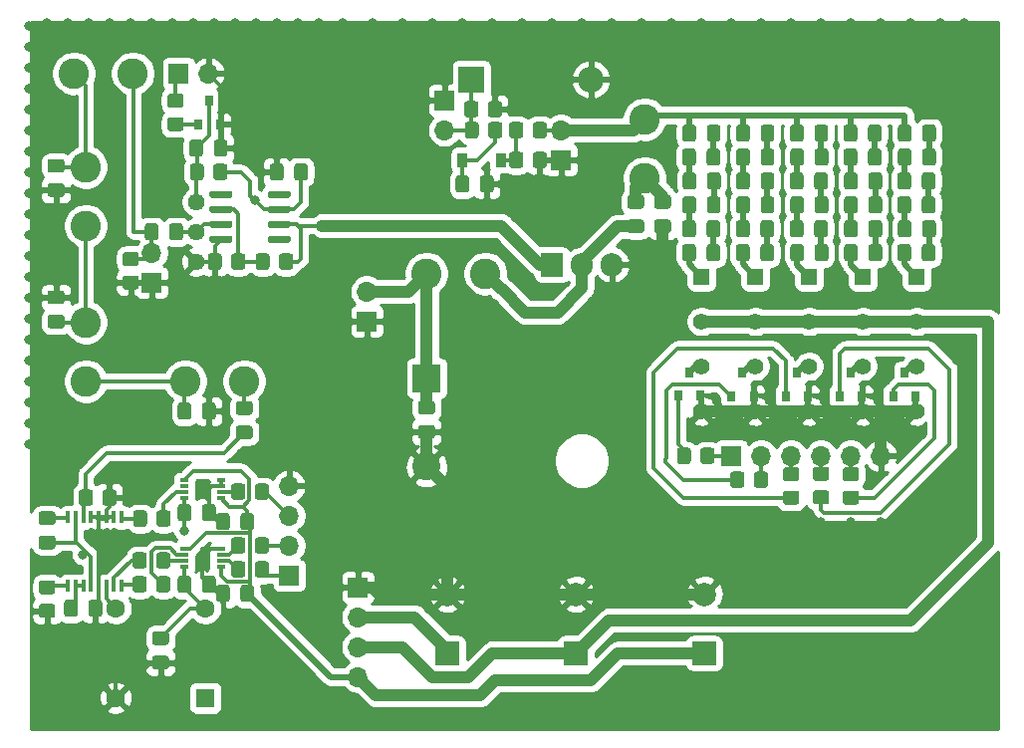
<source format=gbr>
%TF.GenerationSoftware,KiCad,Pcbnew,5.1.9-1.fc33*%
%TF.CreationDate,2021-01-07T12:32:34+03:00*%
%TF.ProjectId,Full schematic,46756c6c-2073-4636-9865-6d617469632e,rev?*%
%TF.SameCoordinates,Original*%
%TF.FileFunction,Copper,L1,Top*%
%TF.FilePolarity,Positive*%
%FSLAX46Y46*%
G04 Gerber Fmt 4.6, Leading zero omitted, Abs format (unit mm)*
G04 Created by KiCad (PCBNEW 5.1.9-1.fc33) date 2021-01-07 12:32:34*
%MOMM*%
%LPD*%
G01*
G04 APERTURE LIST*
%TA.AperFunction,ComponentPad*%
%ADD10C,2.000000*%
%TD*%
%TA.AperFunction,ComponentPad*%
%ADD11R,2.000000X2.000000*%
%TD*%
%TA.AperFunction,ComponentPad*%
%ADD12C,2.600000*%
%TD*%
%TA.AperFunction,ComponentPad*%
%ADD13C,1.600000*%
%TD*%
%TA.AperFunction,ComponentPad*%
%ADD14R,1.600000X1.600000*%
%TD*%
%TA.AperFunction,SMDPad,CuDef*%
%ADD15R,0.400000X1.000000*%
%TD*%
%TA.AperFunction,SMDPad,CuDef*%
%ADD16R,0.800000X0.300000*%
%TD*%
%TA.AperFunction,ComponentPad*%
%ADD17C,1.440000*%
%TD*%
%TA.AperFunction,SMDPad,CuDef*%
%ADD18R,0.800000X0.900000*%
%TD*%
%TA.AperFunction,ComponentPad*%
%ADD19O,1.905000X2.000000*%
%TD*%
%TA.AperFunction,ComponentPad*%
%ADD20R,1.905000X2.000000*%
%TD*%
%TA.AperFunction,ComponentPad*%
%ADD21R,1.400000X1.400000*%
%TD*%
%TA.AperFunction,ComponentPad*%
%ADD22C,1.400000*%
%TD*%
%TA.AperFunction,ComponentPad*%
%ADD23O,1.700000X1.700000*%
%TD*%
%TA.AperFunction,ComponentPad*%
%ADD24R,1.700000X1.700000*%
%TD*%
%TA.AperFunction,ComponentPad*%
%ADD25O,2.200000X2.200000*%
%TD*%
%TA.AperFunction,ComponentPad*%
%ADD26R,2.200000X2.200000*%
%TD*%
%TA.AperFunction,SMDPad,CuDef*%
%ADD27R,0.900000X1.200000*%
%TD*%
%TA.AperFunction,ComponentPad*%
%ADD28C,2.400000*%
%TD*%
%TA.AperFunction,ComponentPad*%
%ADD29R,2.400000X2.400000*%
%TD*%
%TA.AperFunction,ViaPad*%
%ADD30C,0.800000*%
%TD*%
%TA.AperFunction,Conductor*%
%ADD31C,1.000000*%
%TD*%
%TA.AperFunction,Conductor*%
%ADD32C,0.500000*%
%TD*%
%TA.AperFunction,Conductor*%
%ADD33C,0.300000*%
%TD*%
%TA.AperFunction,Conductor*%
%ADD34C,0.254000*%
%TD*%
%TA.AperFunction,Conductor*%
%ADD35C,0.100000*%
%TD*%
G04 APERTURE END LIST*
D10*
%TO.P,C12,2*%
%TO.N,GND*%
X122936000Y-137240000D03*
D11*
%TO.P,C12,1*%
%TO.N,+5V*%
X122936000Y-142240000D03*
%TD*%
%TO.P,C55,2*%
%TO.N,GND*%
%TA.AperFunction,SMDPad,CuDef*%
G36*
G01*
X92144000Y-99789000D02*
X92144000Y-98839000D01*
G75*
G02*
X92394000Y-98589000I250000J0D01*
G01*
X93069000Y-98589000D01*
G75*
G02*
X93319000Y-98839000I0J-250000D01*
G01*
X93319000Y-99789000D01*
G75*
G02*
X93069000Y-100039000I-250000J0D01*
G01*
X92394000Y-100039000D01*
G75*
G02*
X92144000Y-99789000I0J250000D01*
G01*
G37*
%TD.AperFunction*%
%TO.P,C55,1*%
%TO.N,Net-(C55-Pad1)*%
%TA.AperFunction,SMDPad,CuDef*%
G36*
G01*
X90069000Y-99789000D02*
X90069000Y-98839000D01*
G75*
G02*
X90319000Y-98589000I250000J0D01*
G01*
X90994000Y-98589000D01*
G75*
G02*
X91244000Y-98839000I0J-250000D01*
G01*
X91244000Y-99789000D01*
G75*
G02*
X90994000Y-100039000I-250000J0D01*
G01*
X90319000Y-100039000D01*
G75*
G02*
X90069000Y-99789000I0J250000D01*
G01*
G37*
%TD.AperFunction*%
%TD*%
D12*
%TO.P,L5,2*%
%TO.N,Net-(C21-Pad2)*%
X115236000Y-109982000D03*
%TO.P,L5,1*%
%TO.N,Net-(C19-Pad1)*%
X110236000Y-109982000D03*
%TD*%
D13*
%TO.P,X1,4*%
%TO.N,GND*%
X83820000Y-146050000D03*
%TO.P,X1,5*%
%TO.N,Net-(U3-Pad6)*%
X83820000Y-138430000D03*
%TO.P,X1,8*%
%TO.N,+5V*%
X91440000Y-138430000D03*
D14*
%TO.P,X1,1*%
%TO.N,Net-(X1-Pad1)*%
X91440000Y-146050000D03*
%TD*%
D15*
%TO.P,U3,16*%
%TO.N,Net-(C8-Pad2)*%
X79767000Y-130704000D03*
%TO.P,U3,15*%
%TO.N,+5V*%
X80417000Y-130704000D03*
%TO.P,U3,14*%
%TO.N,Net-(C11-Pad2)*%
X81067000Y-130704000D03*
%TO.P,U3,13*%
%TO.N,GND*%
X81717000Y-130704000D03*
%TO.P,U3,12*%
X82367000Y-130704000D03*
%TO.P,U3,11*%
X83017000Y-130704000D03*
%TO.P,U3,10*%
X83667000Y-130704000D03*
%TO.P,U3,9*%
%TO.N,Net-(R6-Pad1)*%
X84317000Y-130704000D03*
%TO.P,U3,8*%
%TO.N,Net-(R5-Pad1)*%
X84317000Y-136504000D03*
%TO.P,U3,7*%
%TO.N,Net-(R4-Pad1)*%
X83667000Y-136504000D03*
%TO.P,U3,6*%
%TO.N,Net-(U3-Pad6)*%
X83017000Y-136504000D03*
%TO.P,U3,5*%
%TO.N,GND*%
X82367000Y-136504000D03*
%TO.P,U3,4*%
%TO.N,+5V*%
X81717000Y-136504000D03*
%TO.P,U3,3*%
%TO.N,Net-(C9-Pad1)*%
X81067000Y-136504000D03*
%TO.P,U3,2*%
X80417000Y-136504000D03*
%TO.P,U3,1*%
%TO.N,Net-(R8-Pad2)*%
X79767000Y-136504000D03*
%TD*%
D16*
%TO.P,U2,8*%
%TO.N,+5V*%
X89636000Y-129020000D03*
%TO.P,U2,7*%
%TO.N,Net-(R6-Pad2)*%
X89636000Y-128520000D03*
%TO.P,U2,6*%
%TO.N,Net-(U2-Pad6)*%
X89636000Y-128020000D03*
%TO.P,U2,5*%
%TO.N,+3V3*%
X89636000Y-127520000D03*
%TO.P,U2,4*%
%TO.N,GND*%
X92736000Y-127520000D03*
%TO.P,U2,3*%
X92736000Y-128020000D03*
%TO.P,U2,2*%
%TO.N,Net-(R3-Pad1)*%
X92736000Y-128520000D03*
%TO.P,U2,1*%
%TO.N,+3V3*%
X92736000Y-129020000D03*
%TD*%
%TO.P,U1,8*%
%TO.N,+5V*%
X89636000Y-134862000D03*
%TO.P,U1,7*%
%TO.N,Net-(R4-Pad2)*%
X89636000Y-134362000D03*
%TO.P,U1,6*%
%TO.N,Net-(R5-Pad2)*%
X89636000Y-133862000D03*
%TO.P,U1,5*%
%TO.N,+3V3*%
X89636000Y-133362000D03*
%TO.P,U1,4*%
%TO.N,GND*%
X92736000Y-133362000D03*
%TO.P,U1,3*%
%TO.N,Net-(R2-Pad1)*%
X92736000Y-133862000D03*
%TO.P,U1,2*%
%TO.N,Net-(R1-Pad1)*%
X92736000Y-134362000D03*
%TO.P,U1,1*%
%TO.N,+3V3*%
X92736000Y-134862000D03*
%TD*%
D17*
%TO.P,RV1,1*%
%TO.N,GND*%
X90678000Y-108966000D03*
%TO.P,RV1,2*%
%TO.N,Net-(C17-Pad1)*%
X90678000Y-106426000D03*
%TO.P,RV1,3*%
%TO.N,Net-(C55-Pad1)*%
X90678000Y-103886000D03*
%TD*%
%TO.P,R22,2*%
%TO.N,Net-(J8-Pad5)*%
%TA.AperFunction,SMDPad,CuDef*%
G36*
G01*
X146754001Y-127632000D02*
X145853999Y-127632000D01*
G75*
G02*
X145604000Y-127382001I0J249999D01*
G01*
X145604000Y-126681999D01*
G75*
G02*
X145853999Y-126432000I249999J0D01*
G01*
X146754001Y-126432000D01*
G75*
G02*
X147004000Y-126681999I0J-249999D01*
G01*
X147004000Y-127382001D01*
G75*
G02*
X146754001Y-127632000I-249999J0D01*
G01*
G37*
%TD.AperFunction*%
%TO.P,R22,1*%
%TO.N,Net-(Q7-Pad1)*%
%TA.AperFunction,SMDPad,CuDef*%
G36*
G01*
X146754001Y-129632000D02*
X145853999Y-129632000D01*
G75*
G02*
X145604000Y-129382001I0J249999D01*
G01*
X145604000Y-128681999D01*
G75*
G02*
X145853999Y-128432000I249999J0D01*
G01*
X146754001Y-128432000D01*
G75*
G02*
X147004000Y-128681999I0J-249999D01*
G01*
X147004000Y-129382001D01*
G75*
G02*
X146754001Y-129632000I-249999J0D01*
G01*
G37*
%TD.AperFunction*%
%TD*%
%TO.P,R21,2*%
%TO.N,Net-(J8-Pad4)*%
%TA.AperFunction,SMDPad,CuDef*%
G36*
G01*
X144214001Y-127600000D02*
X143313999Y-127600000D01*
G75*
G02*
X143064000Y-127350001I0J249999D01*
G01*
X143064000Y-126649999D01*
G75*
G02*
X143313999Y-126400000I249999J0D01*
G01*
X144214001Y-126400000D01*
G75*
G02*
X144464000Y-126649999I0J-249999D01*
G01*
X144464000Y-127350001D01*
G75*
G02*
X144214001Y-127600000I-249999J0D01*
G01*
G37*
%TD.AperFunction*%
%TO.P,R21,1*%
%TO.N,Net-(Q6-Pad1)*%
%TA.AperFunction,SMDPad,CuDef*%
G36*
G01*
X144214001Y-129600000D02*
X143313999Y-129600000D01*
G75*
G02*
X143064000Y-129350001I0J249999D01*
G01*
X143064000Y-128649999D01*
G75*
G02*
X143313999Y-128400000I249999J0D01*
G01*
X144214001Y-128400000D01*
G75*
G02*
X144464000Y-128649999I0J-249999D01*
G01*
X144464000Y-129350001D01*
G75*
G02*
X144214001Y-129600000I-249999J0D01*
G01*
G37*
%TD.AperFunction*%
%TD*%
%TO.P,R20,2*%
%TO.N,Net-(J8-Pad3)*%
%TA.AperFunction,SMDPad,CuDef*%
G36*
G01*
X141674001Y-127632000D02*
X140773999Y-127632000D01*
G75*
G02*
X140524000Y-127382001I0J249999D01*
G01*
X140524000Y-126681999D01*
G75*
G02*
X140773999Y-126432000I249999J0D01*
G01*
X141674001Y-126432000D01*
G75*
G02*
X141924000Y-126681999I0J-249999D01*
G01*
X141924000Y-127382001D01*
G75*
G02*
X141674001Y-127632000I-249999J0D01*
G01*
G37*
%TD.AperFunction*%
%TO.P,R20,1*%
%TO.N,Net-(Q5-Pad1)*%
%TA.AperFunction,SMDPad,CuDef*%
G36*
G01*
X141674001Y-129632000D02*
X140773999Y-129632000D01*
G75*
G02*
X140524000Y-129382001I0J249999D01*
G01*
X140524000Y-128681999D01*
G75*
G02*
X140773999Y-128432000I249999J0D01*
G01*
X141674001Y-128432000D01*
G75*
G02*
X141924000Y-128681999I0J-249999D01*
G01*
X141924000Y-129382001D01*
G75*
G02*
X141674001Y-129632000I-249999J0D01*
G01*
G37*
%TD.AperFunction*%
%TD*%
%TO.P,R19,2*%
%TO.N,Net-(J8-Pad2)*%
%TA.AperFunction,SMDPad,CuDef*%
G36*
G01*
X138052000Y-127958001D02*
X138052000Y-127057999D01*
G75*
G02*
X138301999Y-126808000I249999J0D01*
G01*
X139002001Y-126808000D01*
G75*
G02*
X139252000Y-127057999I0J-249999D01*
G01*
X139252000Y-127958001D01*
G75*
G02*
X139002001Y-128208000I-249999J0D01*
G01*
X138301999Y-128208000D01*
G75*
G02*
X138052000Y-127958001I0J249999D01*
G01*
G37*
%TD.AperFunction*%
%TO.P,R19,1*%
%TO.N,Net-(Q4-Pad1)*%
%TA.AperFunction,SMDPad,CuDef*%
G36*
G01*
X136052000Y-127958001D02*
X136052000Y-127057999D01*
G75*
G02*
X136301999Y-126808000I249999J0D01*
G01*
X137002001Y-126808000D01*
G75*
G02*
X137252000Y-127057999I0J-249999D01*
G01*
X137252000Y-127958001D01*
G75*
G02*
X137002001Y-128208000I-249999J0D01*
G01*
X136301999Y-128208000D01*
G75*
G02*
X136052000Y-127958001I0J249999D01*
G01*
G37*
%TD.AperFunction*%
%TD*%
%TO.P,R18,2*%
%TO.N,Net-(J8-Pad1)*%
%TA.AperFunction,SMDPad,CuDef*%
G36*
G01*
X133512000Y-125926001D02*
X133512000Y-125025999D01*
G75*
G02*
X133761999Y-124776000I249999J0D01*
G01*
X134462001Y-124776000D01*
G75*
G02*
X134712000Y-125025999I0J-249999D01*
G01*
X134712000Y-125926001D01*
G75*
G02*
X134462001Y-126176000I-249999J0D01*
G01*
X133761999Y-126176000D01*
G75*
G02*
X133512000Y-125926001I0J249999D01*
G01*
G37*
%TD.AperFunction*%
%TO.P,R18,1*%
%TO.N,Net-(Q3-Pad1)*%
%TA.AperFunction,SMDPad,CuDef*%
G36*
G01*
X131512000Y-125926001D02*
X131512000Y-125025999D01*
G75*
G02*
X131761999Y-124776000I249999J0D01*
G01*
X132462001Y-124776000D01*
G75*
G02*
X132712000Y-125025999I0J-249999D01*
G01*
X132712000Y-125926001D01*
G75*
G02*
X132462001Y-126176000I-249999J0D01*
G01*
X131761999Y-126176000D01*
G75*
G02*
X131512000Y-125926001I0J249999D01*
G01*
G37*
%TD.AperFunction*%
%TD*%
%TO.P,R17,2*%
%TO.N,GND*%
%TA.AperFunction,SMDPad,CuDef*%
G36*
G01*
X115446000Y-96462001D02*
X115446000Y-95561999D01*
G75*
G02*
X115695999Y-95312000I249999J0D01*
G01*
X116396001Y-95312000D01*
G75*
G02*
X116646000Y-95561999I0J-249999D01*
G01*
X116646000Y-96462001D01*
G75*
G02*
X116396001Y-96712000I-249999J0D01*
G01*
X115695999Y-96712000D01*
G75*
G02*
X115446000Y-96462001I0J249999D01*
G01*
G37*
%TD.AperFunction*%
%TO.P,R17,1*%
%TO.N,Net-(D2-Pad1)*%
%TA.AperFunction,SMDPad,CuDef*%
G36*
G01*
X113446000Y-96462001D02*
X113446000Y-95561999D01*
G75*
G02*
X113695999Y-95312000I249999J0D01*
G01*
X114396001Y-95312000D01*
G75*
G02*
X114646000Y-95561999I0J-249999D01*
G01*
X114646000Y-96462001D01*
G75*
G02*
X114396001Y-96712000I-249999J0D01*
G01*
X113695999Y-96712000D01*
G75*
G02*
X113446000Y-96462001I0J249999D01*
G01*
G37*
%TD.AperFunction*%
%TD*%
%TO.P,R16,2*%
%TO.N,Net-(C23-Pad1)*%
%TA.AperFunction,SMDPad,CuDef*%
G36*
G01*
X115478000Y-98240001D02*
X115478000Y-97339999D01*
G75*
G02*
X115727999Y-97090000I249999J0D01*
G01*
X116428001Y-97090000D01*
G75*
G02*
X116678000Y-97339999I0J-249999D01*
G01*
X116678000Y-98240001D01*
G75*
G02*
X116428001Y-98490000I-249999J0D01*
G01*
X115727999Y-98490000D01*
G75*
G02*
X115478000Y-98240001I0J249999D01*
G01*
G37*
%TD.AperFunction*%
%TO.P,R16,1*%
%TO.N,Net-(D2-Pad1)*%
%TA.AperFunction,SMDPad,CuDef*%
G36*
G01*
X113478000Y-98240001D02*
X113478000Y-97339999D01*
G75*
G02*
X113727999Y-97090000I249999J0D01*
G01*
X114428001Y-97090000D01*
G75*
G02*
X114678000Y-97339999I0J-249999D01*
G01*
X114678000Y-98240001D01*
G75*
G02*
X114428001Y-98490000I-249999J0D01*
G01*
X113727999Y-98490000D01*
G75*
G02*
X113478000Y-98240001I0J249999D01*
G01*
G37*
%TD.AperFunction*%
%TD*%
%TO.P,R15,2*%
%TO.N,GND*%
%TA.AperFunction,SMDPad,CuDef*%
G36*
G01*
X119256000Y-100780001D02*
X119256000Y-99879999D01*
G75*
G02*
X119505999Y-99630000I249999J0D01*
G01*
X120206001Y-99630000D01*
G75*
G02*
X120456000Y-99879999I0J-249999D01*
G01*
X120456000Y-100780001D01*
G75*
G02*
X120206001Y-101030000I-249999J0D01*
G01*
X119505999Y-101030000D01*
G75*
G02*
X119256000Y-100780001I0J249999D01*
G01*
G37*
%TD.AperFunction*%
%TO.P,R15,1*%
%TO.N,Net-(D1-Pad2)*%
%TA.AperFunction,SMDPad,CuDef*%
G36*
G01*
X117256000Y-100780001D02*
X117256000Y-99879999D01*
G75*
G02*
X117505999Y-99630000I249999J0D01*
G01*
X118206001Y-99630000D01*
G75*
G02*
X118456000Y-99879999I0J-249999D01*
G01*
X118456000Y-100780001D01*
G75*
G02*
X118206001Y-101030000I-249999J0D01*
G01*
X117505999Y-101030000D01*
G75*
G02*
X117256000Y-100780001I0J249999D01*
G01*
G37*
%TD.AperFunction*%
%TD*%
%TO.P,R14,2*%
%TO.N,Net-(D1-Pad2)*%
%TA.AperFunction,SMDPad,CuDef*%
G36*
G01*
X118456000Y-97339999D02*
X118456000Y-98240001D01*
G75*
G02*
X118206001Y-98490000I-249999J0D01*
G01*
X117505999Y-98490000D01*
G75*
G02*
X117256000Y-98240001I0J249999D01*
G01*
X117256000Y-97339999D01*
G75*
G02*
X117505999Y-97090000I249999J0D01*
G01*
X118206001Y-97090000D01*
G75*
G02*
X118456000Y-97339999I0J-249999D01*
G01*
G37*
%TD.AperFunction*%
%TO.P,R14,1*%
%TO.N,ANT_3.5*%
%TA.AperFunction,SMDPad,CuDef*%
G36*
G01*
X120456000Y-97339999D02*
X120456000Y-98240001D01*
G75*
G02*
X120206001Y-98490000I-249999J0D01*
G01*
X119505999Y-98490000D01*
G75*
G02*
X119256000Y-98240001I0J249999D01*
G01*
X119256000Y-97339999D01*
G75*
G02*
X119505999Y-97090000I249999J0D01*
G01*
X120206001Y-97090000D01*
G75*
G02*
X120456000Y-97339999I0J-249999D01*
G01*
G37*
%TD.AperFunction*%
%TD*%
%TO.P,R13,2*%
%TO.N,GND*%
%TA.AperFunction,SMDPad,CuDef*%
G36*
G01*
X92834000Y-108515999D02*
X92834000Y-109416001D01*
G75*
G02*
X92584001Y-109666000I-249999J0D01*
G01*
X91883999Y-109666000D01*
G75*
G02*
X91634000Y-109416001I0J249999D01*
G01*
X91634000Y-108515999D01*
G75*
G02*
X91883999Y-108266000I249999J0D01*
G01*
X92584001Y-108266000D01*
G75*
G02*
X92834000Y-108515999I0J-249999D01*
G01*
G37*
%TD.AperFunction*%
%TO.P,R13,1*%
%TO.N,Net-(DA1-Pad2)*%
%TA.AperFunction,SMDPad,CuDef*%
G36*
G01*
X94834000Y-108515999D02*
X94834000Y-109416001D01*
G75*
G02*
X94584001Y-109666000I-249999J0D01*
G01*
X93883999Y-109666000D01*
G75*
G02*
X93634000Y-109416001I0J249999D01*
G01*
X93634000Y-108515999D01*
G75*
G02*
X93883999Y-108266000I249999J0D01*
G01*
X94584001Y-108266000D01*
G75*
G02*
X94834000Y-108515999I0J-249999D01*
G01*
G37*
%TD.AperFunction*%
%TD*%
%TO.P,R12,2*%
%TO.N,Net-(DA1-Pad2)*%
%TA.AperFunction,SMDPad,CuDef*%
G36*
G01*
X96898000Y-108515999D02*
X96898000Y-109416001D01*
G75*
G02*
X96648001Y-109666000I-249999J0D01*
G01*
X95947999Y-109666000D01*
G75*
G02*
X95698000Y-109416001I0J249999D01*
G01*
X95698000Y-108515999D01*
G75*
G02*
X95947999Y-108266000I249999J0D01*
G01*
X96648001Y-108266000D01*
G75*
G02*
X96898000Y-108515999I0J-249999D01*
G01*
G37*
%TD.AperFunction*%
%TO.P,R12,1*%
%TO.N,Net-(DA1-Pad6)*%
%TA.AperFunction,SMDPad,CuDef*%
G36*
G01*
X98898000Y-108515999D02*
X98898000Y-109416001D01*
G75*
G02*
X98648001Y-109666000I-249999J0D01*
G01*
X97947999Y-109666000D01*
G75*
G02*
X97698000Y-109416001I0J249999D01*
G01*
X97698000Y-108515999D01*
G75*
G02*
X97947999Y-108266000I249999J0D01*
G01*
X98648001Y-108266000D01*
G75*
G02*
X98898000Y-108515999I0J-249999D01*
G01*
G37*
%TD.AperFunction*%
%TD*%
%TO.P,R11,2*%
%TO.N,Net-(C55-Pad1)*%
%TA.AperFunction,SMDPad,CuDef*%
G36*
G01*
X91310000Y-100895999D02*
X91310000Y-101796001D01*
G75*
G02*
X91060001Y-102046000I-249999J0D01*
G01*
X90359999Y-102046000D01*
G75*
G02*
X90110000Y-101796001I0J249999D01*
G01*
X90110000Y-100895999D01*
G75*
G02*
X90359999Y-100646000I249999J0D01*
G01*
X91060001Y-100646000D01*
G75*
G02*
X91310000Y-100895999I0J-249999D01*
G01*
G37*
%TD.AperFunction*%
%TO.P,R11,1*%
%TO.N,+12V*%
%TA.AperFunction,SMDPad,CuDef*%
G36*
G01*
X93310000Y-100895999D02*
X93310000Y-101796001D01*
G75*
G02*
X93060001Y-102046000I-249999J0D01*
G01*
X92359999Y-102046000D01*
G75*
G02*
X92110000Y-101796001I0J249999D01*
G01*
X92110000Y-100895999D01*
G75*
G02*
X92359999Y-100646000I249999J0D01*
G01*
X93060001Y-100646000D01*
G75*
G02*
X93310000Y-100895999I0J-249999D01*
G01*
G37*
%TD.AperFunction*%
%TD*%
%TO.P,R10,2*%
%TO.N,Net-(J4-Pad1)*%
%TA.AperFunction,SMDPad,CuDef*%
G36*
G01*
X89350001Y-95882000D02*
X88449999Y-95882000D01*
G75*
G02*
X88200000Y-95632001I0J249999D01*
G01*
X88200000Y-94931999D01*
G75*
G02*
X88449999Y-94682000I249999J0D01*
G01*
X89350001Y-94682000D01*
G75*
G02*
X89600000Y-94931999I0J-249999D01*
G01*
X89600000Y-95632001D01*
G75*
G02*
X89350001Y-95882000I-249999J0D01*
G01*
G37*
%TD.AperFunction*%
%TO.P,R10,1*%
%TO.N,Net-(Q1-Pad1)*%
%TA.AperFunction,SMDPad,CuDef*%
G36*
G01*
X89350001Y-97882000D02*
X88449999Y-97882000D01*
G75*
G02*
X88200000Y-97632001I0J249999D01*
G01*
X88200000Y-96931999D01*
G75*
G02*
X88449999Y-96682000I249999J0D01*
G01*
X89350001Y-96682000D01*
G75*
G02*
X89600000Y-96931999I0J-249999D01*
G01*
X89600000Y-97632001D01*
G75*
G02*
X89350001Y-97882000I-249999J0D01*
G01*
G37*
%TD.AperFunction*%
%TD*%
%TO.P,R9,2*%
%TO.N,GND*%
%TA.AperFunction,SMDPad,CuDef*%
G36*
G01*
X84639999Y-110144000D02*
X85540001Y-110144000D01*
G75*
G02*
X85790000Y-110393999I0J-249999D01*
G01*
X85790000Y-111094001D01*
G75*
G02*
X85540001Y-111344000I-249999J0D01*
G01*
X84639999Y-111344000D01*
G75*
G02*
X84390000Y-111094001I0J249999D01*
G01*
X84390000Y-110393999D01*
G75*
G02*
X84639999Y-110144000I249999J0D01*
G01*
G37*
%TD.AperFunction*%
%TO.P,R9,1*%
%TO.N,Net-(C17-Pad2)*%
%TA.AperFunction,SMDPad,CuDef*%
G36*
G01*
X84639999Y-108144000D02*
X85540001Y-108144000D01*
G75*
G02*
X85790000Y-108393999I0J-249999D01*
G01*
X85790000Y-109094001D01*
G75*
G02*
X85540001Y-109344000I-249999J0D01*
G01*
X84639999Y-109344000D01*
G75*
G02*
X84390000Y-109094001I0J249999D01*
G01*
X84390000Y-108393999D01*
G75*
G02*
X84639999Y-108144000I249999J0D01*
G01*
G37*
%TD.AperFunction*%
%TD*%
%TO.P,R8,2*%
%TO.N,Net-(R8-Pad2)*%
%TA.AperFunction,SMDPad,CuDef*%
G36*
G01*
X78428001Y-137252000D02*
X77527999Y-137252000D01*
G75*
G02*
X77278000Y-137002001I0J249999D01*
G01*
X77278000Y-136301999D01*
G75*
G02*
X77527999Y-136052000I249999J0D01*
G01*
X78428001Y-136052000D01*
G75*
G02*
X78678000Y-136301999I0J-249999D01*
G01*
X78678000Y-137002001D01*
G75*
G02*
X78428001Y-137252000I-249999J0D01*
G01*
G37*
%TD.AperFunction*%
%TO.P,R8,1*%
%TO.N,GND*%
%TA.AperFunction,SMDPad,CuDef*%
G36*
G01*
X78428001Y-139252000D02*
X77527999Y-139252000D01*
G75*
G02*
X77278000Y-139002001I0J249999D01*
G01*
X77278000Y-138301999D01*
G75*
G02*
X77527999Y-138052000I249999J0D01*
G01*
X78428001Y-138052000D01*
G75*
G02*
X78678000Y-138301999I0J-249999D01*
G01*
X78678000Y-139002001D01*
G75*
G02*
X78428001Y-139252000I-249999J0D01*
G01*
G37*
%TD.AperFunction*%
%TD*%
%TO.P,R7,2*%
%TO.N,GND*%
%TA.AperFunction,SMDPad,CuDef*%
G36*
G01*
X82680000Y-129482001D02*
X82680000Y-128581999D01*
G75*
G02*
X82929999Y-128332000I249999J0D01*
G01*
X83630001Y-128332000D01*
G75*
G02*
X83880000Y-128581999I0J-249999D01*
G01*
X83880000Y-129482001D01*
G75*
G02*
X83630001Y-129732000I-249999J0D01*
G01*
X82929999Y-129732000D01*
G75*
G02*
X82680000Y-129482001I0J249999D01*
G01*
G37*
%TD.AperFunction*%
%TO.P,R7,1*%
%TO.N,Net-(C11-Pad2)*%
%TA.AperFunction,SMDPad,CuDef*%
G36*
G01*
X80680000Y-129482001D02*
X80680000Y-128581999D01*
G75*
G02*
X80929999Y-128332000I249999J0D01*
G01*
X81630001Y-128332000D01*
G75*
G02*
X81880000Y-128581999I0J-249999D01*
G01*
X81880000Y-129482001D01*
G75*
G02*
X81630001Y-129732000I-249999J0D01*
G01*
X80929999Y-129732000D01*
G75*
G02*
X80680000Y-129482001I0J249999D01*
G01*
G37*
%TD.AperFunction*%
%TD*%
%TO.P,R6,2*%
%TO.N,Net-(R6-Pad2)*%
%TA.AperFunction,SMDPad,CuDef*%
G36*
G01*
X87284000Y-131260001D02*
X87284000Y-130359999D01*
G75*
G02*
X87533999Y-130110000I249999J0D01*
G01*
X88234001Y-130110000D01*
G75*
G02*
X88484000Y-130359999I0J-249999D01*
G01*
X88484000Y-131260001D01*
G75*
G02*
X88234001Y-131510000I-249999J0D01*
G01*
X87533999Y-131510000D01*
G75*
G02*
X87284000Y-131260001I0J249999D01*
G01*
G37*
%TD.AperFunction*%
%TO.P,R6,1*%
%TO.N,Net-(R6-Pad1)*%
%TA.AperFunction,SMDPad,CuDef*%
G36*
G01*
X85284000Y-131260001D02*
X85284000Y-130359999D01*
G75*
G02*
X85533999Y-130110000I249999J0D01*
G01*
X86234001Y-130110000D01*
G75*
G02*
X86484000Y-130359999I0J-249999D01*
G01*
X86484000Y-131260001D01*
G75*
G02*
X86234001Y-131510000I-249999J0D01*
G01*
X85533999Y-131510000D01*
G75*
G02*
X85284000Y-131260001I0J249999D01*
G01*
G37*
%TD.AperFunction*%
%TD*%
%TO.P,R5,2*%
%TO.N,Net-(R5-Pad2)*%
%TA.AperFunction,SMDPad,CuDef*%
G36*
G01*
X87252000Y-136848001D02*
X87252000Y-135947999D01*
G75*
G02*
X87501999Y-135698000I249999J0D01*
G01*
X88202001Y-135698000D01*
G75*
G02*
X88452000Y-135947999I0J-249999D01*
G01*
X88452000Y-136848001D01*
G75*
G02*
X88202001Y-137098000I-249999J0D01*
G01*
X87501999Y-137098000D01*
G75*
G02*
X87252000Y-136848001I0J249999D01*
G01*
G37*
%TD.AperFunction*%
%TO.P,R5,1*%
%TO.N,Net-(R5-Pad1)*%
%TA.AperFunction,SMDPad,CuDef*%
G36*
G01*
X85252000Y-136848001D02*
X85252000Y-135947999D01*
G75*
G02*
X85501999Y-135698000I249999J0D01*
G01*
X86202001Y-135698000D01*
G75*
G02*
X86452000Y-135947999I0J-249999D01*
G01*
X86452000Y-136848001D01*
G75*
G02*
X86202001Y-137098000I-249999J0D01*
G01*
X85501999Y-137098000D01*
G75*
G02*
X85252000Y-136848001I0J249999D01*
G01*
G37*
%TD.AperFunction*%
%TD*%
%TO.P,R4,2*%
%TO.N,Net-(R4-Pad2)*%
%TA.AperFunction,SMDPad,CuDef*%
G36*
G01*
X87252000Y-134816001D02*
X87252000Y-133915999D01*
G75*
G02*
X87501999Y-133666000I249999J0D01*
G01*
X88202001Y-133666000D01*
G75*
G02*
X88452000Y-133915999I0J-249999D01*
G01*
X88452000Y-134816001D01*
G75*
G02*
X88202001Y-135066000I-249999J0D01*
G01*
X87501999Y-135066000D01*
G75*
G02*
X87252000Y-134816001I0J249999D01*
G01*
G37*
%TD.AperFunction*%
%TO.P,R4,1*%
%TO.N,Net-(R4-Pad1)*%
%TA.AperFunction,SMDPad,CuDef*%
G36*
G01*
X85252000Y-134816001D02*
X85252000Y-133915999D01*
G75*
G02*
X85501999Y-133666000I249999J0D01*
G01*
X86202001Y-133666000D01*
G75*
G02*
X86452000Y-133915999I0J-249999D01*
G01*
X86452000Y-134816001D01*
G75*
G02*
X86202001Y-135066000I-249999J0D01*
G01*
X85501999Y-135066000D01*
G75*
G02*
X85252000Y-134816001I0J249999D01*
G01*
G37*
%TD.AperFunction*%
%TD*%
%TO.P,R3,2*%
%TO.N,Net-(J1-Pad3)*%
%TA.AperFunction,SMDPad,CuDef*%
G36*
G01*
X95634000Y-128974001D02*
X95634000Y-128073999D01*
G75*
G02*
X95883999Y-127824000I249999J0D01*
G01*
X96584001Y-127824000D01*
G75*
G02*
X96834000Y-128073999I0J-249999D01*
G01*
X96834000Y-128974001D01*
G75*
G02*
X96584001Y-129224000I-249999J0D01*
G01*
X95883999Y-129224000D01*
G75*
G02*
X95634000Y-128974001I0J249999D01*
G01*
G37*
%TD.AperFunction*%
%TO.P,R3,1*%
%TO.N,Net-(R3-Pad1)*%
%TA.AperFunction,SMDPad,CuDef*%
G36*
G01*
X93634000Y-128974001D02*
X93634000Y-128073999D01*
G75*
G02*
X93883999Y-127824000I249999J0D01*
G01*
X94584001Y-127824000D01*
G75*
G02*
X94834000Y-128073999I0J-249999D01*
G01*
X94834000Y-128974001D01*
G75*
G02*
X94584001Y-129224000I-249999J0D01*
G01*
X93883999Y-129224000D01*
G75*
G02*
X93634000Y-128974001I0J249999D01*
G01*
G37*
%TD.AperFunction*%
%TD*%
%TO.P,R2,1*%
%TO.N,Net-(R2-Pad1)*%
%TA.AperFunction,SMDPad,CuDef*%
G36*
G01*
X93634000Y-133546001D02*
X93634000Y-132645999D01*
G75*
G02*
X93883999Y-132396000I249999J0D01*
G01*
X94584001Y-132396000D01*
G75*
G02*
X94834000Y-132645999I0J-249999D01*
G01*
X94834000Y-133546001D01*
G75*
G02*
X94584001Y-133796000I-249999J0D01*
G01*
X93883999Y-133796000D01*
G75*
G02*
X93634000Y-133546001I0J249999D01*
G01*
G37*
%TD.AperFunction*%
%TO.P,R2,2*%
%TO.N,Net-(J1-Pad2)*%
%TA.AperFunction,SMDPad,CuDef*%
G36*
G01*
X95634000Y-133546001D02*
X95634000Y-132645999D01*
G75*
G02*
X95883999Y-132396000I249999J0D01*
G01*
X96584001Y-132396000D01*
G75*
G02*
X96834000Y-132645999I0J-249999D01*
G01*
X96834000Y-133546001D01*
G75*
G02*
X96584001Y-133796000I-249999J0D01*
G01*
X95883999Y-133796000D01*
G75*
G02*
X95634000Y-133546001I0J249999D01*
G01*
G37*
%TD.AperFunction*%
%TD*%
%TO.P,R1,2*%
%TO.N,Net-(J1-Pad1)*%
%TA.AperFunction,SMDPad,CuDef*%
G36*
G01*
X95634000Y-135578001D02*
X95634000Y-134677999D01*
G75*
G02*
X95883999Y-134428000I249999J0D01*
G01*
X96584001Y-134428000D01*
G75*
G02*
X96834000Y-134677999I0J-249999D01*
G01*
X96834000Y-135578001D01*
G75*
G02*
X96584001Y-135828000I-249999J0D01*
G01*
X95883999Y-135828000D01*
G75*
G02*
X95634000Y-135578001I0J249999D01*
G01*
G37*
%TD.AperFunction*%
%TO.P,R1,1*%
%TO.N,Net-(R1-Pad1)*%
%TA.AperFunction,SMDPad,CuDef*%
G36*
G01*
X93634000Y-135578001D02*
X93634000Y-134677999D01*
G75*
G02*
X93883999Y-134428000I249999J0D01*
G01*
X94584001Y-134428000D01*
G75*
G02*
X94834000Y-134677999I0J-249999D01*
G01*
X94834000Y-135578001D01*
G75*
G02*
X94584001Y-135828000I-249999J0D01*
G01*
X93883999Y-135828000D01*
G75*
G02*
X93634000Y-135578001I0J249999D01*
G01*
G37*
%TD.AperFunction*%
%TD*%
D18*
%TO.P,Q7,3*%
%TO.N,Net-(K5-Pad5)*%
X150876000Y-118380000D03*
%TO.P,Q7,2*%
%TO.N,GND*%
X151826000Y-120380000D03*
%TO.P,Q7,1*%
%TO.N,Net-(Q7-Pad1)*%
X149926000Y-120380000D03*
%TD*%
%TO.P,Q6,3*%
%TO.N,Net-(K4-Pad5)*%
X146304000Y-118380000D03*
%TO.P,Q6,2*%
%TO.N,GND*%
X147254000Y-120380000D03*
%TO.P,Q6,1*%
%TO.N,Net-(Q6-Pad1)*%
X145354000Y-120380000D03*
%TD*%
%TO.P,Q5,3*%
%TO.N,Net-(K3-Pad5)*%
X141732000Y-118380000D03*
%TO.P,Q5,2*%
%TO.N,GND*%
X142682000Y-120380000D03*
%TO.P,Q5,1*%
%TO.N,Net-(Q5-Pad1)*%
X140782000Y-120380000D03*
%TD*%
%TO.P,Q4,3*%
%TO.N,Net-(K2-Pad5)*%
X137094000Y-118396000D03*
%TO.P,Q4,2*%
%TO.N,GND*%
X138044000Y-120396000D03*
%TO.P,Q4,1*%
%TO.N,Net-(Q4-Pad1)*%
X136144000Y-120396000D03*
%TD*%
%TO.P,Q3,3*%
%TO.N,Net-(K1-Pad5)*%
X132588000Y-118364000D03*
%TO.P,Q3,2*%
%TO.N,GND*%
X133538000Y-120364000D03*
%TO.P,Q3,1*%
%TO.N,Net-(Q3-Pad1)*%
X131638000Y-120364000D03*
%TD*%
D19*
%TO.P,Q2,3*%
%TO.N,GND*%
X125984000Y-109220000D03*
%TO.P,Q2,2*%
%TO.N,Net-(C21-Pad2)*%
X123444000Y-109220000D03*
D20*
%TO.P,Q2,1*%
%TO.N,Net-(DA1-Pad6)*%
X120904000Y-109220000D03*
%TD*%
D18*
%TO.P,Q1,3*%
%TO.N,Net-(C55-Pad1)*%
X91760000Y-95282000D03*
%TO.P,Q1,2*%
%TO.N,GND*%
X92710000Y-97282000D03*
%TO.P,Q1,1*%
%TO.N,Net-(Q1-Pad1)*%
X90810000Y-97282000D03*
%TD*%
D12*
%TO.P,L6,2*%
%TO.N,ANT_3.5*%
X128778000Y-96854000D03*
%TO.P,L6,1*%
%TO.N,Net-(C21-Pad1)*%
X128778000Y-101854000D03*
%TD*%
%TO.P,L4,2*%
%TO.N,Net-(C17-Pad2)*%
X85264000Y-92964000D03*
%TO.P,L4,1*%
%TO.N,Net-(C16-Pad1)*%
X80264000Y-92964000D03*
%TD*%
%TO.P,L3,2*%
%TO.N,Net-(C16-Pad1)*%
X81280000Y-100918000D03*
%TO.P,L3,1*%
%TO.N,Net-(C15-Pad1)*%
X81280000Y-105918000D03*
%TD*%
%TO.P,L2,2*%
%TO.N,Net-(C15-Pad1)*%
X81280000Y-114126000D03*
%TO.P,L2,1*%
%TO.N,Net-(C13-Pad1)*%
X81280000Y-119126000D03*
%TD*%
%TO.P,L1,2*%
%TO.N,Net-(C13-Pad1)*%
X89742000Y-119126000D03*
%TO.P,L1,1*%
%TO.N,Net-(C11-Pad1)*%
X94742000Y-119126000D03*
%TD*%
D21*
%TO.P,K5,1*%
%TO.N,Net-(C54-Pad2)*%
X151892000Y-110236000D03*
D22*
%TO.P,K5,3*%
%TO.N,+5V*%
X151892000Y-114046000D03*
%TO.P,K5,5*%
%TO.N,Net-(K5-Pad5)*%
X151892000Y-117856000D03*
%TO.P,K5,7*%
%TO.N,GND*%
X151892000Y-121666000D03*
%TD*%
D21*
%TO.P,K4,1*%
%TO.N,Net-(C48-Pad2)*%
X147320000Y-110236000D03*
D22*
%TO.P,K4,3*%
%TO.N,+5V*%
X147320000Y-114046000D03*
%TO.P,K4,5*%
%TO.N,Net-(K4-Pad5)*%
X147320000Y-117856000D03*
%TO.P,K4,7*%
%TO.N,GND*%
X147320000Y-121666000D03*
%TD*%
D21*
%TO.P,K3,1*%
%TO.N,Net-(C42-Pad2)*%
X142748000Y-110236000D03*
D22*
%TO.P,K3,3*%
%TO.N,+5V*%
X142748000Y-114046000D03*
%TO.P,K3,5*%
%TO.N,Net-(K3-Pad5)*%
X142748000Y-117856000D03*
%TO.P,K3,7*%
%TO.N,GND*%
X142748000Y-121666000D03*
%TD*%
D21*
%TO.P,K2,1*%
%TO.N,Net-(C35-Pad2)*%
X138176000Y-110236000D03*
D22*
%TO.P,K2,3*%
%TO.N,+5V*%
X138176000Y-114046000D03*
%TO.P,K2,5*%
%TO.N,Net-(K2-Pad5)*%
X138176000Y-117856000D03*
%TO.P,K2,7*%
%TO.N,GND*%
X138176000Y-121666000D03*
%TD*%
D21*
%TO.P,K1,1*%
%TO.N,Net-(C29-Pad2)*%
X133604000Y-110236000D03*
D22*
%TO.P,K1,3*%
%TO.N,+5V*%
X133604000Y-114046000D03*
%TO.P,K1,5*%
%TO.N,Net-(K1-Pad5)*%
X133604000Y-117856000D03*
%TO.P,K1,7*%
%TO.N,GND*%
X133604000Y-121666000D03*
%TD*%
D23*
%TO.P,J8,6*%
%TO.N,GND*%
X148844000Y-125476000D03*
%TO.P,J8,5*%
%TO.N,Net-(J8-Pad5)*%
X146304000Y-125476000D03*
%TO.P,J8,4*%
%TO.N,Net-(J8-Pad4)*%
X143764000Y-125476000D03*
%TO.P,J8,3*%
%TO.N,Net-(J8-Pad3)*%
X141224000Y-125476000D03*
%TO.P,J8,2*%
%TO.N,Net-(J8-Pad2)*%
X138684000Y-125476000D03*
D24*
%TO.P,J8,1*%
%TO.N,Net-(J8-Pad1)*%
X136144000Y-125476000D03*
%TD*%
D23*
%TO.P,J7,2*%
%TO.N,ANT_3.5*%
X121666000Y-97790000D03*
D24*
%TO.P,J7,1*%
%TO.N,GND*%
X121666000Y-100330000D03*
%TD*%
D23*
%TO.P,J6,2*%
%TO.N,Net-(D2-Pad1)*%
X111760000Y-97790000D03*
D24*
%TO.P,J6,1*%
%TO.N,GND*%
X111760000Y-95250000D03*
%TD*%
D23*
%TO.P,J5,2*%
%TO.N,Net-(C19-Pad1)*%
X105156000Y-111506000D03*
D24*
%TO.P,J5,1*%
%TO.N,GND*%
X105156000Y-114046000D03*
%TD*%
D23*
%TO.P,J4,2*%
%TO.N,GND*%
X91694000Y-92964000D03*
D24*
%TO.P,J4,1*%
%TO.N,Net-(J4-Pad1)*%
X89154000Y-92964000D03*
%TD*%
D23*
%TO.P,J3,2*%
%TO.N,Net-(C17-Pad2)*%
X86868000Y-108204000D03*
D24*
%TO.P,J3,1*%
%TO.N,GND*%
X86868000Y-110744000D03*
%TD*%
D23*
%TO.P,J2,4*%
%TO.N,+3V3*%
X104406000Y-144260000D03*
%TO.P,J2,3*%
%TO.N,+5V*%
X104406000Y-141720000D03*
%TO.P,J2,2*%
%TO.N,+12V*%
X104406000Y-139180000D03*
D24*
%TO.P,J2,1*%
%TO.N,GND*%
X104406000Y-136640000D03*
%TD*%
D23*
%TO.P,J1,4*%
%TO.N,GND*%
X98552000Y-128016000D03*
%TO.P,J1,3*%
%TO.N,Net-(J1-Pad3)*%
X98552000Y-130556000D03*
%TO.P,J1,2*%
%TO.N,Net-(J1-Pad2)*%
X98552000Y-133096000D03*
D24*
%TO.P,J1,1*%
%TO.N,Net-(J1-Pad1)*%
X98552000Y-135636000D03*
%TD*%
%TO.P,DA1,8*%
%TO.N,N/C*%
%TA.AperFunction,SMDPad,CuDef*%
G36*
G01*
X96750000Y-103401000D02*
X96750000Y-103101000D01*
G75*
G02*
X96900000Y-102951000I150000J0D01*
G01*
X98550000Y-102951000D01*
G75*
G02*
X98700000Y-103101000I0J-150000D01*
G01*
X98700000Y-103401000D01*
G75*
G02*
X98550000Y-103551000I-150000J0D01*
G01*
X96900000Y-103551000D01*
G75*
G02*
X96750000Y-103401000I0J150000D01*
G01*
G37*
%TD.AperFunction*%
%TO.P,DA1,7*%
%TO.N,+12V*%
%TA.AperFunction,SMDPad,CuDef*%
G36*
G01*
X96750000Y-104671000D02*
X96750000Y-104371000D01*
G75*
G02*
X96900000Y-104221000I150000J0D01*
G01*
X98550000Y-104221000D01*
G75*
G02*
X98700000Y-104371000I0J-150000D01*
G01*
X98700000Y-104671000D01*
G75*
G02*
X98550000Y-104821000I-150000J0D01*
G01*
X96900000Y-104821000D01*
G75*
G02*
X96750000Y-104671000I0J150000D01*
G01*
G37*
%TD.AperFunction*%
%TO.P,DA1,6*%
%TO.N,Net-(DA1-Pad6)*%
%TA.AperFunction,SMDPad,CuDef*%
G36*
G01*
X96750000Y-105941000D02*
X96750000Y-105641000D01*
G75*
G02*
X96900000Y-105491000I150000J0D01*
G01*
X98550000Y-105491000D01*
G75*
G02*
X98700000Y-105641000I0J-150000D01*
G01*
X98700000Y-105941000D01*
G75*
G02*
X98550000Y-106091000I-150000J0D01*
G01*
X96900000Y-106091000D01*
G75*
G02*
X96750000Y-105941000I0J150000D01*
G01*
G37*
%TD.AperFunction*%
%TO.P,DA1,5*%
%TO.N,N/C*%
%TA.AperFunction,SMDPad,CuDef*%
G36*
G01*
X96750000Y-107211000D02*
X96750000Y-106911000D01*
G75*
G02*
X96900000Y-106761000I150000J0D01*
G01*
X98550000Y-106761000D01*
G75*
G02*
X98700000Y-106911000I0J-150000D01*
G01*
X98700000Y-107211000D01*
G75*
G02*
X98550000Y-107361000I-150000J0D01*
G01*
X96900000Y-107361000D01*
G75*
G02*
X96750000Y-107211000I0J150000D01*
G01*
G37*
%TD.AperFunction*%
%TO.P,DA1,4*%
%TO.N,GND*%
%TA.AperFunction,SMDPad,CuDef*%
G36*
G01*
X91800000Y-107211000D02*
X91800000Y-106911000D01*
G75*
G02*
X91950000Y-106761000I150000J0D01*
G01*
X93600000Y-106761000D01*
G75*
G02*
X93750000Y-106911000I0J-150000D01*
G01*
X93750000Y-107211000D01*
G75*
G02*
X93600000Y-107361000I-150000J0D01*
G01*
X91950000Y-107361000D01*
G75*
G02*
X91800000Y-107211000I0J150000D01*
G01*
G37*
%TD.AperFunction*%
%TO.P,DA1,3*%
%TO.N,Net-(C17-Pad1)*%
%TA.AperFunction,SMDPad,CuDef*%
G36*
G01*
X91800000Y-105941000D02*
X91800000Y-105641000D01*
G75*
G02*
X91950000Y-105491000I150000J0D01*
G01*
X93600000Y-105491000D01*
G75*
G02*
X93750000Y-105641000I0J-150000D01*
G01*
X93750000Y-105941000D01*
G75*
G02*
X93600000Y-106091000I-150000J0D01*
G01*
X91950000Y-106091000D01*
G75*
G02*
X91800000Y-105941000I0J150000D01*
G01*
G37*
%TD.AperFunction*%
%TO.P,DA1,2*%
%TO.N,Net-(DA1-Pad2)*%
%TA.AperFunction,SMDPad,CuDef*%
G36*
G01*
X91800000Y-104671000D02*
X91800000Y-104371000D01*
G75*
G02*
X91950000Y-104221000I150000J0D01*
G01*
X93600000Y-104221000D01*
G75*
G02*
X93750000Y-104371000I0J-150000D01*
G01*
X93750000Y-104671000D01*
G75*
G02*
X93600000Y-104821000I-150000J0D01*
G01*
X91950000Y-104821000D01*
G75*
G02*
X91800000Y-104671000I0J150000D01*
G01*
G37*
%TD.AperFunction*%
%TO.P,DA1,1*%
%TO.N,N/C*%
%TA.AperFunction,SMDPad,CuDef*%
G36*
G01*
X91800000Y-103401000D02*
X91800000Y-103101000D01*
G75*
G02*
X91950000Y-102951000I150000J0D01*
G01*
X93600000Y-102951000D01*
G75*
G02*
X93750000Y-103101000I0J-150000D01*
G01*
X93750000Y-103401000D01*
G75*
G02*
X93600000Y-103551000I-150000J0D01*
G01*
X91950000Y-103551000D01*
G75*
G02*
X91800000Y-103401000I0J150000D01*
G01*
G37*
%TD.AperFunction*%
%TD*%
D25*
%TO.P,D2,2*%
%TO.N,GND*%
X124206000Y-93472000D03*
D26*
%TO.P,D2,1*%
%TO.N,Net-(D2-Pad1)*%
X114046000Y-93472000D03*
%TD*%
D27*
%TO.P,D1,2*%
%TO.N,Net-(D1-Pad2)*%
X116584000Y-100330000D03*
%TO.P,D1,1*%
%TO.N,Net-(C23-Pad1)*%
X113284000Y-100330000D03*
%TD*%
%TO.P,C54,2*%
%TO.N,Net-(C54-Pad2)*%
%TA.AperFunction,SMDPad,CuDef*%
G36*
G01*
X151420500Y-107729000D02*
X151420500Y-108679000D01*
G75*
G02*
X151170500Y-108929000I-250000J0D01*
G01*
X150495500Y-108929000D01*
G75*
G02*
X150245500Y-108679000I0J250000D01*
G01*
X150245500Y-107729000D01*
G75*
G02*
X150495500Y-107479000I250000J0D01*
G01*
X151170500Y-107479000D01*
G75*
G02*
X151420500Y-107729000I0J-250000D01*
G01*
G37*
%TD.AperFunction*%
%TO.P,C54,1*%
%TO.N,Net-(C53-Pad2)*%
%TA.AperFunction,SMDPad,CuDef*%
G36*
G01*
X153495500Y-107729000D02*
X153495500Y-108679000D01*
G75*
G02*
X153245500Y-108929000I-250000J0D01*
G01*
X152570500Y-108929000D01*
G75*
G02*
X152320500Y-108679000I0J250000D01*
G01*
X152320500Y-107729000D01*
G75*
G02*
X152570500Y-107479000I250000J0D01*
G01*
X153245500Y-107479000D01*
G75*
G02*
X153495500Y-107729000I0J-250000D01*
G01*
G37*
%TD.AperFunction*%
%TD*%
%TO.P,C53,2*%
%TO.N,Net-(C53-Pad2)*%
%TA.AperFunction,SMDPad,CuDef*%
G36*
G01*
X152363500Y-106647000D02*
X152363500Y-105697000D01*
G75*
G02*
X152613500Y-105447000I250000J0D01*
G01*
X153288500Y-105447000D01*
G75*
G02*
X153538500Y-105697000I0J-250000D01*
G01*
X153538500Y-106647000D01*
G75*
G02*
X153288500Y-106897000I-250000J0D01*
G01*
X152613500Y-106897000D01*
G75*
G02*
X152363500Y-106647000I0J250000D01*
G01*
G37*
%TD.AperFunction*%
%TO.P,C53,1*%
%TO.N,Net-(C52-Pad2)*%
%TA.AperFunction,SMDPad,CuDef*%
G36*
G01*
X150288500Y-106647000D02*
X150288500Y-105697000D01*
G75*
G02*
X150538500Y-105447000I250000J0D01*
G01*
X151213500Y-105447000D01*
G75*
G02*
X151463500Y-105697000I0J-250000D01*
G01*
X151463500Y-106647000D01*
G75*
G02*
X151213500Y-106897000I-250000J0D01*
G01*
X150538500Y-106897000D01*
G75*
G02*
X150288500Y-106647000I0J250000D01*
G01*
G37*
%TD.AperFunction*%
%TD*%
%TO.P,C52,2*%
%TO.N,Net-(C52-Pad2)*%
%TA.AperFunction,SMDPad,CuDef*%
G36*
G01*
X151420500Y-103665000D02*
X151420500Y-104615000D01*
G75*
G02*
X151170500Y-104865000I-250000J0D01*
G01*
X150495500Y-104865000D01*
G75*
G02*
X150245500Y-104615000I0J250000D01*
G01*
X150245500Y-103665000D01*
G75*
G02*
X150495500Y-103415000I250000J0D01*
G01*
X151170500Y-103415000D01*
G75*
G02*
X151420500Y-103665000I0J-250000D01*
G01*
G37*
%TD.AperFunction*%
%TO.P,C52,1*%
%TO.N,Net-(C51-Pad2)*%
%TA.AperFunction,SMDPad,CuDef*%
G36*
G01*
X153495500Y-103665000D02*
X153495500Y-104615000D01*
G75*
G02*
X153245500Y-104865000I-250000J0D01*
G01*
X152570500Y-104865000D01*
G75*
G02*
X152320500Y-104615000I0J250000D01*
G01*
X152320500Y-103665000D01*
G75*
G02*
X152570500Y-103415000I250000J0D01*
G01*
X153245500Y-103415000D01*
G75*
G02*
X153495500Y-103665000I0J-250000D01*
G01*
G37*
%TD.AperFunction*%
%TD*%
%TO.P,C51,2*%
%TO.N,Net-(C51-Pad2)*%
%TA.AperFunction,SMDPad,CuDef*%
G36*
G01*
X152320500Y-102583000D02*
X152320500Y-101633000D01*
G75*
G02*
X152570500Y-101383000I250000J0D01*
G01*
X153245500Y-101383000D01*
G75*
G02*
X153495500Y-101633000I0J-250000D01*
G01*
X153495500Y-102583000D01*
G75*
G02*
X153245500Y-102833000I-250000J0D01*
G01*
X152570500Y-102833000D01*
G75*
G02*
X152320500Y-102583000I0J250000D01*
G01*
G37*
%TD.AperFunction*%
%TO.P,C51,1*%
%TO.N,Net-(C50-Pad2)*%
%TA.AperFunction,SMDPad,CuDef*%
G36*
G01*
X150245500Y-102583000D02*
X150245500Y-101633000D01*
G75*
G02*
X150495500Y-101383000I250000J0D01*
G01*
X151170500Y-101383000D01*
G75*
G02*
X151420500Y-101633000I0J-250000D01*
G01*
X151420500Y-102583000D01*
G75*
G02*
X151170500Y-102833000I-250000J0D01*
G01*
X150495500Y-102833000D01*
G75*
G02*
X150245500Y-102583000I0J250000D01*
G01*
G37*
%TD.AperFunction*%
%TD*%
%TO.P,C50,2*%
%TO.N,Net-(C50-Pad2)*%
%TA.AperFunction,SMDPad,CuDef*%
G36*
G01*
X151463500Y-99601000D02*
X151463500Y-100551000D01*
G75*
G02*
X151213500Y-100801000I-250000J0D01*
G01*
X150538500Y-100801000D01*
G75*
G02*
X150288500Y-100551000I0J250000D01*
G01*
X150288500Y-99601000D01*
G75*
G02*
X150538500Y-99351000I250000J0D01*
G01*
X151213500Y-99351000D01*
G75*
G02*
X151463500Y-99601000I0J-250000D01*
G01*
G37*
%TD.AperFunction*%
%TO.P,C50,1*%
%TO.N,Net-(C49-Pad2)*%
%TA.AperFunction,SMDPad,CuDef*%
G36*
G01*
X153538500Y-99601000D02*
X153538500Y-100551000D01*
G75*
G02*
X153288500Y-100801000I-250000J0D01*
G01*
X152613500Y-100801000D01*
G75*
G02*
X152363500Y-100551000I0J250000D01*
G01*
X152363500Y-99601000D01*
G75*
G02*
X152613500Y-99351000I250000J0D01*
G01*
X153288500Y-99351000D01*
G75*
G02*
X153538500Y-99601000I0J-250000D01*
G01*
G37*
%TD.AperFunction*%
%TD*%
%TO.P,C49,2*%
%TO.N,Net-(C49-Pad2)*%
%TA.AperFunction,SMDPad,CuDef*%
G36*
G01*
X152363500Y-98519000D02*
X152363500Y-97569000D01*
G75*
G02*
X152613500Y-97319000I250000J0D01*
G01*
X153288500Y-97319000D01*
G75*
G02*
X153538500Y-97569000I0J-250000D01*
G01*
X153538500Y-98519000D01*
G75*
G02*
X153288500Y-98769000I-250000J0D01*
G01*
X152613500Y-98769000D01*
G75*
G02*
X152363500Y-98519000I0J250000D01*
G01*
G37*
%TD.AperFunction*%
%TO.P,C49,1*%
%TO.N,ANT_3.5*%
%TA.AperFunction,SMDPad,CuDef*%
G36*
G01*
X150288500Y-98519000D02*
X150288500Y-97569000D01*
G75*
G02*
X150538500Y-97319000I250000J0D01*
G01*
X151213500Y-97319000D01*
G75*
G02*
X151463500Y-97569000I0J-250000D01*
G01*
X151463500Y-98519000D01*
G75*
G02*
X151213500Y-98769000I-250000J0D01*
G01*
X150538500Y-98769000D01*
G75*
G02*
X150288500Y-98519000I0J250000D01*
G01*
G37*
%TD.AperFunction*%
%TD*%
%TO.P,C48,2*%
%TO.N,Net-(C48-Pad2)*%
%TA.AperFunction,SMDPad,CuDef*%
G36*
G01*
X146891500Y-107729000D02*
X146891500Y-108679000D01*
G75*
G02*
X146641500Y-108929000I-250000J0D01*
G01*
X145966500Y-108929000D01*
G75*
G02*
X145716500Y-108679000I0J250000D01*
G01*
X145716500Y-107729000D01*
G75*
G02*
X145966500Y-107479000I250000J0D01*
G01*
X146641500Y-107479000D01*
G75*
G02*
X146891500Y-107729000I0J-250000D01*
G01*
G37*
%TD.AperFunction*%
%TO.P,C48,1*%
%TO.N,Net-(C47-Pad2)*%
%TA.AperFunction,SMDPad,CuDef*%
G36*
G01*
X148966500Y-107729000D02*
X148966500Y-108679000D01*
G75*
G02*
X148716500Y-108929000I-250000J0D01*
G01*
X148041500Y-108929000D01*
G75*
G02*
X147791500Y-108679000I0J250000D01*
G01*
X147791500Y-107729000D01*
G75*
G02*
X148041500Y-107479000I250000J0D01*
G01*
X148716500Y-107479000D01*
G75*
G02*
X148966500Y-107729000I0J-250000D01*
G01*
G37*
%TD.AperFunction*%
%TD*%
%TO.P,C47,2*%
%TO.N,Net-(C47-Pad2)*%
%TA.AperFunction,SMDPad,CuDef*%
G36*
G01*
X147791500Y-106647000D02*
X147791500Y-105697000D01*
G75*
G02*
X148041500Y-105447000I250000J0D01*
G01*
X148716500Y-105447000D01*
G75*
G02*
X148966500Y-105697000I0J-250000D01*
G01*
X148966500Y-106647000D01*
G75*
G02*
X148716500Y-106897000I-250000J0D01*
G01*
X148041500Y-106897000D01*
G75*
G02*
X147791500Y-106647000I0J250000D01*
G01*
G37*
%TD.AperFunction*%
%TO.P,C47,1*%
%TO.N,Net-(C46-Pad2)*%
%TA.AperFunction,SMDPad,CuDef*%
G36*
G01*
X145716500Y-106647000D02*
X145716500Y-105697000D01*
G75*
G02*
X145966500Y-105447000I250000J0D01*
G01*
X146641500Y-105447000D01*
G75*
G02*
X146891500Y-105697000I0J-250000D01*
G01*
X146891500Y-106647000D01*
G75*
G02*
X146641500Y-106897000I-250000J0D01*
G01*
X145966500Y-106897000D01*
G75*
G02*
X145716500Y-106647000I0J250000D01*
G01*
G37*
%TD.AperFunction*%
%TD*%
%TO.P,C46,2*%
%TO.N,Net-(C46-Pad2)*%
%TA.AperFunction,SMDPad,CuDef*%
G36*
G01*
X146891500Y-103665000D02*
X146891500Y-104615000D01*
G75*
G02*
X146641500Y-104865000I-250000J0D01*
G01*
X145966500Y-104865000D01*
G75*
G02*
X145716500Y-104615000I0J250000D01*
G01*
X145716500Y-103665000D01*
G75*
G02*
X145966500Y-103415000I250000J0D01*
G01*
X146641500Y-103415000D01*
G75*
G02*
X146891500Y-103665000I0J-250000D01*
G01*
G37*
%TD.AperFunction*%
%TO.P,C46,1*%
%TO.N,Net-(C45-Pad2)*%
%TA.AperFunction,SMDPad,CuDef*%
G36*
G01*
X148966500Y-103665000D02*
X148966500Y-104615000D01*
G75*
G02*
X148716500Y-104865000I-250000J0D01*
G01*
X148041500Y-104865000D01*
G75*
G02*
X147791500Y-104615000I0J250000D01*
G01*
X147791500Y-103665000D01*
G75*
G02*
X148041500Y-103415000I250000J0D01*
G01*
X148716500Y-103415000D01*
G75*
G02*
X148966500Y-103665000I0J-250000D01*
G01*
G37*
%TD.AperFunction*%
%TD*%
%TO.P,C45,2*%
%TO.N,Net-(C45-Pad2)*%
%TA.AperFunction,SMDPad,CuDef*%
G36*
G01*
X147791500Y-102583000D02*
X147791500Y-101633000D01*
G75*
G02*
X148041500Y-101383000I250000J0D01*
G01*
X148716500Y-101383000D01*
G75*
G02*
X148966500Y-101633000I0J-250000D01*
G01*
X148966500Y-102583000D01*
G75*
G02*
X148716500Y-102833000I-250000J0D01*
G01*
X148041500Y-102833000D01*
G75*
G02*
X147791500Y-102583000I0J250000D01*
G01*
G37*
%TD.AperFunction*%
%TO.P,C45,1*%
%TO.N,Net-(C44-Pad2)*%
%TA.AperFunction,SMDPad,CuDef*%
G36*
G01*
X145716500Y-102583000D02*
X145716500Y-101633000D01*
G75*
G02*
X145966500Y-101383000I250000J0D01*
G01*
X146641500Y-101383000D01*
G75*
G02*
X146891500Y-101633000I0J-250000D01*
G01*
X146891500Y-102583000D01*
G75*
G02*
X146641500Y-102833000I-250000J0D01*
G01*
X145966500Y-102833000D01*
G75*
G02*
X145716500Y-102583000I0J250000D01*
G01*
G37*
%TD.AperFunction*%
%TD*%
%TO.P,C44,2*%
%TO.N,Net-(C44-Pad2)*%
%TA.AperFunction,SMDPad,CuDef*%
G36*
G01*
X146848500Y-99601000D02*
X146848500Y-100551000D01*
G75*
G02*
X146598500Y-100801000I-250000J0D01*
G01*
X145923500Y-100801000D01*
G75*
G02*
X145673500Y-100551000I0J250000D01*
G01*
X145673500Y-99601000D01*
G75*
G02*
X145923500Y-99351000I250000J0D01*
G01*
X146598500Y-99351000D01*
G75*
G02*
X146848500Y-99601000I0J-250000D01*
G01*
G37*
%TD.AperFunction*%
%TO.P,C44,1*%
%TO.N,Net-(C43-Pad2)*%
%TA.AperFunction,SMDPad,CuDef*%
G36*
G01*
X148923500Y-99601000D02*
X148923500Y-100551000D01*
G75*
G02*
X148673500Y-100801000I-250000J0D01*
G01*
X147998500Y-100801000D01*
G75*
G02*
X147748500Y-100551000I0J250000D01*
G01*
X147748500Y-99601000D01*
G75*
G02*
X147998500Y-99351000I250000J0D01*
G01*
X148673500Y-99351000D01*
G75*
G02*
X148923500Y-99601000I0J-250000D01*
G01*
G37*
%TD.AperFunction*%
%TD*%
%TO.P,C43,2*%
%TO.N,Net-(C43-Pad2)*%
%TA.AperFunction,SMDPad,CuDef*%
G36*
G01*
X147748500Y-98519000D02*
X147748500Y-97569000D01*
G75*
G02*
X147998500Y-97319000I250000J0D01*
G01*
X148673500Y-97319000D01*
G75*
G02*
X148923500Y-97569000I0J-250000D01*
G01*
X148923500Y-98519000D01*
G75*
G02*
X148673500Y-98769000I-250000J0D01*
G01*
X147998500Y-98769000D01*
G75*
G02*
X147748500Y-98519000I0J250000D01*
G01*
G37*
%TD.AperFunction*%
%TO.P,C43,1*%
%TO.N,ANT_3.5*%
%TA.AperFunction,SMDPad,CuDef*%
G36*
G01*
X145673500Y-98519000D02*
X145673500Y-97569000D01*
G75*
G02*
X145923500Y-97319000I250000J0D01*
G01*
X146598500Y-97319000D01*
G75*
G02*
X146848500Y-97569000I0J-250000D01*
G01*
X146848500Y-98519000D01*
G75*
G02*
X146598500Y-98769000I-250000J0D01*
G01*
X145923500Y-98769000D01*
G75*
G02*
X145673500Y-98519000I0J250000D01*
G01*
G37*
%TD.AperFunction*%
%TD*%
%TO.P,C42,2*%
%TO.N,Net-(C42-Pad2)*%
%TA.AperFunction,SMDPad,CuDef*%
G36*
G01*
X142319500Y-107729000D02*
X142319500Y-108679000D01*
G75*
G02*
X142069500Y-108929000I-250000J0D01*
G01*
X141394500Y-108929000D01*
G75*
G02*
X141144500Y-108679000I0J250000D01*
G01*
X141144500Y-107729000D01*
G75*
G02*
X141394500Y-107479000I250000J0D01*
G01*
X142069500Y-107479000D01*
G75*
G02*
X142319500Y-107729000I0J-250000D01*
G01*
G37*
%TD.AperFunction*%
%TO.P,C42,1*%
%TO.N,Net-(C41-Pad2)*%
%TA.AperFunction,SMDPad,CuDef*%
G36*
G01*
X144394500Y-107729000D02*
X144394500Y-108679000D01*
G75*
G02*
X144144500Y-108929000I-250000J0D01*
G01*
X143469500Y-108929000D01*
G75*
G02*
X143219500Y-108679000I0J250000D01*
G01*
X143219500Y-107729000D01*
G75*
G02*
X143469500Y-107479000I250000J0D01*
G01*
X144144500Y-107479000D01*
G75*
G02*
X144394500Y-107729000I0J-250000D01*
G01*
G37*
%TD.AperFunction*%
%TD*%
%TO.P,C41,2*%
%TO.N,Net-(C41-Pad2)*%
%TA.AperFunction,SMDPad,CuDef*%
G36*
G01*
X143176500Y-106647000D02*
X143176500Y-105697000D01*
G75*
G02*
X143426500Y-105447000I250000J0D01*
G01*
X144101500Y-105447000D01*
G75*
G02*
X144351500Y-105697000I0J-250000D01*
G01*
X144351500Y-106647000D01*
G75*
G02*
X144101500Y-106897000I-250000J0D01*
G01*
X143426500Y-106897000D01*
G75*
G02*
X143176500Y-106647000I0J250000D01*
G01*
G37*
%TD.AperFunction*%
%TO.P,C41,1*%
%TO.N,Net-(C40-Pad2)*%
%TA.AperFunction,SMDPad,CuDef*%
G36*
G01*
X141101500Y-106647000D02*
X141101500Y-105697000D01*
G75*
G02*
X141351500Y-105447000I250000J0D01*
G01*
X142026500Y-105447000D01*
G75*
G02*
X142276500Y-105697000I0J-250000D01*
G01*
X142276500Y-106647000D01*
G75*
G02*
X142026500Y-106897000I-250000J0D01*
G01*
X141351500Y-106897000D01*
G75*
G02*
X141101500Y-106647000I0J250000D01*
G01*
G37*
%TD.AperFunction*%
%TD*%
%TO.P,C40,2*%
%TO.N,Net-(C40-Pad2)*%
%TA.AperFunction,SMDPad,CuDef*%
G36*
G01*
X142319500Y-103665000D02*
X142319500Y-104615000D01*
G75*
G02*
X142069500Y-104865000I-250000J0D01*
G01*
X141394500Y-104865000D01*
G75*
G02*
X141144500Y-104615000I0J250000D01*
G01*
X141144500Y-103665000D01*
G75*
G02*
X141394500Y-103415000I250000J0D01*
G01*
X142069500Y-103415000D01*
G75*
G02*
X142319500Y-103665000I0J-250000D01*
G01*
G37*
%TD.AperFunction*%
%TO.P,C40,1*%
%TO.N,Net-(C39-Pad2)*%
%TA.AperFunction,SMDPad,CuDef*%
G36*
G01*
X144394500Y-103665000D02*
X144394500Y-104615000D01*
G75*
G02*
X144144500Y-104865000I-250000J0D01*
G01*
X143469500Y-104865000D01*
G75*
G02*
X143219500Y-104615000I0J250000D01*
G01*
X143219500Y-103665000D01*
G75*
G02*
X143469500Y-103415000I250000J0D01*
G01*
X144144500Y-103415000D01*
G75*
G02*
X144394500Y-103665000I0J-250000D01*
G01*
G37*
%TD.AperFunction*%
%TD*%
%TO.P,C39,2*%
%TO.N,Net-(C39-Pad2)*%
%TA.AperFunction,SMDPad,CuDef*%
G36*
G01*
X143176500Y-102583000D02*
X143176500Y-101633000D01*
G75*
G02*
X143426500Y-101383000I250000J0D01*
G01*
X144101500Y-101383000D01*
G75*
G02*
X144351500Y-101633000I0J-250000D01*
G01*
X144351500Y-102583000D01*
G75*
G02*
X144101500Y-102833000I-250000J0D01*
G01*
X143426500Y-102833000D01*
G75*
G02*
X143176500Y-102583000I0J250000D01*
G01*
G37*
%TD.AperFunction*%
%TO.P,C39,1*%
%TO.N,Net-(C38-Pad2)*%
%TA.AperFunction,SMDPad,CuDef*%
G36*
G01*
X141101500Y-102583000D02*
X141101500Y-101633000D01*
G75*
G02*
X141351500Y-101383000I250000J0D01*
G01*
X142026500Y-101383000D01*
G75*
G02*
X142276500Y-101633000I0J-250000D01*
G01*
X142276500Y-102583000D01*
G75*
G02*
X142026500Y-102833000I-250000J0D01*
G01*
X141351500Y-102833000D01*
G75*
G02*
X141101500Y-102583000I0J250000D01*
G01*
G37*
%TD.AperFunction*%
%TD*%
%TO.P,C38,2*%
%TO.N,Net-(C38-Pad2)*%
%TA.AperFunction,SMDPad,CuDef*%
G36*
G01*
X142319500Y-99601000D02*
X142319500Y-100551000D01*
G75*
G02*
X142069500Y-100801000I-250000J0D01*
G01*
X141394500Y-100801000D01*
G75*
G02*
X141144500Y-100551000I0J250000D01*
G01*
X141144500Y-99601000D01*
G75*
G02*
X141394500Y-99351000I250000J0D01*
G01*
X142069500Y-99351000D01*
G75*
G02*
X142319500Y-99601000I0J-250000D01*
G01*
G37*
%TD.AperFunction*%
%TO.P,C38,1*%
%TO.N,Net-(C37-Pad2)*%
%TA.AperFunction,SMDPad,CuDef*%
G36*
G01*
X144394500Y-99601000D02*
X144394500Y-100551000D01*
G75*
G02*
X144144500Y-100801000I-250000J0D01*
G01*
X143469500Y-100801000D01*
G75*
G02*
X143219500Y-100551000I0J250000D01*
G01*
X143219500Y-99601000D01*
G75*
G02*
X143469500Y-99351000I250000J0D01*
G01*
X144144500Y-99351000D01*
G75*
G02*
X144394500Y-99601000I0J-250000D01*
G01*
G37*
%TD.AperFunction*%
%TD*%
%TO.P,C37,2*%
%TO.N,Net-(C37-Pad2)*%
%TA.AperFunction,SMDPad,CuDef*%
G36*
G01*
X143198000Y-98519000D02*
X143198000Y-97569000D01*
G75*
G02*
X143448000Y-97319000I250000J0D01*
G01*
X144123000Y-97319000D01*
G75*
G02*
X144373000Y-97569000I0J-250000D01*
G01*
X144373000Y-98519000D01*
G75*
G02*
X144123000Y-98769000I-250000J0D01*
G01*
X143448000Y-98769000D01*
G75*
G02*
X143198000Y-98519000I0J250000D01*
G01*
G37*
%TD.AperFunction*%
%TO.P,C37,1*%
%TO.N,ANT_3.5*%
%TA.AperFunction,SMDPad,CuDef*%
G36*
G01*
X141123000Y-98519000D02*
X141123000Y-97569000D01*
G75*
G02*
X141373000Y-97319000I250000J0D01*
G01*
X142048000Y-97319000D01*
G75*
G02*
X142298000Y-97569000I0J-250000D01*
G01*
X142298000Y-98519000D01*
G75*
G02*
X142048000Y-98769000I-250000J0D01*
G01*
X141373000Y-98769000D01*
G75*
G02*
X141123000Y-98519000I0J250000D01*
G01*
G37*
%TD.AperFunction*%
%TD*%
%TO.P,C35,2*%
%TO.N,Net-(C35-Pad2)*%
%TA.AperFunction,SMDPad,CuDef*%
G36*
G01*
X137704500Y-107729000D02*
X137704500Y-108679000D01*
G75*
G02*
X137454500Y-108929000I-250000J0D01*
G01*
X136779500Y-108929000D01*
G75*
G02*
X136529500Y-108679000I0J250000D01*
G01*
X136529500Y-107729000D01*
G75*
G02*
X136779500Y-107479000I250000J0D01*
G01*
X137454500Y-107479000D01*
G75*
G02*
X137704500Y-107729000I0J-250000D01*
G01*
G37*
%TD.AperFunction*%
%TO.P,C35,1*%
%TO.N,Net-(C34-Pad2)*%
%TA.AperFunction,SMDPad,CuDef*%
G36*
G01*
X139779500Y-107729000D02*
X139779500Y-108679000D01*
G75*
G02*
X139529500Y-108929000I-250000J0D01*
G01*
X138854500Y-108929000D01*
G75*
G02*
X138604500Y-108679000I0J250000D01*
G01*
X138604500Y-107729000D01*
G75*
G02*
X138854500Y-107479000I250000J0D01*
G01*
X139529500Y-107479000D01*
G75*
G02*
X139779500Y-107729000I0J-250000D01*
G01*
G37*
%TD.AperFunction*%
%TD*%
%TO.P,C34,2*%
%TO.N,Net-(C34-Pad2)*%
%TA.AperFunction,SMDPad,CuDef*%
G36*
G01*
X138604500Y-106647000D02*
X138604500Y-105697000D01*
G75*
G02*
X138854500Y-105447000I250000J0D01*
G01*
X139529500Y-105447000D01*
G75*
G02*
X139779500Y-105697000I0J-250000D01*
G01*
X139779500Y-106647000D01*
G75*
G02*
X139529500Y-106897000I-250000J0D01*
G01*
X138854500Y-106897000D01*
G75*
G02*
X138604500Y-106647000I0J250000D01*
G01*
G37*
%TD.AperFunction*%
%TO.P,C34,1*%
%TO.N,Net-(C33-Pad2)*%
%TA.AperFunction,SMDPad,CuDef*%
G36*
G01*
X136529500Y-106647000D02*
X136529500Y-105697000D01*
G75*
G02*
X136779500Y-105447000I250000J0D01*
G01*
X137454500Y-105447000D01*
G75*
G02*
X137704500Y-105697000I0J-250000D01*
G01*
X137704500Y-106647000D01*
G75*
G02*
X137454500Y-106897000I-250000J0D01*
G01*
X136779500Y-106897000D01*
G75*
G02*
X136529500Y-106647000I0J250000D01*
G01*
G37*
%TD.AperFunction*%
%TD*%
%TO.P,C33,2*%
%TO.N,Net-(C33-Pad2)*%
%TA.AperFunction,SMDPad,CuDef*%
G36*
G01*
X137726000Y-103665000D02*
X137726000Y-104615000D01*
G75*
G02*
X137476000Y-104865000I-250000J0D01*
G01*
X136801000Y-104865000D01*
G75*
G02*
X136551000Y-104615000I0J250000D01*
G01*
X136551000Y-103665000D01*
G75*
G02*
X136801000Y-103415000I250000J0D01*
G01*
X137476000Y-103415000D01*
G75*
G02*
X137726000Y-103665000I0J-250000D01*
G01*
G37*
%TD.AperFunction*%
%TO.P,C33,1*%
%TO.N,Net-(C32-Pad2)*%
%TA.AperFunction,SMDPad,CuDef*%
G36*
G01*
X139801000Y-103665000D02*
X139801000Y-104615000D01*
G75*
G02*
X139551000Y-104865000I-250000J0D01*
G01*
X138876000Y-104865000D01*
G75*
G02*
X138626000Y-104615000I0J250000D01*
G01*
X138626000Y-103665000D01*
G75*
G02*
X138876000Y-103415000I250000J0D01*
G01*
X139551000Y-103415000D01*
G75*
G02*
X139801000Y-103665000I0J-250000D01*
G01*
G37*
%TD.AperFunction*%
%TD*%
%TO.P,C32,2*%
%TO.N,Net-(C32-Pad2)*%
%TA.AperFunction,SMDPad,CuDef*%
G36*
G01*
X138626000Y-102583000D02*
X138626000Y-101633000D01*
G75*
G02*
X138876000Y-101383000I250000J0D01*
G01*
X139551000Y-101383000D01*
G75*
G02*
X139801000Y-101633000I0J-250000D01*
G01*
X139801000Y-102583000D01*
G75*
G02*
X139551000Y-102833000I-250000J0D01*
G01*
X138876000Y-102833000D01*
G75*
G02*
X138626000Y-102583000I0J250000D01*
G01*
G37*
%TD.AperFunction*%
%TO.P,C32,1*%
%TO.N,Net-(C31-Pad2)*%
%TA.AperFunction,SMDPad,CuDef*%
G36*
G01*
X136551000Y-102583000D02*
X136551000Y-101633000D01*
G75*
G02*
X136801000Y-101383000I250000J0D01*
G01*
X137476000Y-101383000D01*
G75*
G02*
X137726000Y-101633000I0J-250000D01*
G01*
X137726000Y-102583000D01*
G75*
G02*
X137476000Y-102833000I-250000J0D01*
G01*
X136801000Y-102833000D01*
G75*
G02*
X136551000Y-102583000I0J250000D01*
G01*
G37*
%TD.AperFunction*%
%TD*%
%TO.P,C31,2*%
%TO.N,Net-(C31-Pad2)*%
%TA.AperFunction,SMDPad,CuDef*%
G36*
G01*
X137726000Y-99601000D02*
X137726000Y-100551000D01*
G75*
G02*
X137476000Y-100801000I-250000J0D01*
G01*
X136801000Y-100801000D01*
G75*
G02*
X136551000Y-100551000I0J250000D01*
G01*
X136551000Y-99601000D01*
G75*
G02*
X136801000Y-99351000I250000J0D01*
G01*
X137476000Y-99351000D01*
G75*
G02*
X137726000Y-99601000I0J-250000D01*
G01*
G37*
%TD.AperFunction*%
%TO.P,C31,1*%
%TO.N,Net-(C30-Pad2)*%
%TA.AperFunction,SMDPad,CuDef*%
G36*
G01*
X139801000Y-99601000D02*
X139801000Y-100551000D01*
G75*
G02*
X139551000Y-100801000I-250000J0D01*
G01*
X138876000Y-100801000D01*
G75*
G02*
X138626000Y-100551000I0J250000D01*
G01*
X138626000Y-99601000D01*
G75*
G02*
X138876000Y-99351000I250000J0D01*
G01*
X139551000Y-99351000D01*
G75*
G02*
X139801000Y-99601000I0J-250000D01*
G01*
G37*
%TD.AperFunction*%
%TD*%
%TO.P,C30,2*%
%TO.N,Net-(C30-Pad2)*%
%TA.AperFunction,SMDPad,CuDef*%
G36*
G01*
X138626000Y-98519000D02*
X138626000Y-97569000D01*
G75*
G02*
X138876000Y-97319000I250000J0D01*
G01*
X139551000Y-97319000D01*
G75*
G02*
X139801000Y-97569000I0J-250000D01*
G01*
X139801000Y-98519000D01*
G75*
G02*
X139551000Y-98769000I-250000J0D01*
G01*
X138876000Y-98769000D01*
G75*
G02*
X138626000Y-98519000I0J250000D01*
G01*
G37*
%TD.AperFunction*%
%TO.P,C30,1*%
%TO.N,ANT_3.5*%
%TA.AperFunction,SMDPad,CuDef*%
G36*
G01*
X136551000Y-98519000D02*
X136551000Y-97569000D01*
G75*
G02*
X136801000Y-97319000I250000J0D01*
G01*
X137476000Y-97319000D01*
G75*
G02*
X137726000Y-97569000I0J-250000D01*
G01*
X137726000Y-98519000D01*
G75*
G02*
X137476000Y-98769000I-250000J0D01*
G01*
X136801000Y-98769000D01*
G75*
G02*
X136551000Y-98519000I0J250000D01*
G01*
G37*
%TD.AperFunction*%
%TD*%
%TO.P,C29,2*%
%TO.N,Net-(C29-Pad2)*%
%TA.AperFunction,SMDPad,CuDef*%
G36*
G01*
X133132500Y-107729000D02*
X133132500Y-108679000D01*
G75*
G02*
X132882500Y-108929000I-250000J0D01*
G01*
X132207500Y-108929000D01*
G75*
G02*
X131957500Y-108679000I0J250000D01*
G01*
X131957500Y-107729000D01*
G75*
G02*
X132207500Y-107479000I250000J0D01*
G01*
X132882500Y-107479000D01*
G75*
G02*
X133132500Y-107729000I0J-250000D01*
G01*
G37*
%TD.AperFunction*%
%TO.P,C29,1*%
%TO.N,Net-(C28-Pad2)*%
%TA.AperFunction,SMDPad,CuDef*%
G36*
G01*
X135207500Y-107729000D02*
X135207500Y-108679000D01*
G75*
G02*
X134957500Y-108929000I-250000J0D01*
G01*
X134282500Y-108929000D01*
G75*
G02*
X134032500Y-108679000I0J250000D01*
G01*
X134032500Y-107729000D01*
G75*
G02*
X134282500Y-107479000I250000J0D01*
G01*
X134957500Y-107479000D01*
G75*
G02*
X135207500Y-107729000I0J-250000D01*
G01*
G37*
%TD.AperFunction*%
%TD*%
%TO.P,C28,2*%
%TO.N,Net-(C28-Pad2)*%
%TA.AperFunction,SMDPad,CuDef*%
G36*
G01*
X134032500Y-106647000D02*
X134032500Y-105697000D01*
G75*
G02*
X134282500Y-105447000I250000J0D01*
G01*
X134957500Y-105447000D01*
G75*
G02*
X135207500Y-105697000I0J-250000D01*
G01*
X135207500Y-106647000D01*
G75*
G02*
X134957500Y-106897000I-250000J0D01*
G01*
X134282500Y-106897000D01*
G75*
G02*
X134032500Y-106647000I0J250000D01*
G01*
G37*
%TD.AperFunction*%
%TO.P,C28,1*%
%TO.N,Net-(C27-Pad2)*%
%TA.AperFunction,SMDPad,CuDef*%
G36*
G01*
X131957500Y-106647000D02*
X131957500Y-105697000D01*
G75*
G02*
X132207500Y-105447000I250000J0D01*
G01*
X132882500Y-105447000D01*
G75*
G02*
X133132500Y-105697000I0J-250000D01*
G01*
X133132500Y-106647000D01*
G75*
G02*
X132882500Y-106897000I-250000J0D01*
G01*
X132207500Y-106897000D01*
G75*
G02*
X131957500Y-106647000I0J250000D01*
G01*
G37*
%TD.AperFunction*%
%TD*%
%TO.P,C27,2*%
%TO.N,Net-(C27-Pad2)*%
%TA.AperFunction,SMDPad,CuDef*%
G36*
G01*
X133154000Y-103665000D02*
X133154000Y-104615000D01*
G75*
G02*
X132904000Y-104865000I-250000J0D01*
G01*
X132229000Y-104865000D01*
G75*
G02*
X131979000Y-104615000I0J250000D01*
G01*
X131979000Y-103665000D01*
G75*
G02*
X132229000Y-103415000I250000J0D01*
G01*
X132904000Y-103415000D01*
G75*
G02*
X133154000Y-103665000I0J-250000D01*
G01*
G37*
%TD.AperFunction*%
%TO.P,C27,1*%
%TO.N,Net-(C26-Pad2)*%
%TA.AperFunction,SMDPad,CuDef*%
G36*
G01*
X135229000Y-103665000D02*
X135229000Y-104615000D01*
G75*
G02*
X134979000Y-104865000I-250000J0D01*
G01*
X134304000Y-104865000D01*
G75*
G02*
X134054000Y-104615000I0J250000D01*
G01*
X134054000Y-103665000D01*
G75*
G02*
X134304000Y-103415000I250000J0D01*
G01*
X134979000Y-103415000D01*
G75*
G02*
X135229000Y-103665000I0J-250000D01*
G01*
G37*
%TD.AperFunction*%
%TD*%
%TO.P,C26,2*%
%TO.N,Net-(C26-Pad2)*%
%TA.AperFunction,SMDPad,CuDef*%
G36*
G01*
X134075500Y-102583000D02*
X134075500Y-101633000D01*
G75*
G02*
X134325500Y-101383000I250000J0D01*
G01*
X135000500Y-101383000D01*
G75*
G02*
X135250500Y-101633000I0J-250000D01*
G01*
X135250500Y-102583000D01*
G75*
G02*
X135000500Y-102833000I-250000J0D01*
G01*
X134325500Y-102833000D01*
G75*
G02*
X134075500Y-102583000I0J250000D01*
G01*
G37*
%TD.AperFunction*%
%TO.P,C26,1*%
%TO.N,Net-(C25-Pad2)*%
%TA.AperFunction,SMDPad,CuDef*%
G36*
G01*
X132000500Y-102583000D02*
X132000500Y-101633000D01*
G75*
G02*
X132250500Y-101383000I250000J0D01*
G01*
X132925500Y-101383000D01*
G75*
G02*
X133175500Y-101633000I0J-250000D01*
G01*
X133175500Y-102583000D01*
G75*
G02*
X132925500Y-102833000I-250000J0D01*
G01*
X132250500Y-102833000D01*
G75*
G02*
X132000500Y-102583000I0J250000D01*
G01*
G37*
%TD.AperFunction*%
%TD*%
%TO.P,C25,2*%
%TO.N,Net-(C25-Pad2)*%
%TA.AperFunction,SMDPad,CuDef*%
G36*
G01*
X133132500Y-99601000D02*
X133132500Y-100551000D01*
G75*
G02*
X132882500Y-100801000I-250000J0D01*
G01*
X132207500Y-100801000D01*
G75*
G02*
X131957500Y-100551000I0J250000D01*
G01*
X131957500Y-99601000D01*
G75*
G02*
X132207500Y-99351000I250000J0D01*
G01*
X132882500Y-99351000D01*
G75*
G02*
X133132500Y-99601000I0J-250000D01*
G01*
G37*
%TD.AperFunction*%
%TO.P,C25,1*%
%TO.N,Net-(C24-Pad2)*%
%TA.AperFunction,SMDPad,CuDef*%
G36*
G01*
X135207500Y-99601000D02*
X135207500Y-100551000D01*
G75*
G02*
X134957500Y-100801000I-250000J0D01*
G01*
X134282500Y-100801000D01*
G75*
G02*
X134032500Y-100551000I0J250000D01*
G01*
X134032500Y-99601000D01*
G75*
G02*
X134282500Y-99351000I250000J0D01*
G01*
X134957500Y-99351000D01*
G75*
G02*
X135207500Y-99601000I0J-250000D01*
G01*
G37*
%TD.AperFunction*%
%TD*%
%TO.P,C24,2*%
%TO.N,Net-(C24-Pad2)*%
%TA.AperFunction,SMDPad,CuDef*%
G36*
G01*
X134054000Y-98519000D02*
X134054000Y-97569000D01*
G75*
G02*
X134304000Y-97319000I250000J0D01*
G01*
X134979000Y-97319000D01*
G75*
G02*
X135229000Y-97569000I0J-250000D01*
G01*
X135229000Y-98519000D01*
G75*
G02*
X134979000Y-98769000I-250000J0D01*
G01*
X134304000Y-98769000D01*
G75*
G02*
X134054000Y-98519000I0J250000D01*
G01*
G37*
%TD.AperFunction*%
%TO.P,C24,1*%
%TO.N,ANT_3.5*%
%TA.AperFunction,SMDPad,CuDef*%
G36*
G01*
X131979000Y-98519000D02*
X131979000Y-97569000D01*
G75*
G02*
X132229000Y-97319000I250000J0D01*
G01*
X132904000Y-97319000D01*
G75*
G02*
X133154000Y-97569000I0J-250000D01*
G01*
X133154000Y-98519000D01*
G75*
G02*
X132904000Y-98769000I-250000J0D01*
G01*
X132229000Y-98769000D01*
G75*
G02*
X131979000Y-98519000I0J250000D01*
G01*
G37*
%TD.AperFunction*%
%TD*%
%TO.P,C23,2*%
%TO.N,GND*%
%TA.AperFunction,SMDPad,CuDef*%
G36*
G01*
X114771500Y-102837000D02*
X114771500Y-101887000D01*
G75*
G02*
X115021500Y-101637000I250000J0D01*
G01*
X115696500Y-101637000D01*
G75*
G02*
X115946500Y-101887000I0J-250000D01*
G01*
X115946500Y-102837000D01*
G75*
G02*
X115696500Y-103087000I-250000J0D01*
G01*
X115021500Y-103087000D01*
G75*
G02*
X114771500Y-102837000I0J250000D01*
G01*
G37*
%TD.AperFunction*%
%TO.P,C23,1*%
%TO.N,Net-(C23-Pad1)*%
%TA.AperFunction,SMDPad,CuDef*%
G36*
G01*
X112696500Y-102837000D02*
X112696500Y-101887000D01*
G75*
G02*
X112946500Y-101637000I250000J0D01*
G01*
X113621500Y-101637000D01*
G75*
G02*
X113871500Y-101887000I0J-250000D01*
G01*
X113871500Y-102837000D01*
G75*
G02*
X113621500Y-103087000I-250000J0D01*
G01*
X112946500Y-103087000D01*
G75*
G02*
X112696500Y-102837000I0J250000D01*
G01*
G37*
%TD.AperFunction*%
%TD*%
%TO.P,C22,2*%
%TO.N,GND*%
%TA.AperFunction,SMDPad,CuDef*%
G36*
G01*
X129827000Y-105373500D02*
X130777000Y-105373500D01*
G75*
G02*
X131027000Y-105623500I0J-250000D01*
G01*
X131027000Y-106298500D01*
G75*
G02*
X130777000Y-106548500I-250000J0D01*
G01*
X129827000Y-106548500D01*
G75*
G02*
X129577000Y-106298500I0J250000D01*
G01*
X129577000Y-105623500D01*
G75*
G02*
X129827000Y-105373500I250000J0D01*
G01*
G37*
%TD.AperFunction*%
%TO.P,C22,1*%
%TO.N,Net-(C21-Pad1)*%
%TA.AperFunction,SMDPad,CuDef*%
G36*
G01*
X129827000Y-103298500D02*
X130777000Y-103298500D01*
G75*
G02*
X131027000Y-103548500I0J-250000D01*
G01*
X131027000Y-104223500D01*
G75*
G02*
X130777000Y-104473500I-250000J0D01*
G01*
X129827000Y-104473500D01*
G75*
G02*
X129577000Y-104223500I0J250000D01*
G01*
X129577000Y-103548500D01*
G75*
G02*
X129827000Y-103298500I250000J0D01*
G01*
G37*
%TD.AperFunction*%
%TD*%
%TO.P,C21,2*%
%TO.N,Net-(C21-Pad2)*%
%TA.AperFunction,SMDPad,CuDef*%
G36*
G01*
X127541000Y-105373500D02*
X128491000Y-105373500D01*
G75*
G02*
X128741000Y-105623500I0J-250000D01*
G01*
X128741000Y-106298500D01*
G75*
G02*
X128491000Y-106548500I-250000J0D01*
G01*
X127541000Y-106548500D01*
G75*
G02*
X127291000Y-106298500I0J250000D01*
G01*
X127291000Y-105623500D01*
G75*
G02*
X127541000Y-105373500I250000J0D01*
G01*
G37*
%TD.AperFunction*%
%TO.P,C21,1*%
%TO.N,Net-(C21-Pad1)*%
%TA.AperFunction,SMDPad,CuDef*%
G36*
G01*
X127541000Y-103298500D02*
X128491000Y-103298500D01*
G75*
G02*
X128741000Y-103548500I0J-250000D01*
G01*
X128741000Y-104223500D01*
G75*
G02*
X128491000Y-104473500I-250000J0D01*
G01*
X127541000Y-104473500D01*
G75*
G02*
X127291000Y-104223500I0J250000D01*
G01*
X127291000Y-103548500D01*
G75*
G02*
X127541000Y-103298500I250000J0D01*
G01*
G37*
%TD.AperFunction*%
%TD*%
%TO.P,C20,2*%
%TO.N,GND*%
%TA.AperFunction,SMDPad,CuDef*%
G36*
G01*
X109761000Y-122856500D02*
X110711000Y-122856500D01*
G75*
G02*
X110961000Y-123106500I0J-250000D01*
G01*
X110961000Y-123781500D01*
G75*
G02*
X110711000Y-124031500I-250000J0D01*
G01*
X109761000Y-124031500D01*
G75*
G02*
X109511000Y-123781500I0J250000D01*
G01*
X109511000Y-123106500D01*
G75*
G02*
X109761000Y-122856500I250000J0D01*
G01*
G37*
%TD.AperFunction*%
%TO.P,C20,1*%
%TO.N,Net-(C19-Pad1)*%
%TA.AperFunction,SMDPad,CuDef*%
G36*
G01*
X109761000Y-120781500D02*
X110711000Y-120781500D01*
G75*
G02*
X110961000Y-121031500I0J-250000D01*
G01*
X110961000Y-121706500D01*
G75*
G02*
X110711000Y-121956500I-250000J0D01*
G01*
X109761000Y-121956500D01*
G75*
G02*
X109511000Y-121706500I0J250000D01*
G01*
X109511000Y-121031500D01*
G75*
G02*
X109761000Y-120781500I250000J0D01*
G01*
G37*
%TD.AperFunction*%
%TD*%
D28*
%TO.P,C19,2*%
%TO.N,GND*%
X110236000Y-126372000D03*
D29*
%TO.P,C19,1*%
%TO.N,Net-(C19-Pad1)*%
X110236000Y-118872000D03*
%TD*%
%TO.P,C18,2*%
%TO.N,GND*%
%TA.AperFunction,SMDPad,CuDef*%
G36*
G01*
X98080500Y-100871000D02*
X98080500Y-101821000D01*
G75*
G02*
X97830500Y-102071000I-250000J0D01*
G01*
X97155500Y-102071000D01*
G75*
G02*
X96905500Y-101821000I0J250000D01*
G01*
X96905500Y-100871000D01*
G75*
G02*
X97155500Y-100621000I250000J0D01*
G01*
X97830500Y-100621000D01*
G75*
G02*
X98080500Y-100871000I0J-250000D01*
G01*
G37*
%TD.AperFunction*%
%TO.P,C18,1*%
%TO.N,+12V*%
%TA.AperFunction,SMDPad,CuDef*%
G36*
G01*
X100155500Y-100871000D02*
X100155500Y-101821000D01*
G75*
G02*
X99905500Y-102071000I-250000J0D01*
G01*
X99230500Y-102071000D01*
G75*
G02*
X98980500Y-101821000I0J250000D01*
G01*
X98980500Y-100871000D01*
G75*
G02*
X99230500Y-100621000I250000J0D01*
G01*
X99905500Y-100621000D01*
G75*
G02*
X100155500Y-100871000I0J-250000D01*
G01*
G37*
%TD.AperFunction*%
%TD*%
%TO.P,C17,2*%
%TO.N,Net-(C17-Pad2)*%
%TA.AperFunction,SMDPad,CuDef*%
G36*
G01*
X87455500Y-105951000D02*
X87455500Y-106901000D01*
G75*
G02*
X87205500Y-107151000I-250000J0D01*
G01*
X86530500Y-107151000D01*
G75*
G02*
X86280500Y-106901000I0J250000D01*
G01*
X86280500Y-105951000D01*
G75*
G02*
X86530500Y-105701000I250000J0D01*
G01*
X87205500Y-105701000D01*
G75*
G02*
X87455500Y-105951000I0J-250000D01*
G01*
G37*
%TD.AperFunction*%
%TO.P,C17,1*%
%TO.N,Net-(C17-Pad1)*%
%TA.AperFunction,SMDPad,CuDef*%
G36*
G01*
X89530500Y-105951000D02*
X89530500Y-106901000D01*
G75*
G02*
X89280500Y-107151000I-250000J0D01*
G01*
X88605500Y-107151000D01*
G75*
G02*
X88355500Y-106901000I0J250000D01*
G01*
X88355500Y-105951000D01*
G75*
G02*
X88605500Y-105701000I250000J0D01*
G01*
X89280500Y-105701000D01*
G75*
G02*
X89530500Y-105951000I0J-250000D01*
G01*
G37*
%TD.AperFunction*%
%TD*%
%TO.P,C16,2*%
%TO.N,GND*%
%TA.AperFunction,SMDPad,CuDef*%
G36*
G01*
X78265000Y-102304000D02*
X79215000Y-102304000D01*
G75*
G02*
X79465000Y-102554000I0J-250000D01*
G01*
X79465000Y-103229000D01*
G75*
G02*
X79215000Y-103479000I-250000J0D01*
G01*
X78265000Y-103479000D01*
G75*
G02*
X78015000Y-103229000I0J250000D01*
G01*
X78015000Y-102554000D01*
G75*
G02*
X78265000Y-102304000I250000J0D01*
G01*
G37*
%TD.AperFunction*%
%TO.P,C16,1*%
%TO.N,Net-(C16-Pad1)*%
%TA.AperFunction,SMDPad,CuDef*%
G36*
G01*
X78265000Y-100229000D02*
X79215000Y-100229000D01*
G75*
G02*
X79465000Y-100479000I0J-250000D01*
G01*
X79465000Y-101154000D01*
G75*
G02*
X79215000Y-101404000I-250000J0D01*
G01*
X78265000Y-101404000D01*
G75*
G02*
X78015000Y-101154000I0J250000D01*
G01*
X78015000Y-100479000D01*
G75*
G02*
X78265000Y-100229000I250000J0D01*
G01*
G37*
%TD.AperFunction*%
%TD*%
%TO.P,C15,2*%
%TO.N,GND*%
%TA.AperFunction,SMDPad,CuDef*%
G36*
G01*
X79215000Y-112580000D02*
X78265000Y-112580000D01*
G75*
G02*
X78015000Y-112330000I0J250000D01*
G01*
X78015000Y-111655000D01*
G75*
G02*
X78265000Y-111405000I250000J0D01*
G01*
X79215000Y-111405000D01*
G75*
G02*
X79465000Y-111655000I0J-250000D01*
G01*
X79465000Y-112330000D01*
G75*
G02*
X79215000Y-112580000I-250000J0D01*
G01*
G37*
%TD.AperFunction*%
%TO.P,C15,1*%
%TO.N,Net-(C15-Pad1)*%
%TA.AperFunction,SMDPad,CuDef*%
G36*
G01*
X79215000Y-114655000D02*
X78265000Y-114655000D01*
G75*
G02*
X78015000Y-114405000I0J250000D01*
G01*
X78015000Y-113730000D01*
G75*
G02*
X78265000Y-113480000I250000J0D01*
G01*
X79215000Y-113480000D01*
G75*
G02*
X79465000Y-113730000I0J-250000D01*
G01*
X79465000Y-114405000D01*
G75*
G02*
X79215000Y-114655000I-250000J0D01*
G01*
G37*
%TD.AperFunction*%
%TD*%
D10*
%TO.P,C14,2*%
%TO.N,GND*%
X112014000Y-137240000D03*
D11*
%TO.P,C14,1*%
%TO.N,+12V*%
X112014000Y-142240000D03*
%TD*%
%TO.P,C13,2*%
%TO.N,GND*%
%TA.AperFunction,SMDPad,CuDef*%
G36*
G01*
X91149500Y-122141000D02*
X91149500Y-121191000D01*
G75*
G02*
X91399500Y-120941000I250000J0D01*
G01*
X92074500Y-120941000D01*
G75*
G02*
X92324500Y-121191000I0J-250000D01*
G01*
X92324500Y-122141000D01*
G75*
G02*
X92074500Y-122391000I-250000J0D01*
G01*
X91399500Y-122391000D01*
G75*
G02*
X91149500Y-122141000I0J250000D01*
G01*
G37*
%TD.AperFunction*%
%TO.P,C13,1*%
%TO.N,Net-(C13-Pad1)*%
%TA.AperFunction,SMDPad,CuDef*%
G36*
G01*
X89074500Y-122141000D02*
X89074500Y-121191000D01*
G75*
G02*
X89324500Y-120941000I250000J0D01*
G01*
X89999500Y-120941000D01*
G75*
G02*
X90249500Y-121191000I0J-250000D01*
G01*
X90249500Y-122141000D01*
G75*
G02*
X89999500Y-122391000I-250000J0D01*
G01*
X89324500Y-122391000D01*
G75*
G02*
X89074500Y-122141000I0J250000D01*
G01*
G37*
%TD.AperFunction*%
%TD*%
%TO.P,C11,2*%
%TO.N,Net-(C11-Pad2)*%
%TA.AperFunction,SMDPad,CuDef*%
G36*
G01*
X94267000Y-122899500D02*
X95217000Y-122899500D01*
G75*
G02*
X95467000Y-123149500I0J-250000D01*
G01*
X95467000Y-123824500D01*
G75*
G02*
X95217000Y-124074500I-250000J0D01*
G01*
X94267000Y-124074500D01*
G75*
G02*
X94017000Y-123824500I0J250000D01*
G01*
X94017000Y-123149500D01*
G75*
G02*
X94267000Y-122899500I250000J0D01*
G01*
G37*
%TD.AperFunction*%
%TO.P,C11,1*%
%TO.N,Net-(C11-Pad1)*%
%TA.AperFunction,SMDPad,CuDef*%
G36*
G01*
X94267000Y-120824500D02*
X95217000Y-120824500D01*
G75*
G02*
X95467000Y-121074500I0J-250000D01*
G01*
X95467000Y-121749500D01*
G75*
G02*
X95217000Y-121999500I-250000J0D01*
G01*
X94267000Y-121999500D01*
G75*
G02*
X94017000Y-121749500I0J250000D01*
G01*
X94017000Y-121074500D01*
G75*
G02*
X94267000Y-120824500I250000J0D01*
G01*
G37*
%TD.AperFunction*%
%TD*%
D10*
%TO.P,C10,2*%
%TO.N,GND*%
X133858000Y-137240000D03*
D11*
%TO.P,C10,1*%
%TO.N,+3V3*%
X133858000Y-142240000D03*
%TD*%
%TO.P,C9,2*%
%TO.N,GND*%
%TA.AperFunction,SMDPad,CuDef*%
G36*
G01*
X81497500Y-138905000D02*
X81497500Y-137955000D01*
G75*
G02*
X81747500Y-137705000I250000J0D01*
G01*
X82422500Y-137705000D01*
G75*
G02*
X82672500Y-137955000I0J-250000D01*
G01*
X82672500Y-138905000D01*
G75*
G02*
X82422500Y-139155000I-250000J0D01*
G01*
X81747500Y-139155000D01*
G75*
G02*
X81497500Y-138905000I0J250000D01*
G01*
G37*
%TD.AperFunction*%
%TO.P,C9,1*%
%TO.N,Net-(C9-Pad1)*%
%TA.AperFunction,SMDPad,CuDef*%
G36*
G01*
X79422500Y-138905000D02*
X79422500Y-137955000D01*
G75*
G02*
X79672500Y-137705000I250000J0D01*
G01*
X80347500Y-137705000D01*
G75*
G02*
X80597500Y-137955000I0J-250000D01*
G01*
X80597500Y-138905000D01*
G75*
G02*
X80347500Y-139155000I-250000J0D01*
G01*
X79672500Y-139155000D01*
G75*
G02*
X79422500Y-138905000I0J250000D01*
G01*
G37*
%TD.AperFunction*%
%TD*%
%TO.P,C8,2*%
%TO.N,Net-(C8-Pad2)*%
%TA.AperFunction,SMDPad,CuDef*%
G36*
G01*
X78453000Y-131354500D02*
X77503000Y-131354500D01*
G75*
G02*
X77253000Y-131104500I0J250000D01*
G01*
X77253000Y-130429500D01*
G75*
G02*
X77503000Y-130179500I250000J0D01*
G01*
X78453000Y-130179500D01*
G75*
G02*
X78703000Y-130429500I0J-250000D01*
G01*
X78703000Y-131104500D01*
G75*
G02*
X78453000Y-131354500I-250000J0D01*
G01*
G37*
%TD.AperFunction*%
%TO.P,C8,1*%
%TO.N,+5V*%
%TA.AperFunction,SMDPad,CuDef*%
G36*
G01*
X78453000Y-133429500D02*
X77503000Y-133429500D01*
G75*
G02*
X77253000Y-133179500I0J250000D01*
G01*
X77253000Y-132504500D01*
G75*
G02*
X77503000Y-132254500I250000J0D01*
G01*
X78453000Y-132254500D01*
G75*
G02*
X78703000Y-132504500I0J-250000D01*
G01*
X78703000Y-133179500D01*
G75*
G02*
X78453000Y-133429500I-250000J0D01*
G01*
G37*
%TD.AperFunction*%
%TD*%
%TO.P,C5,2*%
%TO.N,GND*%
%TA.AperFunction,SMDPad,CuDef*%
G36*
G01*
X87155000Y-142457500D02*
X88105000Y-142457500D01*
G75*
G02*
X88355000Y-142707500I0J-250000D01*
G01*
X88355000Y-143382500D01*
G75*
G02*
X88105000Y-143632500I-250000J0D01*
G01*
X87155000Y-143632500D01*
G75*
G02*
X86905000Y-143382500I0J250000D01*
G01*
X86905000Y-142707500D01*
G75*
G02*
X87155000Y-142457500I250000J0D01*
G01*
G37*
%TD.AperFunction*%
%TO.P,C5,1*%
%TO.N,+5V*%
%TA.AperFunction,SMDPad,CuDef*%
G36*
G01*
X87155000Y-140382500D02*
X88105000Y-140382500D01*
G75*
G02*
X88355000Y-140632500I0J-250000D01*
G01*
X88355000Y-141307500D01*
G75*
G02*
X88105000Y-141557500I-250000J0D01*
G01*
X87155000Y-141557500D01*
G75*
G02*
X86905000Y-141307500I0J250000D01*
G01*
X86905000Y-140632500D01*
G75*
G02*
X87155000Y-140382500I250000J0D01*
G01*
G37*
%TD.AperFunction*%
%TD*%
%TO.P,C4,2*%
%TO.N,GND*%
%TA.AperFunction,SMDPad,CuDef*%
G36*
G01*
X91149500Y-130777000D02*
X91149500Y-129827000D01*
G75*
G02*
X91399500Y-129577000I250000J0D01*
G01*
X92074500Y-129577000D01*
G75*
G02*
X92324500Y-129827000I0J-250000D01*
G01*
X92324500Y-130777000D01*
G75*
G02*
X92074500Y-131027000I-250000J0D01*
G01*
X91399500Y-131027000D01*
G75*
G02*
X91149500Y-130777000I0J250000D01*
G01*
G37*
%TD.AperFunction*%
%TO.P,C4,1*%
%TO.N,+5V*%
%TA.AperFunction,SMDPad,CuDef*%
G36*
G01*
X89074500Y-130777000D02*
X89074500Y-129827000D01*
G75*
G02*
X89324500Y-129577000I250000J0D01*
G01*
X89999500Y-129577000D01*
G75*
G02*
X90249500Y-129827000I0J-250000D01*
G01*
X90249500Y-130777000D01*
G75*
G02*
X89999500Y-131027000I-250000J0D01*
G01*
X89324500Y-131027000D01*
G75*
G02*
X89074500Y-130777000I0J250000D01*
G01*
G37*
%TD.AperFunction*%
%TD*%
%TO.P,C3,2*%
%TO.N,GND*%
%TA.AperFunction,SMDPad,CuDef*%
G36*
G01*
X91149500Y-136873000D02*
X91149500Y-135923000D01*
G75*
G02*
X91399500Y-135673000I250000J0D01*
G01*
X92074500Y-135673000D01*
G75*
G02*
X92324500Y-135923000I0J-250000D01*
G01*
X92324500Y-136873000D01*
G75*
G02*
X92074500Y-137123000I-250000J0D01*
G01*
X91399500Y-137123000D01*
G75*
G02*
X91149500Y-136873000I0J250000D01*
G01*
G37*
%TD.AperFunction*%
%TO.P,C3,1*%
%TO.N,+5V*%
%TA.AperFunction,SMDPad,CuDef*%
G36*
G01*
X89074500Y-136873000D02*
X89074500Y-135923000D01*
G75*
G02*
X89324500Y-135673000I250000J0D01*
G01*
X89999500Y-135673000D01*
G75*
G02*
X90249500Y-135923000I0J-250000D01*
G01*
X90249500Y-136873000D01*
G75*
G02*
X89999500Y-137123000I-250000J0D01*
G01*
X89324500Y-137123000D01*
G75*
G02*
X89074500Y-136873000I0J250000D01*
G01*
G37*
%TD.AperFunction*%
%TD*%
%TO.P,C2,2*%
%TO.N,GND*%
%TA.AperFunction,SMDPad,CuDef*%
G36*
G01*
X93508500Y-130589000D02*
X93508500Y-131539000D01*
G75*
G02*
X93258500Y-131789000I-250000J0D01*
G01*
X92583500Y-131789000D01*
G75*
G02*
X92333500Y-131539000I0J250000D01*
G01*
X92333500Y-130589000D01*
G75*
G02*
X92583500Y-130339000I250000J0D01*
G01*
X93258500Y-130339000D01*
G75*
G02*
X93508500Y-130589000I0J-250000D01*
G01*
G37*
%TD.AperFunction*%
%TO.P,C2,1*%
%TO.N,+3V3*%
%TA.AperFunction,SMDPad,CuDef*%
G36*
G01*
X95583500Y-130589000D02*
X95583500Y-131539000D01*
G75*
G02*
X95333500Y-131789000I-250000J0D01*
G01*
X94658500Y-131789000D01*
G75*
G02*
X94408500Y-131539000I0J250000D01*
G01*
X94408500Y-130589000D01*
G75*
G02*
X94658500Y-130339000I250000J0D01*
G01*
X95333500Y-130339000D01*
G75*
G02*
X95583500Y-130589000I0J-250000D01*
G01*
G37*
%TD.AperFunction*%
%TD*%
%TO.P,C1,2*%
%TO.N,GND*%
%TA.AperFunction,SMDPad,CuDef*%
G36*
G01*
X93508500Y-136685000D02*
X93508500Y-137635000D01*
G75*
G02*
X93258500Y-137885000I-250000J0D01*
G01*
X92583500Y-137885000D01*
G75*
G02*
X92333500Y-137635000I0J250000D01*
G01*
X92333500Y-136685000D01*
G75*
G02*
X92583500Y-136435000I250000J0D01*
G01*
X93258500Y-136435000D01*
G75*
G02*
X93508500Y-136685000I0J-250000D01*
G01*
G37*
%TD.AperFunction*%
%TO.P,C1,1*%
%TO.N,+3V3*%
%TA.AperFunction,SMDPad,CuDef*%
G36*
G01*
X95583500Y-136685000D02*
X95583500Y-137635000D01*
G75*
G02*
X95333500Y-137885000I-250000J0D01*
G01*
X94658500Y-137885000D01*
G75*
G02*
X94408500Y-137635000I0J250000D01*
G01*
X94408500Y-136685000D01*
G75*
G02*
X94658500Y-136435000I250000J0D01*
G01*
X95333500Y-136435000D01*
G75*
G02*
X95583500Y-136685000I0J-250000D01*
G01*
G37*
%TD.AperFunction*%
%TD*%
D30*
%TO.N,GND*%
X130302000Y-107442000D03*
X117348000Y-96012000D03*
X116586000Y-102362000D03*
X116586000Y-102362000D03*
X103124000Y-88646000D03*
X105664000Y-88646000D03*
X108204000Y-88646000D03*
X110744000Y-88646000D03*
X113284000Y-88646000D03*
X115824000Y-88646000D03*
X118364000Y-88646000D03*
X120904000Y-88646000D03*
X123444000Y-88646000D03*
X125984000Y-88646000D03*
X128524000Y-88646000D03*
X131064000Y-88646000D03*
X133604000Y-88646000D03*
X136144000Y-88646000D03*
X138684000Y-88646000D03*
X141224000Y-88646000D03*
X143764000Y-88646000D03*
X146304000Y-88646000D03*
X148844000Y-88646000D03*
X151384000Y-88646000D03*
X153924000Y-88646000D03*
X155956000Y-88646000D03*
X155956000Y-90424000D03*
X155956000Y-92964000D03*
X155956000Y-95504000D03*
X155956000Y-98044000D03*
X155956000Y-100584000D03*
X155956000Y-103124000D03*
X155956000Y-105664000D03*
X155956000Y-108204000D03*
X155956000Y-110744000D03*
X155956000Y-115824000D03*
X155956000Y-118364000D03*
X155956000Y-120904000D03*
X155956000Y-123444000D03*
X155956000Y-125984000D03*
X155956000Y-128524000D03*
X155956000Y-131064000D03*
X153924000Y-131064000D03*
X151384000Y-131064000D03*
X148844000Y-131064000D03*
X146304000Y-131064000D03*
X143764000Y-131064000D03*
X141224000Y-131064000D03*
X138684000Y-131064000D03*
X136144000Y-131064000D03*
X133604000Y-131064000D03*
X131064000Y-131064000D03*
X128524000Y-131064000D03*
X125984000Y-131064000D03*
X123444000Y-131064000D03*
X120904000Y-131064000D03*
X118364000Y-131064000D03*
X115824000Y-131064000D03*
X113284000Y-131064000D03*
X110744000Y-131064000D03*
X108204000Y-131064000D03*
X105664000Y-131064000D03*
X101092000Y-131064000D03*
X101092000Y-128524000D03*
X101092000Y-125984000D03*
X101092000Y-123444000D03*
X101092000Y-120904000D03*
X101092000Y-115570000D03*
X101092000Y-113284000D03*
X101092000Y-110744000D03*
X101092000Y-108204000D03*
X101092000Y-103124000D03*
X101092000Y-100584000D03*
X101092000Y-98044000D03*
X101092000Y-95504000D03*
X101092000Y-92964000D03*
X101092000Y-90424000D03*
X101092000Y-88646000D03*
X96012000Y-101346000D03*
X83101000Y-133647000D03*
X91186000Y-134112000D03*
X91235000Y-128319000D03*
X94488000Y-125222000D03*
X96266000Y-125222000D03*
X98044000Y-125222000D03*
X99822000Y-125222000D03*
X80772000Y-125476000D03*
X78994000Y-125476000D03*
X77216000Y-125476000D03*
X76454000Y-124460000D03*
X76454000Y-122682000D03*
X76454000Y-120904000D03*
X76454000Y-119126000D03*
X76454000Y-117348000D03*
X76454000Y-115570000D03*
X76454000Y-113792000D03*
X76454000Y-112014000D03*
X76454000Y-110236000D03*
X76454000Y-108458000D03*
X76454000Y-106680000D03*
X76454000Y-104902000D03*
X76454000Y-103124000D03*
X76454000Y-101346000D03*
X76454000Y-99568000D03*
X76454000Y-97790000D03*
X76454000Y-96012000D03*
X76454000Y-94234000D03*
X76454000Y-92456000D03*
X76454000Y-90678000D03*
X76454000Y-88900000D03*
X77978000Y-88646000D03*
X79756000Y-88646000D03*
X81534000Y-88646000D03*
X83312000Y-88646000D03*
X85090000Y-88646000D03*
X86868000Y-88646000D03*
X88646000Y-88646000D03*
X90424000Y-88646000D03*
X92202000Y-88646000D03*
X93980000Y-88646000D03*
X95758000Y-88646000D03*
X97536000Y-88646000D03*
X99314000Y-88646000D03*
%TO.N,+5V*%
X81026000Y-133858000D03*
X89662000Y-131826000D03*
%TO.N,+12V*%
X95631000Y-103759000D03*
%TD*%
D31*
%TO.N,GND*%
X133604000Y-121666000D02*
X138176000Y-121666000D01*
X138176000Y-121666000D02*
X142748000Y-121666000D01*
X142748000Y-121666000D02*
X147320000Y-121666000D01*
D32*
X133604000Y-120838000D02*
X133604000Y-121666000D01*
X138044000Y-121534000D02*
X138176000Y-121666000D01*
X138044000Y-120396000D02*
X138044000Y-121534000D01*
X142682000Y-121600000D02*
X142748000Y-121666000D01*
X142682000Y-120380000D02*
X142682000Y-121600000D01*
X147254000Y-121600000D02*
X147320000Y-121666000D01*
X147254000Y-120380000D02*
X147254000Y-121600000D01*
X151826000Y-121600000D02*
X151892000Y-121666000D01*
X151826000Y-120380000D02*
X151826000Y-121600000D01*
D31*
X148844000Y-125476000D02*
X148844000Y-121920000D01*
X148590000Y-121666000D02*
X151892000Y-121666000D01*
X148844000Y-121920000D02*
X148590000Y-121666000D01*
X147320000Y-121666000D02*
X148590000Y-121666000D01*
X110236000Y-123444000D02*
X110236000Y-126372000D01*
X130302000Y-107442000D02*
X130302000Y-105961000D01*
D33*
X121666000Y-100330000D02*
X119856000Y-100330000D01*
X117348000Y-96012000D02*
X116046000Y-96012000D01*
X116586000Y-102362000D02*
X115359000Y-102362000D01*
X92234000Y-107602000D02*
X92775000Y-107061000D01*
X92234000Y-108966000D02*
X92234000Y-107602000D01*
X92234000Y-108966000D02*
X90678000Y-108966000D01*
X90678000Y-108966000D02*
X90678000Y-108966000D01*
X97493000Y-101346000D02*
X96012000Y-101346000D01*
X96012000Y-101346000D02*
X96012000Y-101346000D01*
X93980000Y-99314000D02*
X96012000Y-101346000D01*
X92731500Y-99314000D02*
X93980000Y-99314000D01*
X92731500Y-97303500D02*
X92710000Y-97282000D01*
X92731500Y-99314000D02*
X92731500Y-97303500D01*
X92710000Y-93980000D02*
X91694000Y-92964000D01*
X92710000Y-97282000D02*
X92710000Y-93980000D01*
X86868000Y-110744000D02*
X85090000Y-110744000D01*
X78740000Y-111992500D02*
X78740000Y-109220000D01*
X78740000Y-109220000D02*
X78740000Y-102891500D01*
X91737000Y-121666000D02*
X91737000Y-123655000D01*
X91737000Y-123655000D02*
X91737000Y-123655000D01*
X82507000Y-133647000D02*
X82367000Y-133787000D01*
X82367000Y-133787000D02*
X82367000Y-130704000D01*
X83101000Y-133647000D02*
X82507000Y-133647000D01*
X82367000Y-136504000D02*
X82367000Y-133787000D01*
X81717000Y-130704000D02*
X83667000Y-130704000D01*
X83280000Y-129032000D02*
X83280000Y-129826000D01*
X83017000Y-130089000D02*
X83017000Y-130704000D01*
X83280000Y-129826000D02*
X83017000Y-130089000D01*
X82367000Y-138148000D02*
X82085000Y-138430000D01*
X82367000Y-136504000D02*
X82367000Y-138148000D01*
X86825000Y-143045000D02*
X83820000Y-146050000D01*
X87630000Y-143045000D02*
X86825000Y-143045000D01*
X83820000Y-146050000D02*
X83820000Y-141986000D01*
X83820000Y-141986000D02*
X82085000Y-140251000D01*
X77978000Y-138652000D02*
X77978000Y-139954000D01*
X77978000Y-139954000D02*
X82042000Y-139954000D01*
X82085000Y-139997000D02*
X82085000Y-140251000D01*
X82042000Y-139954000D02*
X82085000Y-139997000D01*
X82085000Y-138430000D02*
X82085000Y-139997000D01*
X92736000Y-133362000D02*
X91198000Y-133362000D01*
X91198000Y-133362000D02*
X91186000Y-133374000D01*
X91186000Y-135847000D02*
X91737000Y-136398000D01*
X91186000Y-133374000D02*
X91186000Y-134112000D01*
X92499000Y-137160000D02*
X91737000Y-136398000D01*
X92921000Y-137160000D02*
X92499000Y-137160000D01*
X91186000Y-134112000D02*
X91186000Y-135847000D01*
X92736000Y-127520000D02*
X92736000Y-128020000D01*
X91737000Y-128319000D02*
X91737000Y-130302000D01*
X92036000Y-128020000D02*
X91737000Y-128319000D01*
X92736000Y-128020000D02*
X92036000Y-128020000D01*
X92499000Y-131064000D02*
X91737000Y-130302000D01*
X92921000Y-131064000D02*
X92499000Y-131064000D01*
X91737000Y-128319000D02*
X91235000Y-128319000D01*
X91235000Y-128319000D02*
X91235000Y-128319000D01*
D31*
X133858000Y-137240000D02*
X112014000Y-137240000D01*
X112014000Y-137240000D02*
X106252000Y-137240000D01*
X105652000Y-136640000D02*
X104406000Y-136640000D01*
X106252000Y-137240000D02*
X105652000Y-136640000D01*
X112014000Y-128150000D02*
X110236000Y-126372000D01*
X112014000Y-137240000D02*
X112014000Y-128150000D01*
D33*
%TO.N,+3V3*%
X92736000Y-134862000D02*
X92736000Y-135662000D01*
X93252010Y-136178010D02*
X95215990Y-136178010D01*
X92736000Y-135662000D02*
X93252010Y-136178010D01*
X95215990Y-132045990D02*
X91474010Y-132045990D01*
X90158000Y-133362000D02*
X89636000Y-133362000D01*
X91474010Y-132045990D02*
X90158000Y-133362000D01*
X95215990Y-136940010D02*
X94996000Y-137160000D01*
X95215990Y-136178010D02*
X95215990Y-136940010D01*
X92736000Y-129020000D02*
X92736000Y-129058000D01*
X92736000Y-129058000D02*
X93472000Y-129794000D01*
X95184010Y-129222536D02*
X95184010Y-127442010D01*
X93472000Y-129794000D02*
X94612546Y-129794000D01*
X95184010Y-127442010D02*
X94488000Y-126746000D01*
X90410000Y-126746000D02*
X89636000Y-127520000D01*
X94488000Y-126746000D02*
X90410000Y-126746000D01*
X94612546Y-129794000D02*
X95184010Y-129222536D01*
X94996000Y-130177454D02*
X94612546Y-129794000D01*
X94996000Y-131064000D02*
X94996000Y-130177454D01*
X95215990Y-131283990D02*
X94996000Y-131064000D01*
X95215990Y-132299990D02*
X95215990Y-131283990D01*
X95215990Y-136178010D02*
X95215990Y-132299990D01*
X95215990Y-132299990D02*
X95215990Y-132045990D01*
D31*
X105942000Y-145796000D02*
X104406000Y-144260000D01*
X116078000Y-144526000D02*
X114808000Y-145796000D01*
X124206000Y-144526000D02*
X116078000Y-144526000D01*
X114808000Y-145796000D02*
X105942000Y-145796000D01*
X126492000Y-142240000D02*
X124206000Y-144526000D01*
X133858000Y-142240000D02*
X126492000Y-142240000D01*
D32*
X102096000Y-144260000D02*
X94996000Y-137160000D01*
X104406000Y-144260000D02*
X102096000Y-144260000D01*
D31*
%TO.N,+5V*%
X133604000Y-114046000D02*
X138176000Y-114046000D01*
X138176000Y-114046000D02*
X142748000Y-114046000D01*
X142748000Y-114046000D02*
X147320000Y-114046000D01*
X147320000Y-114046000D02*
X151892000Y-114046000D01*
D33*
X81717000Y-136504000D02*
X81717000Y-134041000D01*
X80417000Y-132741000D02*
X80417000Y-130704000D01*
X81026000Y-133858000D02*
X81280000Y-133604000D01*
X81280000Y-133604000D02*
X80417000Y-132741000D01*
X81717000Y-134041000D02*
X81280000Y-133604000D01*
X80316000Y-132842000D02*
X80417000Y-132741000D01*
X77978000Y-132842000D02*
X80316000Y-132842000D01*
X90170000Y-138430000D02*
X87630000Y-140970000D01*
X91440000Y-138430000D02*
X90170000Y-138430000D01*
X89636000Y-136372000D02*
X89662000Y-136398000D01*
X89636000Y-134862000D02*
X89636000Y-136372000D01*
X89662000Y-136652000D02*
X91440000Y-138430000D01*
X89662000Y-136398000D02*
X89662000Y-136652000D01*
X89636000Y-130276000D02*
X89662000Y-130302000D01*
X89636000Y-129020000D02*
X89636000Y-130276000D01*
X89662000Y-131826000D02*
X89662000Y-130302000D01*
D31*
X122936000Y-142240000D02*
X115824000Y-142240000D01*
X115824000Y-142240000D02*
X113792000Y-144272000D01*
X113792000Y-144272000D02*
X110744000Y-144272000D01*
X108192000Y-141720000D02*
X104406000Y-141720000D01*
X110744000Y-144272000D02*
X108192000Y-141720000D01*
X157988000Y-114046000D02*
X151892000Y-114046000D01*
X157988000Y-132842000D02*
X157988000Y-114046000D01*
X125730000Y-139446000D02*
X151384000Y-139446000D01*
X151384000Y-139446000D02*
X157988000Y-132842000D01*
X122936000Y-142240000D02*
X125730000Y-139446000D01*
D33*
%TO.N,Net-(C8-Pad2)*%
X79704000Y-130767000D02*
X79767000Y-130704000D01*
X77978000Y-130767000D02*
X79704000Y-130767000D01*
%TO.N,Net-(C9-Pad1)*%
X81067000Y-136504000D02*
X80417000Y-136504000D01*
X80417000Y-138023000D02*
X80010000Y-138430000D01*
X80417000Y-136504000D02*
X80417000Y-138023000D01*
%TO.N,Net-(C11-Pad1)*%
X94742000Y-121412000D02*
X94742000Y-119126000D01*
%TO.N,Net-(C11-Pad2)*%
X81280000Y-129032000D02*
X81280000Y-129540000D01*
X81067000Y-129753000D02*
X81067000Y-130704000D01*
X81280000Y-129540000D02*
X81067000Y-129753000D01*
X81280000Y-129032000D02*
X81280000Y-127000000D01*
X81280000Y-127000000D02*
X83058000Y-125222000D01*
X93007000Y-125222000D02*
X94742000Y-123487000D01*
X83058000Y-125222000D02*
X93007000Y-125222000D01*
%TO.N,Net-(C13-Pad1)*%
X89742000Y-119126000D02*
X81280000Y-119126000D01*
X89662000Y-119206000D02*
X89742000Y-119126000D01*
X89662000Y-121666000D02*
X89662000Y-119206000D01*
%TO.N,+12V*%
X97725000Y-104521000D02*
X98933000Y-104521000D01*
X99568000Y-103886000D02*
X99568000Y-101346000D01*
X98933000Y-104521000D02*
X99568000Y-103886000D01*
X92710000Y-101346000D02*
X94488000Y-101346000D01*
X94488000Y-101346000D02*
X95250000Y-102108000D01*
X95250000Y-102108000D02*
X95250000Y-103378000D01*
X96393000Y-104521000D02*
X97725000Y-104521000D01*
X95250000Y-103378000D02*
X95631000Y-103759000D01*
D31*
X112014000Y-142240000D02*
X112014000Y-141986000D01*
X109208000Y-139180000D02*
X104406000Y-139180000D01*
X112014000Y-141986000D02*
X109208000Y-139180000D01*
D33*
X95631000Y-103759000D02*
X96393000Y-104521000D01*
%TO.N,Net-(C15-Pad1)*%
X81280000Y-105918000D02*
X81280000Y-114126000D01*
X78798500Y-114126000D02*
X78740000Y-114067500D01*
X81280000Y-114126000D02*
X78798500Y-114126000D01*
%TO.N,Net-(C16-Pad1)*%
X81280000Y-93980000D02*
X80264000Y-92964000D01*
X81280000Y-100918000D02*
X81280000Y-93980000D01*
X79074000Y-100918000D02*
X78994000Y-100838000D01*
X81280000Y-100918000D02*
X79074000Y-100918000D01*
%TO.N,Net-(C17-Pad1)*%
X91313000Y-105791000D02*
X90678000Y-106426000D01*
X92775000Y-105791000D02*
X91313000Y-105791000D01*
X90678000Y-106426000D02*
X88943000Y-106426000D01*
%TO.N,Net-(C17-Pad2)*%
X86328000Y-108744000D02*
X86868000Y-108204000D01*
X85090000Y-108744000D02*
X86328000Y-108744000D01*
X86868000Y-106426000D02*
X86868000Y-108204000D01*
X86868000Y-106426000D02*
X85344000Y-106426000D01*
X85344000Y-93044000D02*
X85264000Y-92964000D01*
X85344000Y-106426000D02*
X85344000Y-93044000D01*
D32*
%TO.N,ANT_3.5*%
X132566500Y-98044000D02*
X132566500Y-96541500D01*
X132566500Y-96541500D02*
X132588000Y-96520000D01*
X150876000Y-96520000D02*
X150876000Y-98044000D01*
X146261000Y-96563000D02*
X146304000Y-96520000D01*
X146261000Y-98044000D02*
X146261000Y-96563000D01*
X146304000Y-96520000D02*
X150876000Y-96520000D01*
X141710500Y-96541500D02*
X141732000Y-96520000D01*
X141710500Y-98044000D02*
X141710500Y-96541500D01*
X141732000Y-96520000D02*
X146304000Y-96520000D01*
X137138500Y-96541500D02*
X137160000Y-96520000D01*
X137138500Y-98044000D02*
X137138500Y-96541500D01*
X137160000Y-96520000D02*
X141732000Y-96520000D01*
X132588000Y-96520000D02*
X137160000Y-96520000D01*
X129112000Y-96520000D02*
X128778000Y-96854000D01*
X132588000Y-96520000D02*
X129112000Y-96520000D01*
D31*
X127842000Y-97790000D02*
X128778000Y-96854000D01*
X121666000Y-97790000D02*
X127842000Y-97790000D01*
D33*
X119856000Y-97790000D02*
X121666000Y-97790000D01*
D32*
%TO.N,Net-(C24-Pad2)*%
X134641500Y-100054500D02*
X134620000Y-100076000D01*
X134641500Y-98044000D02*
X134641500Y-100054500D01*
%TO.N,Net-(C25-Pad2)*%
X132545000Y-102065000D02*
X132588000Y-102108000D01*
X132545000Y-100076000D02*
X132545000Y-102065000D01*
%TO.N,Net-(C26-Pad2)*%
X134663000Y-104118500D02*
X134641500Y-104140000D01*
X134663000Y-102108000D02*
X134663000Y-104118500D01*
%TO.N,Net-(C27-Pad2)*%
X132566500Y-106150500D02*
X132545000Y-106172000D01*
X132566500Y-104140000D02*
X132566500Y-106150500D01*
%TO.N,Net-(C28-Pad2)*%
X134620000Y-106172000D02*
X134620000Y-108204000D01*
%TO.N,Net-(C30-Pad2)*%
X139213500Y-98044000D02*
X139213500Y-100076000D01*
%TO.N,Net-(C31-Pad2)*%
X137138500Y-100076000D02*
X137138500Y-102108000D01*
%TO.N,Net-(C33-Pad2)*%
X137138500Y-106150500D02*
X137117000Y-106172000D01*
X137138500Y-104140000D02*
X137138500Y-106150500D01*
%TO.N,Net-(C35-Pad2)*%
X137117000Y-109177000D02*
X137117000Y-108204000D01*
X138176000Y-110236000D02*
X137117000Y-109177000D01*
D33*
%TO.N,Net-(D1-Pad2)*%
X117856000Y-100330000D02*
X117856000Y-97790000D01*
X116584000Y-100330000D02*
X117856000Y-100330000D01*
%TO.N,Net-(D2-Pad1)*%
X114046000Y-97758000D02*
X114078000Y-97790000D01*
X114046000Y-96012000D02*
X114046000Y-97758000D01*
X114046000Y-93472000D02*
X114046000Y-96012000D01*
X114078000Y-97790000D02*
X111760000Y-97790000D01*
%TO.N,Net-(DA1-Pad2)*%
X96298000Y-108966000D02*
X94234000Y-108966000D01*
X94234000Y-104902000D02*
X94234000Y-108966000D01*
X93853000Y-104521000D02*
X94234000Y-104902000D01*
X92775000Y-104521000D02*
X93853000Y-104521000D01*
D31*
%TO.N,Net-(DA1-Pad6)*%
X119888000Y-109220000D02*
X116586000Y-105918000D01*
X120904000Y-109220000D02*
X119888000Y-109220000D01*
D33*
X98298000Y-108966000D02*
X99314000Y-108966000D01*
X99314000Y-108966000D02*
X99568000Y-108712000D01*
X99568000Y-108712000D02*
X99568000Y-106172000D01*
X99187000Y-105791000D02*
X97725000Y-105791000D01*
X99568000Y-106172000D02*
X99187000Y-105791000D01*
D31*
X116586000Y-105918000D02*
X101346000Y-105918000D01*
D33*
X99314000Y-105918000D02*
X99187000Y-105791000D01*
X101346000Y-105918000D02*
X99314000Y-105918000D01*
%TO.N,Net-(J1-Pad1)*%
X96742000Y-135636000D02*
X96234000Y-135128000D01*
X98552000Y-135636000D02*
X96742000Y-135636000D01*
%TO.N,Net-(J1-Pad2)*%
X98552000Y-133096000D02*
X96234000Y-133096000D01*
%TO.N,Net-(J1-Pad3)*%
X96520000Y-128524000D02*
X96234000Y-128524000D01*
X98552000Y-130556000D02*
X96520000Y-128524000D01*
%TO.N,Net-(J4-Pad1)*%
X88900000Y-93218000D02*
X89154000Y-92964000D01*
X88900000Y-95282000D02*
X88900000Y-93218000D01*
D32*
%TO.N,Net-(K1-Pad5)*%
X132588000Y-118364000D02*
X133096000Y-117856000D01*
X133096000Y-117856000D02*
X133604000Y-117856000D01*
%TO.N,Net-(K2-Pad5)*%
X137094000Y-118396000D02*
X137128000Y-118396000D01*
X137668000Y-117856000D02*
X138176000Y-117856000D01*
X137128000Y-118396000D02*
X137668000Y-117856000D01*
%TO.N,Net-(K3-Pad5)*%
X141732000Y-118380000D02*
X141732000Y-118364000D01*
X142240000Y-117856000D02*
X142748000Y-117856000D01*
X141732000Y-118364000D02*
X142240000Y-117856000D01*
%TO.N,Net-(K4-Pad5)*%
X146304000Y-118380000D02*
X146304000Y-118364000D01*
X146812000Y-117856000D02*
X147320000Y-117856000D01*
X146304000Y-118364000D02*
X146812000Y-117856000D01*
%TO.N,Net-(K5-Pad5)*%
X150876000Y-118380000D02*
X150876000Y-118364000D01*
X151384000Y-117856000D02*
X151892000Y-117856000D01*
X150876000Y-118364000D02*
X151384000Y-117856000D01*
D33*
%TO.N,Net-(Q3-Pad1)*%
X132112000Y-125476000D02*
X132112000Y-125000000D01*
X131638000Y-124526000D02*
X131638000Y-120364000D01*
X132112000Y-125000000D02*
X131638000Y-124526000D01*
%TO.N,Net-(Q4-Pad1)*%
X136144000Y-120396000D02*
X135128000Y-119380000D01*
X131141998Y-119380000D02*
X130633998Y-119888000D01*
X135128000Y-119380000D02*
X131141998Y-119380000D01*
X130633998Y-125646544D02*
X130556000Y-125724542D01*
X130633998Y-119888000D02*
X130633998Y-125646544D01*
X130556000Y-125724542D02*
X130556000Y-125984000D01*
X132080000Y-127508000D02*
X136652000Y-127508000D01*
X130556000Y-125984000D02*
X132080000Y-127508000D01*
%TO.N,Net-(Q5-Pad1)*%
X132080000Y-129032000D02*
X141224000Y-129032000D01*
X129540000Y-126492000D02*
X132080000Y-129032000D01*
X129540000Y-118364000D02*
X129540000Y-126492000D01*
X131572000Y-116332000D02*
X129540000Y-118364000D01*
X139700000Y-116332000D02*
X131572000Y-116332000D01*
X140782000Y-117414000D02*
X139700000Y-116332000D01*
X140782000Y-120380000D02*
X140782000Y-117414000D01*
%TO.N,Net-(Q6-Pad1)*%
X143764000Y-129000000D02*
X143764000Y-130048000D01*
X143764000Y-130048000D02*
X144018000Y-130302000D01*
X144018000Y-130302000D02*
X148844000Y-130302000D01*
X148844000Y-130302000D02*
X154686000Y-124460000D01*
X154686000Y-124460000D02*
X154686000Y-118110000D01*
X154686000Y-118110000D02*
X152908000Y-116332000D01*
X152908000Y-116332000D02*
X145796000Y-116332000D01*
X145354000Y-116774000D02*
X145354000Y-120380000D01*
X145796000Y-116332000D02*
X145354000Y-116774000D01*
%TO.N,Net-(Q7-Pad1)*%
X148336000Y-129032000D02*
X146304000Y-129032000D01*
X153416000Y-123952000D02*
X148336000Y-129032000D01*
X153416000Y-119888000D02*
X153416000Y-123952000D01*
X152908000Y-119380000D02*
X153416000Y-119888000D01*
X150368000Y-119380000D02*
X152908000Y-119380000D01*
X149926000Y-119822000D02*
X150368000Y-119380000D01*
X149926000Y-120380000D02*
X149926000Y-119822000D01*
%TO.N,Net-(R1-Pad1)*%
X93468000Y-134362000D02*
X94234000Y-135128000D01*
X92736000Y-134362000D02*
X93468000Y-134362000D01*
%TO.N,Net-(R2-Pad1)*%
X93468000Y-133862000D02*
X92736000Y-133862000D01*
X94234000Y-133096000D02*
X93468000Y-133862000D01*
%TO.N,Net-(R3-Pad1)*%
X94230000Y-128520000D02*
X92736000Y-128520000D01*
X94234000Y-128524000D02*
X94230000Y-128520000D01*
%TO.N,Net-(R4-Pad1)*%
X83667000Y-135823998D02*
X83667000Y-136504000D01*
X85124998Y-134366000D02*
X83667000Y-135823998D01*
X85852000Y-134366000D02*
X85124998Y-134366000D01*
%TO.N,Net-(R4-Pad2)*%
X87856000Y-134362000D02*
X87852000Y-134366000D01*
X89636000Y-134362000D02*
X87856000Y-134362000D01*
%TO.N,Net-(R5-Pad2)*%
X86868000Y-135414000D02*
X87852000Y-136398000D01*
X86868000Y-133604000D02*
X86868000Y-135414000D01*
X87156010Y-133315990D02*
X86868000Y-133604000D01*
X88450536Y-133315990D02*
X87156010Y-133315990D01*
X88996546Y-133862000D02*
X88450536Y-133315990D01*
X89636000Y-133862000D02*
X88996546Y-133862000D01*
%TO.N,Net-(R5-Pad1)*%
X84423000Y-136398000D02*
X84317000Y-136504000D01*
X85852000Y-136398000D02*
X84423000Y-136398000D01*
%TO.N,Net-(R6-Pad1)*%
X84423000Y-130810000D02*
X84317000Y-130704000D01*
X85884000Y-130810000D02*
X84423000Y-130810000D01*
%TO.N,Net-(R6-Pad2)*%
X87884000Y-129572000D02*
X87884000Y-130810000D01*
X88936000Y-128520000D02*
X87884000Y-129572000D01*
X89636000Y-128520000D02*
X88936000Y-128520000D01*
%TO.N,Net-(R8-Pad2)*%
X78126000Y-136504000D02*
X77978000Y-136652000D01*
X79767000Y-136504000D02*
X78126000Y-136504000D01*
%TO.N,Net-(U3-Pad6)*%
X83017000Y-137627000D02*
X83017000Y-136504000D01*
X83820000Y-138430000D02*
X83017000Y-137627000D01*
%TO.N,Net-(Q1-Pad1)*%
X90810000Y-97282000D02*
X88900000Y-97282000D01*
D31*
%TO.N,Net-(C19-Pad1)*%
X110236000Y-118872000D02*
X110236000Y-109982000D01*
X110236000Y-121369000D02*
X110236000Y-118872000D01*
X108712000Y-111506000D02*
X110236000Y-109982000D01*
X105156000Y-111506000D02*
X108712000Y-111506000D01*
%TO.N,Net-(C21-Pad2)*%
X123444000Y-108966000D02*
X126449000Y-105961000D01*
X123444000Y-109220000D02*
X123444000Y-108966000D01*
X126449000Y-105961000D02*
X128016000Y-105961000D01*
X116535999Y-111281999D02*
X116615999Y-111281999D01*
X115236000Y-109982000D02*
X116535999Y-111281999D01*
X116615999Y-111281999D02*
X118618000Y-113284000D01*
X123444000Y-111220000D02*
X123444000Y-109220000D01*
X121380000Y-113284000D02*
X123444000Y-111220000D01*
X118618000Y-113284000D02*
X121380000Y-113284000D01*
%TO.N,Net-(C21-Pad1)*%
X130302000Y-103378000D02*
X128778000Y-101854000D01*
X130302000Y-103886000D02*
X130302000Y-103378000D01*
X128016000Y-102616000D02*
X128778000Y-101854000D01*
X128016000Y-103886000D02*
X128016000Y-102616000D01*
D33*
%TO.N,Net-(C23-Pad1)*%
X113284000Y-100330000D02*
X114554000Y-100330000D01*
X116078000Y-98806000D02*
X116078000Y-97790000D01*
X114554000Y-100330000D02*
X116078000Y-98806000D01*
X113284000Y-102362000D02*
X113284000Y-100330000D01*
D32*
%TO.N,Net-(C29-Pad2)*%
X132545000Y-109177000D02*
X132545000Y-108204000D01*
X133604000Y-110236000D02*
X132545000Y-109177000D01*
%TO.N,Net-(C32-Pad2)*%
X139213500Y-102108000D02*
X139213500Y-104140000D01*
%TO.N,Net-(C34-Pad2)*%
X139192000Y-106172000D02*
X139192000Y-108204000D01*
%TO.N,Net-(C37-Pad2)*%
X143785500Y-100054500D02*
X143807000Y-100076000D01*
X143785500Y-98044000D02*
X143785500Y-100054500D01*
%TO.N,Net-(C38-Pad2)*%
X141732000Y-102065000D02*
X141689000Y-102108000D01*
X141732000Y-100076000D02*
X141732000Y-102065000D01*
%TO.N,Net-(C39-Pad2)*%
X143764000Y-104097000D02*
X143807000Y-104140000D01*
X143764000Y-102108000D02*
X143764000Y-104097000D01*
%TO.N,Net-(C40-Pad2)*%
X141732000Y-106129000D02*
X141689000Y-106172000D01*
X141732000Y-104140000D02*
X141732000Y-106129000D01*
%TO.N,Net-(C41-Pad2)*%
X143764000Y-108161000D02*
X143807000Y-108204000D01*
X143764000Y-106172000D02*
X143764000Y-108161000D01*
%TO.N,Net-(C42-Pad2)*%
X142748000Y-110236000D02*
X141732000Y-109220000D01*
X141732000Y-109220000D02*
X141732000Y-108204000D01*
%TO.N,Net-(C43-Pad2)*%
X148336000Y-98044000D02*
X148336000Y-100076000D01*
%TO.N,Net-(C44-Pad2)*%
X146261000Y-102065000D02*
X146304000Y-102108000D01*
X146261000Y-100076000D02*
X146261000Y-102065000D01*
%TO.N,Net-(C45-Pad2)*%
X148379000Y-102108000D02*
X148379000Y-104140000D01*
%TO.N,Net-(C46-Pad2)*%
X146304000Y-104140000D02*
X146304000Y-106172000D01*
%TO.N,Net-(C47-Pad2)*%
X148379000Y-106172000D02*
X148379000Y-108204000D01*
%TO.N,Net-(C48-Pad2)*%
X147320000Y-110236000D02*
X146304000Y-109220000D01*
X146304000Y-109220000D02*
X146304000Y-108204000D01*
%TO.N,Net-(C49-Pad2)*%
X152951000Y-98044000D02*
X152951000Y-100076000D01*
%TO.N,Net-(C50-Pad2)*%
X150876000Y-102065000D02*
X150833000Y-102108000D01*
X150876000Y-100076000D02*
X150876000Y-102065000D01*
%TO.N,Net-(C51-Pad2)*%
X152908000Y-102108000D02*
X152908000Y-104140000D01*
%TO.N,Net-(C52-Pad2)*%
X150833000Y-106129000D02*
X150876000Y-106172000D01*
X150833000Y-104140000D02*
X150833000Y-106129000D01*
%TO.N,Net-(C53-Pad2)*%
X152951000Y-108161000D02*
X152908000Y-108204000D01*
X152951000Y-106172000D02*
X152951000Y-108161000D01*
%TO.N,Net-(C54-Pad2)*%
X150833000Y-109177000D02*
X150833000Y-108204000D01*
X151892000Y-110236000D02*
X150833000Y-109177000D01*
D33*
%TO.N,Net-(J8-Pad5)*%
X146304000Y-125476000D02*
X146304000Y-127032000D01*
%TO.N,Net-(J8-Pad4)*%
X143764000Y-127000000D02*
X143764000Y-125476000D01*
%TO.N,Net-(J8-Pad3)*%
X141224000Y-127032000D02*
X141224000Y-125476000D01*
%TO.N,Net-(J8-Pad2)*%
X138684000Y-127476000D02*
X138652000Y-127508000D01*
X138684000Y-125476000D02*
X138684000Y-127476000D01*
%TO.N,Net-(J8-Pad1)*%
X136144000Y-125476000D02*
X134112000Y-125476000D01*
%TO.N,Net-(C55-Pad1)*%
X90678000Y-101378000D02*
X90710000Y-101346000D01*
X90678000Y-103886000D02*
X90678000Y-101378000D01*
X90710000Y-99367500D02*
X90656500Y-99314000D01*
X90710000Y-101346000D02*
X90710000Y-99367500D01*
X91760000Y-98210500D02*
X90656500Y-99314000D01*
X91760000Y-95282000D02*
X91760000Y-98210500D01*
%TD*%
D34*
%TO.N,GND*%
X156337000Y-112911000D02*
X152596288Y-112911000D01*
X152524359Y-112862939D01*
X152281405Y-112762304D01*
X152023486Y-112711000D01*
X151760514Y-112711000D01*
X151502595Y-112762304D01*
X151259641Y-112862939D01*
X151187712Y-112911000D01*
X148024288Y-112911000D01*
X147952359Y-112862939D01*
X147709405Y-112762304D01*
X147451486Y-112711000D01*
X147188514Y-112711000D01*
X146930595Y-112762304D01*
X146687641Y-112862939D01*
X146615712Y-112911000D01*
X143452288Y-112911000D01*
X143380359Y-112862939D01*
X143137405Y-112762304D01*
X142879486Y-112711000D01*
X142616514Y-112711000D01*
X142358595Y-112762304D01*
X142115641Y-112862939D01*
X142043712Y-112911000D01*
X138880288Y-112911000D01*
X138808359Y-112862939D01*
X138565405Y-112762304D01*
X138307486Y-112711000D01*
X138044514Y-112711000D01*
X137786595Y-112762304D01*
X137543641Y-112862939D01*
X137471712Y-112911000D01*
X134308288Y-112911000D01*
X134236359Y-112862939D01*
X133993405Y-112762304D01*
X133735486Y-112711000D01*
X133472514Y-112711000D01*
X133214595Y-112762304D01*
X132971641Y-112862939D01*
X132752987Y-113009038D01*
X132567038Y-113194987D01*
X132420939Y-113413641D01*
X132320304Y-113656595D01*
X132269000Y-113914514D01*
X132269000Y-114177486D01*
X132320304Y-114435405D01*
X132420939Y-114678359D01*
X132567038Y-114897013D01*
X132752987Y-115082962D01*
X132971641Y-115229061D01*
X133214595Y-115329696D01*
X133472514Y-115381000D01*
X133735486Y-115381000D01*
X133993405Y-115329696D01*
X134236359Y-115229061D01*
X134308288Y-115181000D01*
X137471712Y-115181000D01*
X137543641Y-115229061D01*
X137786595Y-115329696D01*
X138044514Y-115381000D01*
X138307486Y-115381000D01*
X138565405Y-115329696D01*
X138808359Y-115229061D01*
X138880288Y-115181000D01*
X142043712Y-115181000D01*
X142115641Y-115229061D01*
X142358595Y-115329696D01*
X142616514Y-115381000D01*
X142879486Y-115381000D01*
X143137405Y-115329696D01*
X143380359Y-115229061D01*
X143452288Y-115181000D01*
X146615712Y-115181000D01*
X146687641Y-115229061D01*
X146930595Y-115329696D01*
X147188514Y-115381000D01*
X147451486Y-115381000D01*
X147709405Y-115329696D01*
X147952359Y-115229061D01*
X148024288Y-115181000D01*
X151187712Y-115181000D01*
X151259641Y-115229061D01*
X151502595Y-115329696D01*
X151760514Y-115381000D01*
X152023486Y-115381000D01*
X152281405Y-115329696D01*
X152524359Y-115229061D01*
X152596288Y-115181000D01*
X156337000Y-115181000D01*
X156337000Y-132207000D01*
X100711000Y-132207000D01*
X100711000Y-127649980D01*
X109137626Y-127649980D01*
X109257514Y-127934836D01*
X109581210Y-128095699D01*
X109930069Y-128190322D01*
X110290684Y-128215067D01*
X110649198Y-128168985D01*
X110991833Y-128053846D01*
X111214486Y-127934836D01*
X111334374Y-127649980D01*
X110236000Y-126551605D01*
X109137626Y-127649980D01*
X100711000Y-127649980D01*
X100711000Y-126426684D01*
X108392933Y-126426684D01*
X108439015Y-126785198D01*
X108554154Y-127127833D01*
X108673164Y-127350486D01*
X108958020Y-127470374D01*
X110056395Y-126372000D01*
X110415605Y-126372000D01*
X111513980Y-127470374D01*
X111798836Y-127350486D01*
X111959699Y-127026790D01*
X112054322Y-126677931D01*
X112079067Y-126317316D01*
X112032985Y-125958802D01*
X111927568Y-125645098D01*
X121059000Y-125645098D01*
X121059000Y-126114902D01*
X121150654Y-126575679D01*
X121330440Y-127009721D01*
X121591450Y-127400349D01*
X121923651Y-127732550D01*
X122314279Y-127993560D01*
X122748321Y-128173346D01*
X123209098Y-128265000D01*
X123678902Y-128265000D01*
X124139679Y-128173346D01*
X124573721Y-127993560D01*
X124964349Y-127732550D01*
X125296550Y-127400349D01*
X125557560Y-127009721D01*
X125737346Y-126575679D01*
X125829000Y-126114902D01*
X125829000Y-125645098D01*
X125737346Y-125184321D01*
X125557560Y-124750279D01*
X125296550Y-124359651D01*
X124964349Y-124027450D01*
X124573721Y-123766440D01*
X124139679Y-123586654D01*
X123678902Y-123495000D01*
X123209098Y-123495000D01*
X122748321Y-123586654D01*
X122314279Y-123766440D01*
X121923651Y-124027450D01*
X121591450Y-124359651D01*
X121330440Y-124750279D01*
X121150654Y-125184321D01*
X121059000Y-125645098D01*
X111927568Y-125645098D01*
X111917846Y-125616167D01*
X111798836Y-125393514D01*
X111513980Y-125273626D01*
X110415605Y-126372000D01*
X110056395Y-126372000D01*
X108958020Y-125273626D01*
X108673164Y-125393514D01*
X108512301Y-125717210D01*
X108417678Y-126066069D01*
X108392933Y-126426684D01*
X100711000Y-126426684D01*
X100711000Y-124031500D01*
X108872928Y-124031500D01*
X108885188Y-124155982D01*
X108921498Y-124275680D01*
X108980463Y-124385994D01*
X109059815Y-124482685D01*
X109156506Y-124562037D01*
X109266820Y-124621002D01*
X109386518Y-124657312D01*
X109511000Y-124669572D01*
X109542062Y-124669355D01*
X109480167Y-124690154D01*
X109257514Y-124809164D01*
X109137626Y-125094020D01*
X110236000Y-126192395D01*
X111334374Y-125094020D01*
X111214486Y-124809164D01*
X110933201Y-124669378D01*
X110961000Y-124669572D01*
X111085482Y-124657312D01*
X111205180Y-124621002D01*
X111315494Y-124562037D01*
X111412185Y-124482685D01*
X111491537Y-124385994D01*
X111550502Y-124275680D01*
X111586812Y-124155982D01*
X111599072Y-124031500D01*
X111596000Y-123729750D01*
X111437250Y-123571000D01*
X110363000Y-123571000D01*
X110363000Y-123591000D01*
X110109000Y-123591000D01*
X110109000Y-123571000D01*
X109034750Y-123571000D01*
X108876000Y-123729750D01*
X108872928Y-124031500D01*
X100711000Y-124031500D01*
X100711000Y-114896000D01*
X103667928Y-114896000D01*
X103680188Y-115020482D01*
X103716498Y-115140180D01*
X103775463Y-115250494D01*
X103854815Y-115347185D01*
X103951506Y-115426537D01*
X104061820Y-115485502D01*
X104181518Y-115521812D01*
X104306000Y-115534072D01*
X104870250Y-115531000D01*
X105029000Y-115372250D01*
X105029000Y-114173000D01*
X105283000Y-114173000D01*
X105283000Y-115372250D01*
X105441750Y-115531000D01*
X106006000Y-115534072D01*
X106130482Y-115521812D01*
X106250180Y-115485502D01*
X106360494Y-115426537D01*
X106457185Y-115347185D01*
X106536537Y-115250494D01*
X106595502Y-115140180D01*
X106631812Y-115020482D01*
X106644072Y-114896000D01*
X106641000Y-114331750D01*
X106482250Y-114173000D01*
X105283000Y-114173000D01*
X105029000Y-114173000D01*
X103829750Y-114173000D01*
X103671000Y-114331750D01*
X103667928Y-114896000D01*
X100711000Y-114896000D01*
X100711000Y-113196000D01*
X103667928Y-113196000D01*
X103671000Y-113760250D01*
X103829750Y-113919000D01*
X105029000Y-113919000D01*
X105029000Y-113899000D01*
X105283000Y-113899000D01*
X105283000Y-113919000D01*
X106482250Y-113919000D01*
X106641000Y-113760250D01*
X106644072Y-113196000D01*
X106631812Y-113071518D01*
X106595502Y-112951820D01*
X106536537Y-112841506D01*
X106457185Y-112744815D01*
X106360494Y-112665463D01*
X106314728Y-112641000D01*
X108656249Y-112641000D01*
X108712000Y-112646491D01*
X108767751Y-112641000D01*
X108767752Y-112641000D01*
X108934499Y-112624577D01*
X109101001Y-112574069D01*
X109101000Y-117033928D01*
X109036000Y-117033928D01*
X108911518Y-117046188D01*
X108791820Y-117082498D01*
X108681506Y-117141463D01*
X108584815Y-117220815D01*
X108505463Y-117317506D01*
X108446498Y-117427820D01*
X108410188Y-117547518D01*
X108397928Y-117672000D01*
X108397928Y-120072000D01*
X108410188Y-120196482D01*
X108446498Y-120316180D01*
X108505463Y-120426494D01*
X108584815Y-120523185D01*
X108681506Y-120602537D01*
X108791820Y-120661502D01*
X108911518Y-120697812D01*
X108937871Y-120700408D01*
X108889992Y-120858246D01*
X108872928Y-121031500D01*
X108872928Y-121706500D01*
X108889992Y-121879754D01*
X108940528Y-122046350D01*
X109022595Y-122199886D01*
X109133038Y-122334462D01*
X109139594Y-122339842D01*
X109059815Y-122405315D01*
X108980463Y-122502006D01*
X108921498Y-122612320D01*
X108885188Y-122732018D01*
X108872928Y-122856500D01*
X108876000Y-123158250D01*
X109034750Y-123317000D01*
X110109000Y-123317000D01*
X110109000Y-123297000D01*
X110363000Y-123297000D01*
X110363000Y-123317000D01*
X111437250Y-123317000D01*
X111596000Y-123158250D01*
X111599072Y-122856500D01*
X111586812Y-122732018D01*
X111550502Y-122612320D01*
X111491537Y-122502006D01*
X111412185Y-122405315D01*
X111332406Y-122339842D01*
X111338962Y-122334462D01*
X111449405Y-122199886D01*
X111531472Y-122046350D01*
X111582008Y-121879754D01*
X111599072Y-121706500D01*
X111599072Y-121031500D01*
X111582008Y-120858246D01*
X111534129Y-120700408D01*
X111560482Y-120697812D01*
X111680180Y-120661502D01*
X111790494Y-120602537D01*
X111887185Y-120523185D01*
X111966537Y-120426494D01*
X112025502Y-120316180D01*
X112061812Y-120196482D01*
X112074072Y-120072000D01*
X112074072Y-118364000D01*
X128751203Y-118364000D01*
X128755000Y-118402553D01*
X128755001Y-126453437D01*
X128751203Y-126492000D01*
X128766359Y-126645886D01*
X128811246Y-126793859D01*
X128822050Y-126814072D01*
X128884139Y-126930233D01*
X128924690Y-126979644D01*
X128957655Y-127019812D01*
X128957659Y-127019816D01*
X128982237Y-127049764D01*
X129012185Y-127074342D01*
X131497658Y-129559816D01*
X131522236Y-129589764D01*
X131552184Y-129614342D01*
X131552187Y-129614345D01*
X131581559Y-129638450D01*
X131641767Y-129687862D01*
X131778140Y-129760754D01*
X131891672Y-129795194D01*
X131926112Y-129805641D01*
X131940490Y-129807057D01*
X132041439Y-129817000D01*
X132041446Y-129817000D01*
X132079999Y-129820797D01*
X132118552Y-129817000D01*
X140004386Y-129817000D01*
X140035595Y-129875387D01*
X140146038Y-130009962D01*
X140280613Y-130120405D01*
X140434149Y-130202472D01*
X140600745Y-130253008D01*
X140773999Y-130270072D01*
X141674001Y-130270072D01*
X141847255Y-130253008D01*
X142013851Y-130202472D01*
X142167387Y-130120405D01*
X142301962Y-130009962D01*
X142412405Y-129875387D01*
X142494472Y-129721851D01*
X142500323Y-129702563D01*
X142575595Y-129843387D01*
X142686038Y-129977962D01*
X142820613Y-130088405D01*
X142974149Y-130170472D01*
X142987669Y-130174573D01*
X142990359Y-130201886D01*
X143035246Y-130349859D01*
X143035247Y-130349860D01*
X143108139Y-130486233D01*
X143148690Y-130535644D01*
X143181655Y-130575812D01*
X143181659Y-130575816D01*
X143206237Y-130605764D01*
X143236185Y-130630342D01*
X143435653Y-130829810D01*
X143460236Y-130859764D01*
X143579767Y-130957862D01*
X143716140Y-131030754D01*
X143836175Y-131067166D01*
X143864112Y-131075641D01*
X143878490Y-131077057D01*
X143979439Y-131087000D01*
X143979446Y-131087000D01*
X144017999Y-131090797D01*
X144056552Y-131087000D01*
X148805447Y-131087000D01*
X148844000Y-131090797D01*
X148882553Y-131087000D01*
X148882561Y-131087000D01*
X148997887Y-131075641D01*
X149145860Y-131030754D01*
X149282233Y-130957862D01*
X149401764Y-130859764D01*
X149426347Y-130829810D01*
X155213811Y-125042346D01*
X155243764Y-125017764D01*
X155341862Y-124898233D01*
X155414754Y-124761860D01*
X155425741Y-124725641D01*
X155459642Y-124613887D01*
X155467966Y-124529368D01*
X155471000Y-124498561D01*
X155471000Y-124498556D01*
X155474797Y-124460000D01*
X155471000Y-124421444D01*
X155471000Y-118148556D01*
X155474797Y-118110000D01*
X155471000Y-118071444D01*
X155471000Y-118071439D01*
X155463604Y-117996345D01*
X155459642Y-117956113D01*
X155414754Y-117808140D01*
X155392862Y-117767183D01*
X155341862Y-117671767D01*
X155243764Y-117552236D01*
X155213810Y-117527653D01*
X153490347Y-115804190D01*
X153465764Y-115774236D01*
X153346233Y-115676138D01*
X153209860Y-115603246D01*
X153061887Y-115558359D01*
X152946561Y-115547000D01*
X152946553Y-115547000D01*
X152908000Y-115543203D01*
X152869447Y-115547000D01*
X145834552Y-115547000D01*
X145795999Y-115543203D01*
X145757446Y-115547000D01*
X145757439Y-115547000D01*
X145656490Y-115556943D01*
X145642112Y-115558359D01*
X145607672Y-115568806D01*
X145494140Y-115603246D01*
X145357767Y-115676138D01*
X145238236Y-115774236D01*
X145213653Y-115804190D01*
X144826190Y-116191653D01*
X144796236Y-116216236D01*
X144698138Y-116335768D01*
X144625246Y-116472141D01*
X144580359Y-116620114D01*
X144569000Y-116735440D01*
X144569000Y-116735447D01*
X144565203Y-116774000D01*
X144569000Y-116812553D01*
X144569001Y-119424498D01*
X144502815Y-119478815D01*
X144423463Y-119575506D01*
X144364498Y-119685820D01*
X144328188Y-119805518D01*
X144315928Y-119930000D01*
X144315928Y-120830000D01*
X144328188Y-120954482D01*
X144364498Y-121074180D01*
X144423463Y-121184494D01*
X144502815Y-121281185D01*
X144599506Y-121360537D01*
X144709820Y-121419502D01*
X144829518Y-121455812D01*
X144954000Y-121468072D01*
X145754000Y-121468072D01*
X145878482Y-121455812D01*
X145998180Y-121419502D01*
X146007178Y-121414693D01*
X145991817Y-121477740D01*
X145980610Y-121740473D01*
X146020875Y-122000344D01*
X146111065Y-122247366D01*
X146164963Y-122348203D01*
X146398731Y-122407664D01*
X147140395Y-121666000D01*
X147126253Y-121651858D01*
X147305858Y-121472253D01*
X147320000Y-121486395D01*
X147334143Y-121472253D01*
X147513748Y-121651858D01*
X147499605Y-121666000D01*
X148241269Y-122407664D01*
X148475037Y-122348203D01*
X148585934Y-122109758D01*
X148648183Y-121854260D01*
X148659390Y-121591527D01*
X148619125Y-121331656D01*
X148528935Y-121084634D01*
X148475037Y-120983797D01*
X148281767Y-120934637D01*
X148287316Y-120878292D01*
X148357925Y-120807683D01*
X148290392Y-120740150D01*
X148289000Y-120665750D01*
X148130250Y-120507000D01*
X147993682Y-120507000D01*
X147763758Y-120400066D01*
X147508260Y-120337817D01*
X147245527Y-120326610D01*
X147107000Y-120348074D01*
X147107000Y-120253000D01*
X147127000Y-120253000D01*
X147127000Y-119453750D01*
X147381000Y-119453750D01*
X147381000Y-120253000D01*
X148130250Y-120253000D01*
X148289000Y-120094250D01*
X148292072Y-119930000D01*
X148279812Y-119805518D01*
X148243502Y-119685820D01*
X148184537Y-119575506D01*
X148105185Y-119478815D01*
X148008494Y-119399463D01*
X147898180Y-119340498D01*
X147778482Y-119304188D01*
X147654000Y-119291928D01*
X147539750Y-119295000D01*
X147381000Y-119453750D01*
X147127000Y-119453750D01*
X147042393Y-119369143D01*
X147058494Y-119360537D01*
X147155185Y-119281185D01*
X147229198Y-119191000D01*
X147451486Y-119191000D01*
X147709405Y-119139696D01*
X147952359Y-119039061D01*
X148171013Y-118892962D01*
X148356962Y-118707013D01*
X148503061Y-118488359D01*
X148603696Y-118245405D01*
X148655000Y-117987486D01*
X148655000Y-117724514D01*
X148603696Y-117466595D01*
X148503061Y-117223641D01*
X148431806Y-117117000D01*
X150780194Y-117117000D01*
X150708939Y-117223641D01*
X150680654Y-117291928D01*
X150476000Y-117291928D01*
X150351518Y-117304188D01*
X150231820Y-117340498D01*
X150121506Y-117399463D01*
X150024815Y-117478815D01*
X149945463Y-117575506D01*
X149886498Y-117685820D01*
X149850188Y-117805518D01*
X149837928Y-117930000D01*
X149837928Y-118799509D01*
X149810236Y-118822236D01*
X149785653Y-118852190D01*
X149398185Y-119239658D01*
X149368237Y-119264236D01*
X149343659Y-119294184D01*
X149343655Y-119294188D01*
X149314071Y-119330236D01*
X149313548Y-119330873D01*
X149281820Y-119340498D01*
X149171506Y-119399463D01*
X149074815Y-119478815D01*
X148995463Y-119575506D01*
X148936498Y-119685820D01*
X148900188Y-119805518D01*
X148887928Y-119930000D01*
X148887928Y-120830000D01*
X148900188Y-120954482D01*
X148936498Y-121074180D01*
X148995463Y-121184494D01*
X149074815Y-121281185D01*
X149171506Y-121360537D01*
X149281820Y-121419502D01*
X149401518Y-121455812D01*
X149526000Y-121468072D01*
X150326000Y-121468072D01*
X150450482Y-121455812D01*
X150570180Y-121419502D01*
X150579178Y-121414693D01*
X150563817Y-121477740D01*
X150552610Y-121740473D01*
X150592875Y-122000344D01*
X150683065Y-122247366D01*
X150736963Y-122348203D01*
X150970731Y-122407664D01*
X151712395Y-121666000D01*
X151698253Y-121651858D01*
X151877858Y-121472253D01*
X151892000Y-121486395D01*
X151906143Y-121472253D01*
X152085748Y-121651858D01*
X152071605Y-121666000D01*
X152085748Y-121680143D01*
X151906143Y-121859748D01*
X151892000Y-121845605D01*
X151150336Y-122587269D01*
X151209797Y-122821037D01*
X151448242Y-122931934D01*
X151703740Y-122994183D01*
X151966473Y-123005390D01*
X152226344Y-122965125D01*
X152473366Y-122874935D01*
X152574203Y-122821037D01*
X152631001Y-122597740D01*
X152631001Y-123626841D01*
X150208809Y-126049034D01*
X150285481Y-125832891D01*
X150164814Y-125603000D01*
X148971000Y-125603000D01*
X148971000Y-126796155D01*
X149200890Y-126917476D01*
X149348099Y-126872825D01*
X149418596Y-126839247D01*
X148010843Y-128247000D01*
X147523614Y-128247000D01*
X147492405Y-128188613D01*
X147381962Y-128054038D01*
X147355109Y-128032000D01*
X147381962Y-128009962D01*
X147492405Y-127875387D01*
X147574472Y-127721851D01*
X147625008Y-127555255D01*
X147642072Y-127382001D01*
X147642072Y-126681999D01*
X147625008Y-126508745D01*
X147574472Y-126342149D01*
X147546375Y-126289584D01*
X147579195Y-126240466D01*
X147648822Y-126357355D01*
X147843731Y-126573588D01*
X148077080Y-126747641D01*
X148339901Y-126872825D01*
X148487110Y-126917476D01*
X148717000Y-126796155D01*
X148717000Y-125603000D01*
X148697000Y-125603000D01*
X148697000Y-125349000D01*
X148717000Y-125349000D01*
X148717000Y-124155845D01*
X148971000Y-124155845D01*
X148971000Y-125349000D01*
X150164814Y-125349000D01*
X150285481Y-125119109D01*
X150188157Y-124844748D01*
X150039178Y-124594645D01*
X149844269Y-124378412D01*
X149610920Y-124204359D01*
X149348099Y-124079175D01*
X149200890Y-124034524D01*
X148971000Y-124155845D01*
X148717000Y-124155845D01*
X148487110Y-124034524D01*
X148339901Y-124079175D01*
X148077080Y-124204359D01*
X147843731Y-124378412D01*
X147648822Y-124594645D01*
X147579195Y-124711534D01*
X147457475Y-124529368D01*
X147250632Y-124322525D01*
X147007411Y-124160010D01*
X146737158Y-124048068D01*
X146450260Y-123991000D01*
X146157740Y-123991000D01*
X145870842Y-124048068D01*
X145600589Y-124160010D01*
X145357368Y-124322525D01*
X145150525Y-124529368D01*
X145034000Y-124703760D01*
X144917475Y-124529368D01*
X144710632Y-124322525D01*
X144467411Y-124160010D01*
X144197158Y-124048068D01*
X143910260Y-123991000D01*
X143617740Y-123991000D01*
X143330842Y-124048068D01*
X143060589Y-124160010D01*
X142817368Y-124322525D01*
X142610525Y-124529368D01*
X142494000Y-124703760D01*
X142377475Y-124529368D01*
X142170632Y-124322525D01*
X141927411Y-124160010D01*
X141657158Y-124048068D01*
X141370260Y-123991000D01*
X141077740Y-123991000D01*
X140790842Y-124048068D01*
X140520589Y-124160010D01*
X140277368Y-124322525D01*
X140070525Y-124529368D01*
X139954000Y-124703760D01*
X139837475Y-124529368D01*
X139630632Y-124322525D01*
X139387411Y-124160010D01*
X139117158Y-124048068D01*
X138830260Y-123991000D01*
X138537740Y-123991000D01*
X138250842Y-124048068D01*
X137980589Y-124160010D01*
X137737368Y-124322525D01*
X137605513Y-124454380D01*
X137583502Y-124381820D01*
X137524537Y-124271506D01*
X137445185Y-124174815D01*
X137348494Y-124095463D01*
X137238180Y-124036498D01*
X137118482Y-124000188D01*
X136994000Y-123987928D01*
X135294000Y-123987928D01*
X135169518Y-124000188D01*
X135049820Y-124036498D01*
X134939506Y-124095463D01*
X134842815Y-124174815D01*
X134812805Y-124211383D01*
X134801851Y-124205528D01*
X134635255Y-124154992D01*
X134462001Y-124137928D01*
X133761999Y-124137928D01*
X133588745Y-124154992D01*
X133422149Y-124205528D01*
X133268613Y-124287595D01*
X133134038Y-124398038D01*
X133112000Y-124424891D01*
X133089962Y-124398038D01*
X132955387Y-124287595D01*
X132801851Y-124205528D01*
X132635255Y-124154992D01*
X132462001Y-124137928D01*
X132423000Y-124137928D01*
X132423000Y-122587269D01*
X132862336Y-122587269D01*
X132921797Y-122821037D01*
X133160242Y-122931934D01*
X133415740Y-122994183D01*
X133678473Y-123005390D01*
X133938344Y-122965125D01*
X134185366Y-122874935D01*
X134286203Y-122821037D01*
X134345664Y-122587269D01*
X137434336Y-122587269D01*
X137493797Y-122821037D01*
X137732242Y-122931934D01*
X137987740Y-122994183D01*
X138250473Y-123005390D01*
X138510344Y-122965125D01*
X138757366Y-122874935D01*
X138858203Y-122821037D01*
X138917664Y-122587269D01*
X142006336Y-122587269D01*
X142065797Y-122821037D01*
X142304242Y-122931934D01*
X142559740Y-122994183D01*
X142822473Y-123005390D01*
X143082344Y-122965125D01*
X143329366Y-122874935D01*
X143430203Y-122821037D01*
X143489664Y-122587269D01*
X146578336Y-122587269D01*
X146637797Y-122821037D01*
X146876242Y-122931934D01*
X147131740Y-122994183D01*
X147394473Y-123005390D01*
X147654344Y-122965125D01*
X147901366Y-122874935D01*
X148002203Y-122821037D01*
X148061664Y-122587269D01*
X147320000Y-121845605D01*
X146578336Y-122587269D01*
X143489664Y-122587269D01*
X142748000Y-121845605D01*
X142006336Y-122587269D01*
X138917664Y-122587269D01*
X138176000Y-121845605D01*
X137434336Y-122587269D01*
X134345664Y-122587269D01*
X133604000Y-121845605D01*
X132862336Y-122587269D01*
X132423000Y-122587269D01*
X132423000Y-122299629D01*
X132448963Y-122348203D01*
X132682731Y-122407664D01*
X133424395Y-121666000D01*
X133410253Y-121651858D01*
X133589858Y-121472253D01*
X133604000Y-121486395D01*
X133618143Y-121472253D01*
X133797748Y-121651858D01*
X133783605Y-121666000D01*
X134525269Y-122407664D01*
X134759037Y-122348203D01*
X134869934Y-122109758D01*
X134932183Y-121854260D01*
X134943390Y-121591527D01*
X134903125Y-121331656D01*
X134812935Y-121084634D01*
X134759037Y-120983797D01*
X134564229Y-120934246D01*
X134569568Y-120880040D01*
X134641925Y-120807683D01*
X134574696Y-120740454D01*
X134573000Y-120649750D01*
X134414250Y-120491000D01*
X134243280Y-120491000D01*
X134047758Y-120400066D01*
X133792260Y-120337817D01*
X133529527Y-120326610D01*
X133391000Y-120348074D01*
X133391000Y-120237000D01*
X133411000Y-120237000D01*
X133411000Y-120217000D01*
X133665000Y-120217000D01*
X133665000Y-120237000D01*
X134414250Y-120237000D01*
X134486250Y-120165000D01*
X134802843Y-120165000D01*
X135105928Y-120468086D01*
X135105928Y-120846000D01*
X135118188Y-120970482D01*
X135154498Y-121090180D01*
X135213463Y-121200494D01*
X135292815Y-121297185D01*
X135389506Y-121376537D01*
X135499820Y-121435502D01*
X135619518Y-121471812D01*
X135744000Y-121484072D01*
X136544000Y-121484072D01*
X136668482Y-121471812D01*
X136788180Y-121435502D01*
X136868578Y-121392528D01*
X136847817Y-121477740D01*
X136836610Y-121740473D01*
X136876875Y-122000344D01*
X136967065Y-122247366D01*
X137020963Y-122348203D01*
X137254731Y-122407664D01*
X137996395Y-121666000D01*
X137982253Y-121651858D01*
X138161858Y-121472253D01*
X138176000Y-121486395D01*
X138255573Y-121406823D01*
X138329750Y-121481000D01*
X138444000Y-121484072D01*
X138547751Y-121473854D01*
X138355605Y-121666000D01*
X139097269Y-122407664D01*
X139331037Y-122348203D01*
X139441934Y-122109758D01*
X139504183Y-121854260D01*
X139515390Y-121591527D01*
X139475125Y-121331656D01*
X139384935Y-121084634D01*
X139331037Y-120983797D01*
X139097269Y-120924336D01*
X139071854Y-120949751D01*
X139082072Y-120846000D01*
X139079000Y-120681750D01*
X138920250Y-120523000D01*
X138861265Y-120523000D01*
X138858203Y-120510963D01*
X138619758Y-120400066D01*
X138364260Y-120337817D01*
X138101527Y-120326610D01*
X137897000Y-120358300D01*
X137897000Y-120269000D01*
X137917000Y-120269000D01*
X137917000Y-119469750D01*
X138171000Y-119469750D01*
X138171000Y-120269000D01*
X138920250Y-120269000D01*
X139079000Y-120110250D01*
X139082072Y-119946000D01*
X139069812Y-119821518D01*
X139033502Y-119701820D01*
X138974537Y-119591506D01*
X138895185Y-119494815D01*
X138798494Y-119415463D01*
X138688180Y-119356498D01*
X138568482Y-119320188D01*
X138444000Y-119307928D01*
X138329750Y-119311000D01*
X138171000Y-119469750D01*
X137917000Y-119469750D01*
X137832393Y-119385143D01*
X137848494Y-119376537D01*
X137945185Y-119297185D01*
X138024537Y-119200494D01*
X138031044Y-119188321D01*
X138044514Y-119191000D01*
X138307486Y-119191000D01*
X138565405Y-119139696D01*
X138808359Y-119039061D01*
X139027013Y-118892962D01*
X139212962Y-118707013D01*
X139359061Y-118488359D01*
X139459696Y-118245405D01*
X139511000Y-117987486D01*
X139511000Y-117724514D01*
X139459696Y-117466595D01*
X139359061Y-117223641D01*
X139287806Y-117117000D01*
X139374843Y-117117000D01*
X139997001Y-117739159D01*
X139997000Y-119424498D01*
X139930815Y-119478815D01*
X139851463Y-119575506D01*
X139792498Y-119685820D01*
X139756188Y-119805518D01*
X139743928Y-119930000D01*
X139743928Y-120830000D01*
X139756188Y-120954482D01*
X139792498Y-121074180D01*
X139851463Y-121184494D01*
X139930815Y-121281185D01*
X140027506Y-121360537D01*
X140137820Y-121419502D01*
X140257518Y-121455812D01*
X140382000Y-121468072D01*
X141182000Y-121468072D01*
X141306482Y-121455812D01*
X141426180Y-121419502D01*
X141435178Y-121414693D01*
X141419817Y-121477740D01*
X141408610Y-121740473D01*
X141448875Y-122000344D01*
X141539065Y-122247366D01*
X141592963Y-122348203D01*
X141826731Y-122407664D01*
X142568395Y-121666000D01*
X142554253Y-121651858D01*
X142733858Y-121472253D01*
X142748000Y-121486395D01*
X142762143Y-121472253D01*
X142941748Y-121651858D01*
X142927605Y-121666000D01*
X143669269Y-122407664D01*
X143903037Y-122348203D01*
X144013934Y-122109758D01*
X144076183Y-121854260D01*
X144087390Y-121591527D01*
X144047125Y-121331656D01*
X143956935Y-121084634D01*
X143903037Y-120983797D01*
X143709767Y-120934637D01*
X143715316Y-120878292D01*
X143785925Y-120807683D01*
X143718392Y-120740150D01*
X143717000Y-120665750D01*
X143558250Y-120507000D01*
X143421682Y-120507000D01*
X143191758Y-120400066D01*
X142936260Y-120337817D01*
X142673527Y-120326610D01*
X142535000Y-120348074D01*
X142535000Y-120253000D01*
X142555000Y-120253000D01*
X142555000Y-119453750D01*
X142809000Y-119453750D01*
X142809000Y-120253000D01*
X143558250Y-120253000D01*
X143717000Y-120094250D01*
X143720072Y-119930000D01*
X143707812Y-119805518D01*
X143671502Y-119685820D01*
X143612537Y-119575506D01*
X143533185Y-119478815D01*
X143436494Y-119399463D01*
X143326180Y-119340498D01*
X143206482Y-119304188D01*
X143082000Y-119291928D01*
X142967750Y-119295000D01*
X142809000Y-119453750D01*
X142555000Y-119453750D01*
X142470393Y-119369143D01*
X142486494Y-119360537D01*
X142583185Y-119281185D01*
X142657198Y-119191000D01*
X142879486Y-119191000D01*
X143137405Y-119139696D01*
X143380359Y-119039061D01*
X143599013Y-118892962D01*
X143784962Y-118707013D01*
X143931061Y-118488359D01*
X144031696Y-118245405D01*
X144083000Y-117987486D01*
X144083000Y-117724514D01*
X144031696Y-117466595D01*
X143931061Y-117223641D01*
X143784962Y-117004987D01*
X143599013Y-116819038D01*
X143380359Y-116672939D01*
X143137405Y-116572304D01*
X142879486Y-116521000D01*
X142616514Y-116521000D01*
X142358595Y-116572304D01*
X142115641Y-116672939D01*
X141896987Y-116819038D01*
X141711038Y-117004987D01*
X141564939Y-117223641D01*
X141553185Y-117252017D01*
X141510754Y-117112140D01*
X141437862Y-116975767D01*
X141388450Y-116915559D01*
X141364345Y-116886187D01*
X141364342Y-116886184D01*
X141339764Y-116856236D01*
X141309815Y-116831658D01*
X140282347Y-115804190D01*
X140257764Y-115774236D01*
X140138233Y-115676138D01*
X140001860Y-115603246D01*
X139853887Y-115558359D01*
X139738561Y-115547000D01*
X139738553Y-115547000D01*
X139700000Y-115543203D01*
X139661447Y-115547000D01*
X131610555Y-115547000D01*
X131572000Y-115543203D01*
X131533444Y-115547000D01*
X131533439Y-115547000D01*
X131493026Y-115550980D01*
X131418113Y-115558358D01*
X131270140Y-115603246D01*
X131133767Y-115676138D01*
X131073559Y-115725550D01*
X131044187Y-115749655D01*
X131044184Y-115749658D01*
X131014236Y-115774236D01*
X130989658Y-115804184D01*
X129012190Y-117781653D01*
X128982236Y-117806236D01*
X128884138Y-117925768D01*
X128811246Y-118062141D01*
X128766359Y-118210114D01*
X128755000Y-118325440D01*
X128755000Y-118325447D01*
X128751203Y-118364000D01*
X112074072Y-118364000D01*
X112074072Y-117672000D01*
X112061812Y-117547518D01*
X112025502Y-117427820D01*
X111966537Y-117317506D01*
X111887185Y-117220815D01*
X111790494Y-117141463D01*
X111680180Y-117082498D01*
X111560482Y-117046188D01*
X111436000Y-117033928D01*
X111371000Y-117033928D01*
X111371000Y-111550822D01*
X111469491Y-111485013D01*
X111739013Y-111215491D01*
X111950775Y-110898566D01*
X112096639Y-110546419D01*
X112171000Y-110172581D01*
X112171000Y-109791419D01*
X112096639Y-109417581D01*
X111950775Y-109065434D01*
X111739013Y-108748509D01*
X111469491Y-108478987D01*
X111152566Y-108267225D01*
X110800419Y-108121361D01*
X110426581Y-108047000D01*
X110045419Y-108047000D01*
X109671581Y-108121361D01*
X109319434Y-108267225D01*
X109002509Y-108478987D01*
X108732987Y-108748509D01*
X108521225Y-109065434D01*
X108375361Y-109417581D01*
X108301000Y-109791419D01*
X108301000Y-110172581D01*
X108324109Y-110288759D01*
X108241869Y-110371000D01*
X106121107Y-110371000D01*
X106102632Y-110352525D01*
X105859411Y-110190010D01*
X105589158Y-110078068D01*
X105302260Y-110021000D01*
X105009740Y-110021000D01*
X104722842Y-110078068D01*
X104452589Y-110190010D01*
X104209368Y-110352525D01*
X104002525Y-110559368D01*
X103840010Y-110802589D01*
X103728068Y-111072842D01*
X103671000Y-111359740D01*
X103671000Y-111652260D01*
X103728068Y-111939158D01*
X103840010Y-112209411D01*
X104002525Y-112452632D01*
X104134380Y-112584487D01*
X104061820Y-112606498D01*
X103951506Y-112665463D01*
X103854815Y-112744815D01*
X103775463Y-112841506D01*
X103716498Y-112951820D01*
X103680188Y-113071518D01*
X103667928Y-113196000D01*
X100711000Y-113196000D01*
X100711000Y-106865154D01*
X100712377Y-106866284D01*
X100909553Y-106971676D01*
X101123501Y-107036577D01*
X101290248Y-107053000D01*
X116115869Y-107053000D01*
X119046009Y-109983141D01*
X119081551Y-110026449D01*
X119254377Y-110168284D01*
X119313428Y-110199847D01*
X119313428Y-110220000D01*
X119325688Y-110344482D01*
X119361998Y-110464180D01*
X119420963Y-110574494D01*
X119500315Y-110671185D01*
X119597006Y-110750537D01*
X119707320Y-110809502D01*
X119827018Y-110845812D01*
X119951500Y-110858072D01*
X121856500Y-110858072D01*
X121980982Y-110845812D01*
X122100680Y-110809502D01*
X122210994Y-110750537D01*
X122307685Y-110671185D01*
X122309000Y-110669582D01*
X122309000Y-110749868D01*
X120909869Y-112149000D01*
X119088132Y-112149000D01*
X117457995Y-110518864D01*
X117422448Y-110475550D01*
X117249622Y-110333715D01*
X117149584Y-110280244D01*
X117171000Y-110172581D01*
X117171000Y-109791419D01*
X117096639Y-109417581D01*
X116950775Y-109065434D01*
X116739013Y-108748509D01*
X116469491Y-108478987D01*
X116152566Y-108267225D01*
X115800419Y-108121361D01*
X115426581Y-108047000D01*
X115045419Y-108047000D01*
X114671581Y-108121361D01*
X114319434Y-108267225D01*
X114002509Y-108478987D01*
X113732987Y-108748509D01*
X113521225Y-109065434D01*
X113375361Y-109417581D01*
X113301000Y-109791419D01*
X113301000Y-110172581D01*
X113375361Y-110546419D01*
X113521225Y-110898566D01*
X113732987Y-111215491D01*
X114002509Y-111485013D01*
X114319434Y-111696775D01*
X114671581Y-111842639D01*
X115045419Y-111917000D01*
X115426581Y-111917000D01*
X115542759Y-111893891D01*
X115694007Y-112045139D01*
X115729550Y-112088448D01*
X115902376Y-112230283D01*
X116024345Y-112295477D01*
X117776009Y-114047141D01*
X117811551Y-114090449D01*
X117984377Y-114232284D01*
X118170466Y-114331750D01*
X118181553Y-114337676D01*
X118395501Y-114402577D01*
X118618000Y-114424491D01*
X118673751Y-114419000D01*
X121324249Y-114419000D01*
X121380000Y-114424491D01*
X121435751Y-114419000D01*
X121435752Y-114419000D01*
X121602499Y-114402577D01*
X121816447Y-114337676D01*
X122013623Y-114232284D01*
X122186449Y-114090449D01*
X122221996Y-114047135D01*
X124207141Y-112061991D01*
X124250449Y-112026449D01*
X124392284Y-111853623D01*
X124497676Y-111656447D01*
X124562577Y-111442499D01*
X124579000Y-111275752D01*
X124579000Y-111275751D01*
X124584491Y-111220000D01*
X124579000Y-111164248D01*
X124579000Y-110386888D01*
X124719162Y-110216100D01*
X124874563Y-110401315D01*
X125117077Y-110595969D01*
X125392906Y-110739571D01*
X125611020Y-110810563D01*
X125857000Y-110690594D01*
X125857000Y-109347000D01*
X126111000Y-109347000D01*
X126111000Y-110690594D01*
X126356980Y-110810563D01*
X126575094Y-110739571D01*
X126850923Y-110595969D01*
X127093437Y-110401315D01*
X127293316Y-110163089D01*
X127442879Y-109890446D01*
X127536378Y-109593863D01*
X127409570Y-109347000D01*
X126111000Y-109347000D01*
X125857000Y-109347000D01*
X125837000Y-109347000D01*
X125837000Y-109093000D01*
X125857000Y-109093000D01*
X125857000Y-109073000D01*
X126111000Y-109073000D01*
X126111000Y-109093000D01*
X127409570Y-109093000D01*
X127536378Y-108846137D01*
X127442879Y-108549554D01*
X127293316Y-108276911D01*
X127093437Y-108038685D01*
X126850923Y-107844031D01*
X126575094Y-107700429D01*
X126378644Y-107636488D01*
X126919132Y-107096000D01*
X127158173Y-107096000D01*
X127201150Y-107118972D01*
X127367746Y-107169508D01*
X127541000Y-107186572D01*
X128491000Y-107186572D01*
X128664254Y-107169508D01*
X128830850Y-107118972D01*
X128984386Y-107036905D01*
X129087149Y-106952570D01*
X129125815Y-106999685D01*
X129222506Y-107079037D01*
X129332820Y-107138002D01*
X129452518Y-107174312D01*
X129577000Y-107186572D01*
X130016250Y-107183500D01*
X130175000Y-107024750D01*
X130175000Y-106088000D01*
X130155000Y-106088000D01*
X130155000Y-105834000D01*
X130175000Y-105834000D01*
X130175000Y-105814000D01*
X130429000Y-105814000D01*
X130429000Y-105834000D01*
X130449000Y-105834000D01*
X130449000Y-106088000D01*
X130429000Y-106088000D01*
X130429000Y-107024750D01*
X130587750Y-107183500D01*
X131027000Y-107186572D01*
X131151482Y-107174312D01*
X131271180Y-107138002D01*
X131381494Y-107079037D01*
X131419591Y-107047771D01*
X131469095Y-107140386D01*
X131508171Y-107188000D01*
X131469095Y-107235614D01*
X131387028Y-107389150D01*
X131336492Y-107555746D01*
X131319428Y-107729000D01*
X131319428Y-108679000D01*
X131336492Y-108852254D01*
X131387028Y-109018850D01*
X131469095Y-109172386D01*
X131579538Y-109306962D01*
X131686140Y-109394447D01*
X131723411Y-109517312D01*
X131805589Y-109671058D01*
X131916183Y-109805817D01*
X131949956Y-109833534D01*
X132265928Y-110149506D01*
X132265928Y-110936000D01*
X132278188Y-111060482D01*
X132314498Y-111180180D01*
X132373463Y-111290494D01*
X132452815Y-111387185D01*
X132549506Y-111466537D01*
X132659820Y-111525502D01*
X132779518Y-111561812D01*
X132904000Y-111574072D01*
X134304000Y-111574072D01*
X134428482Y-111561812D01*
X134548180Y-111525502D01*
X134658494Y-111466537D01*
X134755185Y-111387185D01*
X134834537Y-111290494D01*
X134893502Y-111180180D01*
X134929812Y-111060482D01*
X134942072Y-110936000D01*
X134942072Y-109567072D01*
X134957500Y-109567072D01*
X135130754Y-109550008D01*
X135297350Y-109499472D01*
X135450886Y-109417405D01*
X135585462Y-109306962D01*
X135695905Y-109172386D01*
X135777972Y-109018850D01*
X135828508Y-108852254D01*
X135845572Y-108679000D01*
X135845572Y-107729000D01*
X135828508Y-107555746D01*
X135777972Y-107389150D01*
X135695905Y-107235614D01*
X135656829Y-107188000D01*
X135695905Y-107140386D01*
X135777972Y-106986850D01*
X135828508Y-106820254D01*
X135845572Y-106647000D01*
X135845572Y-105697000D01*
X135828508Y-105523746D01*
X135777972Y-105357150D01*
X135695905Y-105203614D01*
X135667579Y-105169099D01*
X135717405Y-105108386D01*
X135799472Y-104954850D01*
X135850008Y-104788254D01*
X135867072Y-104615000D01*
X135867072Y-103665000D01*
X135850008Y-103491746D01*
X135799472Y-103325150D01*
X135717405Y-103171614D01*
X135689079Y-103137099D01*
X135738905Y-103076386D01*
X135820972Y-102922850D01*
X135871508Y-102756254D01*
X135888572Y-102583000D01*
X135888572Y-101633000D01*
X135871508Y-101459746D01*
X135820972Y-101293150D01*
X135738905Y-101139614D01*
X135678329Y-101065802D01*
X135695905Y-101044386D01*
X135777972Y-100890850D01*
X135828508Y-100724254D01*
X135845572Y-100551000D01*
X135845572Y-99601000D01*
X135828508Y-99427746D01*
X135777972Y-99261150D01*
X135695905Y-99107614D01*
X135667579Y-99073099D01*
X135717405Y-99012386D01*
X135799472Y-98858850D01*
X135850008Y-98692254D01*
X135867072Y-98519000D01*
X135867072Y-97569000D01*
X135850919Y-97405000D01*
X135929081Y-97405000D01*
X135912928Y-97569000D01*
X135912928Y-98519000D01*
X135929992Y-98692254D01*
X135980528Y-98858850D01*
X136062595Y-99012386D01*
X136101671Y-99060000D01*
X136062595Y-99107614D01*
X135980528Y-99261150D01*
X135929992Y-99427746D01*
X135912928Y-99601000D01*
X135912928Y-100551000D01*
X135929992Y-100724254D01*
X135980528Y-100890850D01*
X136062595Y-101044386D01*
X136101671Y-101092000D01*
X136062595Y-101139614D01*
X135980528Y-101293150D01*
X135929992Y-101459746D01*
X135912928Y-101633000D01*
X135912928Y-102583000D01*
X135929992Y-102756254D01*
X135980528Y-102922850D01*
X136062595Y-103076386D01*
X136101671Y-103124000D01*
X136062595Y-103171614D01*
X135980528Y-103325150D01*
X135929992Y-103491746D01*
X135912928Y-103665000D01*
X135912928Y-104615000D01*
X135929992Y-104788254D01*
X135980528Y-104954850D01*
X136062595Y-105108386D01*
X136090921Y-105142901D01*
X136041095Y-105203614D01*
X135959028Y-105357150D01*
X135908492Y-105523746D01*
X135891428Y-105697000D01*
X135891428Y-106647000D01*
X135908492Y-106820254D01*
X135959028Y-106986850D01*
X136041095Y-107140386D01*
X136080171Y-107188000D01*
X136041095Y-107235614D01*
X135959028Y-107389150D01*
X135908492Y-107555746D01*
X135891428Y-107729000D01*
X135891428Y-108679000D01*
X135908492Y-108852254D01*
X135959028Y-109018850D01*
X136041095Y-109172386D01*
X136151538Y-109306962D01*
X136258140Y-109394447D01*
X136295411Y-109517312D01*
X136377589Y-109671058D01*
X136488183Y-109805817D01*
X136521956Y-109833534D01*
X136837928Y-110149506D01*
X136837928Y-110936000D01*
X136850188Y-111060482D01*
X136886498Y-111180180D01*
X136945463Y-111290494D01*
X137024815Y-111387185D01*
X137121506Y-111466537D01*
X137231820Y-111525502D01*
X137351518Y-111561812D01*
X137476000Y-111574072D01*
X138876000Y-111574072D01*
X139000482Y-111561812D01*
X139120180Y-111525502D01*
X139230494Y-111466537D01*
X139327185Y-111387185D01*
X139406537Y-111290494D01*
X139465502Y-111180180D01*
X139501812Y-111060482D01*
X139514072Y-110936000D01*
X139514072Y-109567072D01*
X139529500Y-109567072D01*
X139702754Y-109550008D01*
X139869350Y-109499472D01*
X140022886Y-109417405D01*
X140157462Y-109306962D01*
X140267905Y-109172386D01*
X140349972Y-109018850D01*
X140400508Y-108852254D01*
X140417572Y-108679000D01*
X140417572Y-107729000D01*
X140400508Y-107555746D01*
X140349972Y-107389150D01*
X140267905Y-107235614D01*
X140228829Y-107188000D01*
X140267905Y-107140386D01*
X140349972Y-106986850D01*
X140400508Y-106820254D01*
X140417572Y-106647000D01*
X140417572Y-105697000D01*
X140400508Y-105523746D01*
X140349972Y-105357150D01*
X140267905Y-105203614D01*
X140239579Y-105169099D01*
X140289405Y-105108386D01*
X140371472Y-104954850D01*
X140422008Y-104788254D01*
X140439072Y-104615000D01*
X140439072Y-103665000D01*
X140422008Y-103491746D01*
X140371472Y-103325150D01*
X140289405Y-103171614D01*
X140250329Y-103124000D01*
X140289405Y-103076386D01*
X140371472Y-102922850D01*
X140422008Y-102756254D01*
X140439072Y-102583000D01*
X140439072Y-101633000D01*
X140422008Y-101459746D01*
X140371472Y-101293150D01*
X140289405Y-101139614D01*
X140250329Y-101092000D01*
X140289405Y-101044386D01*
X140371472Y-100890850D01*
X140422008Y-100724254D01*
X140439072Y-100551000D01*
X140439072Y-99601000D01*
X140422008Y-99427746D01*
X140371472Y-99261150D01*
X140289405Y-99107614D01*
X140250329Y-99060000D01*
X140289405Y-99012386D01*
X140371472Y-98858850D01*
X140422008Y-98692254D01*
X140439072Y-98519000D01*
X140439072Y-97569000D01*
X140422919Y-97405000D01*
X140501081Y-97405000D01*
X140484928Y-97569000D01*
X140484928Y-98519000D01*
X140501992Y-98692254D01*
X140552528Y-98858850D01*
X140634595Y-99012386D01*
X140684421Y-99073099D01*
X140656095Y-99107614D01*
X140574028Y-99261150D01*
X140523492Y-99427746D01*
X140506428Y-99601000D01*
X140506428Y-100551000D01*
X140523492Y-100724254D01*
X140574028Y-100890850D01*
X140656095Y-101044386D01*
X140673671Y-101065802D01*
X140613095Y-101139614D01*
X140531028Y-101293150D01*
X140480492Y-101459746D01*
X140463428Y-101633000D01*
X140463428Y-102583000D01*
X140480492Y-102756254D01*
X140531028Y-102922850D01*
X140613095Y-103076386D01*
X140673671Y-103150198D01*
X140656095Y-103171614D01*
X140574028Y-103325150D01*
X140523492Y-103491746D01*
X140506428Y-103665000D01*
X140506428Y-104615000D01*
X140523492Y-104788254D01*
X140574028Y-104954850D01*
X140656095Y-105108386D01*
X140673671Y-105129802D01*
X140613095Y-105203614D01*
X140531028Y-105357150D01*
X140480492Y-105523746D01*
X140463428Y-105697000D01*
X140463428Y-106647000D01*
X140480492Y-106820254D01*
X140531028Y-106986850D01*
X140613095Y-107140386D01*
X140673671Y-107214198D01*
X140656095Y-107235614D01*
X140574028Y-107389150D01*
X140523492Y-107555746D01*
X140506428Y-107729000D01*
X140506428Y-108679000D01*
X140523492Y-108852254D01*
X140574028Y-109018850D01*
X140656095Y-109172386D01*
X140766538Y-109306962D01*
X140858735Y-109382626D01*
X140859805Y-109393489D01*
X140910411Y-109560312D01*
X140992589Y-109714058D01*
X141103183Y-109848817D01*
X141136956Y-109876534D01*
X141409928Y-110149506D01*
X141409928Y-110936000D01*
X141422188Y-111060482D01*
X141458498Y-111180180D01*
X141517463Y-111290494D01*
X141596815Y-111387185D01*
X141693506Y-111466537D01*
X141803820Y-111525502D01*
X141923518Y-111561812D01*
X142048000Y-111574072D01*
X143448000Y-111574072D01*
X143572482Y-111561812D01*
X143692180Y-111525502D01*
X143802494Y-111466537D01*
X143899185Y-111387185D01*
X143978537Y-111290494D01*
X144037502Y-111180180D01*
X144073812Y-111060482D01*
X144086072Y-110936000D01*
X144086072Y-109567072D01*
X144144500Y-109567072D01*
X144317754Y-109550008D01*
X144484350Y-109499472D01*
X144637886Y-109417405D01*
X144772462Y-109306962D01*
X144882905Y-109172386D01*
X144964972Y-109018850D01*
X145015508Y-108852254D01*
X145032572Y-108679000D01*
X145032572Y-107729000D01*
X145015508Y-107555746D01*
X144964972Y-107389150D01*
X144882905Y-107235614D01*
X144822329Y-107161802D01*
X144839905Y-107140386D01*
X144921972Y-106986850D01*
X144972508Y-106820254D01*
X144989572Y-106647000D01*
X144989572Y-105697000D01*
X144972508Y-105523746D01*
X144921972Y-105357150D01*
X144839905Y-105203614D01*
X144822329Y-105182198D01*
X144882905Y-105108386D01*
X144964972Y-104954850D01*
X145015508Y-104788254D01*
X145032572Y-104615000D01*
X145032572Y-103665000D01*
X145015508Y-103491746D01*
X144964972Y-103325150D01*
X144882905Y-103171614D01*
X144822329Y-103097802D01*
X144839905Y-103076386D01*
X144921972Y-102922850D01*
X144972508Y-102756254D01*
X144989572Y-102583000D01*
X144989572Y-101633000D01*
X144972508Y-101459746D01*
X144921972Y-101293150D01*
X144839905Y-101139614D01*
X144822329Y-101118198D01*
X144882905Y-101044386D01*
X144964972Y-100890850D01*
X145015508Y-100724254D01*
X145032572Y-100551000D01*
X145032572Y-99601000D01*
X145015508Y-99427746D01*
X144964972Y-99261150D01*
X144882905Y-99107614D01*
X144833079Y-99046901D01*
X144861405Y-99012386D01*
X144943472Y-98858850D01*
X144994008Y-98692254D01*
X145011072Y-98519000D01*
X145011072Y-97569000D01*
X144994919Y-97405000D01*
X145051581Y-97405000D01*
X145035428Y-97569000D01*
X145035428Y-98519000D01*
X145052492Y-98692254D01*
X145103028Y-98858850D01*
X145185095Y-99012386D01*
X145224171Y-99060000D01*
X145185095Y-99107614D01*
X145103028Y-99261150D01*
X145052492Y-99427746D01*
X145035428Y-99601000D01*
X145035428Y-100551000D01*
X145052492Y-100724254D01*
X145103028Y-100890850D01*
X145185095Y-101044386D01*
X145245671Y-101118198D01*
X145228095Y-101139614D01*
X145146028Y-101293150D01*
X145095492Y-101459746D01*
X145078428Y-101633000D01*
X145078428Y-102583000D01*
X145095492Y-102756254D01*
X145146028Y-102922850D01*
X145228095Y-103076386D01*
X145267171Y-103124000D01*
X145228095Y-103171614D01*
X145146028Y-103325150D01*
X145095492Y-103491746D01*
X145078428Y-103665000D01*
X145078428Y-104615000D01*
X145095492Y-104788254D01*
X145146028Y-104954850D01*
X145228095Y-105108386D01*
X145267171Y-105156000D01*
X145228095Y-105203614D01*
X145146028Y-105357150D01*
X145095492Y-105523746D01*
X145078428Y-105697000D01*
X145078428Y-106647000D01*
X145095492Y-106820254D01*
X145146028Y-106986850D01*
X145228095Y-107140386D01*
X145267171Y-107188000D01*
X145228095Y-107235614D01*
X145146028Y-107389150D01*
X145095492Y-107555746D01*
X145078428Y-107729000D01*
X145078428Y-108679000D01*
X145095492Y-108852254D01*
X145146028Y-109018850D01*
X145228095Y-109172386D01*
X145338538Y-109306962D01*
X145430735Y-109382626D01*
X145431805Y-109393489D01*
X145482411Y-109560312D01*
X145564589Y-109714058D01*
X145675183Y-109848817D01*
X145708956Y-109876534D01*
X145981928Y-110149506D01*
X145981928Y-110936000D01*
X145994188Y-111060482D01*
X146030498Y-111180180D01*
X146089463Y-111290494D01*
X146168815Y-111387185D01*
X146265506Y-111466537D01*
X146375820Y-111525502D01*
X146495518Y-111561812D01*
X146620000Y-111574072D01*
X148020000Y-111574072D01*
X148144482Y-111561812D01*
X148264180Y-111525502D01*
X148374494Y-111466537D01*
X148471185Y-111387185D01*
X148550537Y-111290494D01*
X148609502Y-111180180D01*
X148645812Y-111060482D01*
X148658072Y-110936000D01*
X148658072Y-109567072D01*
X148716500Y-109567072D01*
X148889754Y-109550008D01*
X149056350Y-109499472D01*
X149209886Y-109417405D01*
X149344462Y-109306962D01*
X149454905Y-109172386D01*
X149536972Y-109018850D01*
X149587508Y-108852254D01*
X149604572Y-108679000D01*
X149604572Y-107729000D01*
X149587508Y-107555746D01*
X149536972Y-107389150D01*
X149454905Y-107235614D01*
X149415829Y-107188000D01*
X149454905Y-107140386D01*
X149536972Y-106986850D01*
X149587508Y-106820254D01*
X149604572Y-106647000D01*
X149604572Y-105697000D01*
X149587508Y-105523746D01*
X149536972Y-105357150D01*
X149454905Y-105203614D01*
X149415829Y-105156000D01*
X149454905Y-105108386D01*
X149536972Y-104954850D01*
X149587508Y-104788254D01*
X149604572Y-104615000D01*
X149604572Y-103665000D01*
X149587508Y-103491746D01*
X149536972Y-103325150D01*
X149454905Y-103171614D01*
X149415829Y-103124000D01*
X149454905Y-103076386D01*
X149536972Y-102922850D01*
X149587508Y-102756254D01*
X149604572Y-102583000D01*
X149604572Y-101633000D01*
X149587508Y-101459746D01*
X149536972Y-101293150D01*
X149454905Y-101139614D01*
X149394329Y-101065802D01*
X149411905Y-101044386D01*
X149493972Y-100890850D01*
X149544508Y-100724254D01*
X149561572Y-100551000D01*
X149561572Y-99601000D01*
X149544508Y-99427746D01*
X149493972Y-99261150D01*
X149411905Y-99107614D01*
X149372829Y-99060000D01*
X149411905Y-99012386D01*
X149493972Y-98858850D01*
X149544508Y-98692254D01*
X149561572Y-98519000D01*
X149561572Y-97569000D01*
X149545419Y-97405000D01*
X149666581Y-97405000D01*
X149650428Y-97569000D01*
X149650428Y-98519000D01*
X149667492Y-98692254D01*
X149718028Y-98858850D01*
X149800095Y-99012386D01*
X149839171Y-99060000D01*
X149800095Y-99107614D01*
X149718028Y-99261150D01*
X149667492Y-99427746D01*
X149650428Y-99601000D01*
X149650428Y-100551000D01*
X149667492Y-100724254D01*
X149718028Y-100890850D01*
X149800095Y-101044386D01*
X149817671Y-101065802D01*
X149757095Y-101139614D01*
X149675028Y-101293150D01*
X149624492Y-101459746D01*
X149607428Y-101633000D01*
X149607428Y-102583000D01*
X149624492Y-102756254D01*
X149675028Y-102922850D01*
X149757095Y-103076386D01*
X149796171Y-103124000D01*
X149757095Y-103171614D01*
X149675028Y-103325150D01*
X149624492Y-103491746D01*
X149607428Y-103665000D01*
X149607428Y-104615000D01*
X149624492Y-104788254D01*
X149675028Y-104954850D01*
X149757095Y-105108386D01*
X149817671Y-105182198D01*
X149800095Y-105203614D01*
X149718028Y-105357150D01*
X149667492Y-105523746D01*
X149650428Y-105697000D01*
X149650428Y-106647000D01*
X149667492Y-106820254D01*
X149718028Y-106986850D01*
X149800095Y-107140386D01*
X149817671Y-107161802D01*
X149757095Y-107235614D01*
X149675028Y-107389150D01*
X149624492Y-107555746D01*
X149607428Y-107729000D01*
X149607428Y-108679000D01*
X149624492Y-108852254D01*
X149675028Y-109018850D01*
X149757095Y-109172386D01*
X149867538Y-109306962D01*
X149974140Y-109394447D01*
X150011411Y-109517312D01*
X150093589Y-109671058D01*
X150204183Y-109805817D01*
X150237956Y-109833534D01*
X150553928Y-110149506D01*
X150553928Y-110936000D01*
X150566188Y-111060482D01*
X150602498Y-111180180D01*
X150661463Y-111290494D01*
X150740815Y-111387185D01*
X150837506Y-111466537D01*
X150947820Y-111525502D01*
X151067518Y-111561812D01*
X151192000Y-111574072D01*
X152592000Y-111574072D01*
X152716482Y-111561812D01*
X152836180Y-111525502D01*
X152946494Y-111466537D01*
X153043185Y-111387185D01*
X153122537Y-111290494D01*
X153181502Y-111180180D01*
X153217812Y-111060482D01*
X153230072Y-110936000D01*
X153230072Y-109567072D01*
X153245500Y-109567072D01*
X153418754Y-109550008D01*
X153585350Y-109499472D01*
X153738886Y-109417405D01*
X153873462Y-109306962D01*
X153983905Y-109172386D01*
X154065972Y-109018850D01*
X154116508Y-108852254D01*
X154133572Y-108679000D01*
X154133572Y-107729000D01*
X154116508Y-107555746D01*
X154065972Y-107389150D01*
X153983905Y-107235614D01*
X153966329Y-107214198D01*
X154026905Y-107140386D01*
X154108972Y-106986850D01*
X154159508Y-106820254D01*
X154176572Y-106647000D01*
X154176572Y-105697000D01*
X154159508Y-105523746D01*
X154108972Y-105357150D01*
X154026905Y-105203614D01*
X153966329Y-105129802D01*
X153983905Y-105108386D01*
X154065972Y-104954850D01*
X154116508Y-104788254D01*
X154133572Y-104615000D01*
X154133572Y-103665000D01*
X154116508Y-103491746D01*
X154065972Y-103325150D01*
X153983905Y-103171614D01*
X153944829Y-103124000D01*
X153983905Y-103076386D01*
X154065972Y-102922850D01*
X154116508Y-102756254D01*
X154133572Y-102583000D01*
X154133572Y-101633000D01*
X154116508Y-101459746D01*
X154065972Y-101293150D01*
X153983905Y-101139614D01*
X153966329Y-101118198D01*
X154026905Y-101044386D01*
X154108972Y-100890850D01*
X154159508Y-100724254D01*
X154176572Y-100551000D01*
X154176572Y-99601000D01*
X154159508Y-99427746D01*
X154108972Y-99261150D01*
X154026905Y-99107614D01*
X153987829Y-99060000D01*
X154026905Y-99012386D01*
X154108972Y-98858850D01*
X154159508Y-98692254D01*
X154176572Y-98519000D01*
X154176572Y-97569000D01*
X154159508Y-97395746D01*
X154108972Y-97229150D01*
X154026905Y-97075614D01*
X153916462Y-96941038D01*
X153781886Y-96830595D01*
X153628350Y-96748528D01*
X153461754Y-96697992D01*
X153288500Y-96680928D01*
X152613500Y-96680928D01*
X152440246Y-96697992D01*
X152273650Y-96748528D01*
X152120114Y-96830595D01*
X151985538Y-96941038D01*
X151913500Y-97028817D01*
X151841462Y-96941038D01*
X151761000Y-96875005D01*
X151761000Y-96563477D01*
X151765282Y-96520000D01*
X151748195Y-96346510D01*
X151697589Y-96179687D01*
X151615411Y-96025941D01*
X151504817Y-95891183D01*
X151370059Y-95780589D01*
X151216313Y-95698411D01*
X151049490Y-95647805D01*
X150919477Y-95635000D01*
X150919476Y-95635000D01*
X150876000Y-95630718D01*
X150832523Y-95635000D01*
X146347465Y-95635000D01*
X146303999Y-95630719D01*
X146260533Y-95635000D01*
X141775469Y-95635000D01*
X141732000Y-95630719D01*
X141688531Y-95635000D01*
X137203469Y-95635000D01*
X137160000Y-95630719D01*
X137116531Y-95635000D01*
X132631469Y-95635000D01*
X132588000Y-95630719D01*
X132544531Y-95635000D01*
X130290696Y-95635000D01*
X130281013Y-95620509D01*
X130011491Y-95350987D01*
X129694566Y-95139225D01*
X129342419Y-94993361D01*
X128968581Y-94919000D01*
X128587419Y-94919000D01*
X128213581Y-94993361D01*
X127861434Y-95139225D01*
X127544509Y-95350987D01*
X127274987Y-95620509D01*
X127063225Y-95937434D01*
X126917361Y-96289581D01*
X126844675Y-96655000D01*
X122631107Y-96655000D01*
X122612632Y-96636525D01*
X122369411Y-96474010D01*
X122099158Y-96362068D01*
X121812260Y-96305000D01*
X121519740Y-96305000D01*
X121232842Y-96362068D01*
X120962589Y-96474010D01*
X120731815Y-96628208D01*
X120699387Y-96601595D01*
X120545851Y-96519528D01*
X120379255Y-96468992D01*
X120206001Y-96451928D01*
X119505999Y-96451928D01*
X119332745Y-96468992D01*
X119166149Y-96519528D01*
X119012613Y-96601595D01*
X118878038Y-96712038D01*
X118856000Y-96738891D01*
X118833962Y-96712038D01*
X118699387Y-96601595D01*
X118545851Y-96519528D01*
X118379255Y-96468992D01*
X118206001Y-96451928D01*
X117505999Y-96451928D01*
X117332745Y-96468992D01*
X117282383Y-96484269D01*
X117281000Y-96297750D01*
X117122250Y-96139000D01*
X116173000Y-96139000D01*
X116173000Y-96159000D01*
X115919000Y-96159000D01*
X115919000Y-96139000D01*
X115899000Y-96139000D01*
X115899000Y-95885000D01*
X115919000Y-95885000D01*
X115919000Y-94835750D01*
X116173000Y-94835750D01*
X116173000Y-95885000D01*
X117122250Y-95885000D01*
X117281000Y-95726250D01*
X117284072Y-95312000D01*
X117271812Y-95187518D01*
X117235502Y-95067820D01*
X117176537Y-94957506D01*
X117097185Y-94860815D01*
X117000494Y-94781463D01*
X116890180Y-94722498D01*
X116770482Y-94686188D01*
X116646000Y-94673928D01*
X116331750Y-94677000D01*
X116173000Y-94835750D01*
X115919000Y-94835750D01*
X115772522Y-94689272D01*
X115784072Y-94572000D01*
X115784072Y-93868122D01*
X122516825Y-93868122D01*
X122581425Y-94081094D01*
X122731469Y-94386329D01*
X122938178Y-94656427D01*
X123193609Y-94881008D01*
X123487946Y-95051442D01*
X123809877Y-95161179D01*
X124079000Y-95043600D01*
X124079000Y-93599000D01*
X124333000Y-93599000D01*
X124333000Y-95043600D01*
X124602123Y-95161179D01*
X124924054Y-95051442D01*
X125218391Y-94881008D01*
X125473822Y-94656427D01*
X125680531Y-94386329D01*
X125830575Y-94081094D01*
X125895175Y-93868122D01*
X125777125Y-93599000D01*
X124333000Y-93599000D01*
X124079000Y-93599000D01*
X122634875Y-93599000D01*
X122516825Y-93868122D01*
X115784072Y-93868122D01*
X115784072Y-93075878D01*
X122516825Y-93075878D01*
X122634875Y-93345000D01*
X124079000Y-93345000D01*
X124079000Y-91900400D01*
X124333000Y-91900400D01*
X124333000Y-93345000D01*
X125777125Y-93345000D01*
X125895175Y-93075878D01*
X125830575Y-92862906D01*
X125680531Y-92557671D01*
X125473822Y-92287573D01*
X125218391Y-92062992D01*
X124924054Y-91892558D01*
X124602123Y-91782821D01*
X124333000Y-91900400D01*
X124079000Y-91900400D01*
X123809877Y-91782821D01*
X123487946Y-91892558D01*
X123193609Y-92062992D01*
X122938178Y-92287573D01*
X122731469Y-92557671D01*
X122581425Y-92862906D01*
X122516825Y-93075878D01*
X115784072Y-93075878D01*
X115784072Y-92372000D01*
X115771812Y-92247518D01*
X115735502Y-92127820D01*
X115676537Y-92017506D01*
X115597185Y-91920815D01*
X115500494Y-91841463D01*
X115390180Y-91782498D01*
X115270482Y-91746188D01*
X115146000Y-91733928D01*
X112946000Y-91733928D01*
X112821518Y-91746188D01*
X112701820Y-91782498D01*
X112591506Y-91841463D01*
X112494815Y-91920815D01*
X112415463Y-92017506D01*
X112356498Y-92127820D01*
X112320188Y-92247518D01*
X112307928Y-92372000D01*
X112307928Y-93763573D01*
X112045750Y-93765000D01*
X111887000Y-93923750D01*
X111887000Y-95123000D01*
X111907000Y-95123000D01*
X111907000Y-95377000D01*
X111887000Y-95377000D01*
X111887000Y-95397000D01*
X111633000Y-95397000D01*
X111633000Y-95377000D01*
X110433750Y-95377000D01*
X110275000Y-95535750D01*
X110271928Y-96100000D01*
X110284188Y-96224482D01*
X110320498Y-96344180D01*
X110379463Y-96454494D01*
X110458815Y-96551185D01*
X110555506Y-96630537D01*
X110665820Y-96689502D01*
X110738380Y-96711513D01*
X110606525Y-96843368D01*
X110444010Y-97086589D01*
X110332068Y-97356842D01*
X110275000Y-97643740D01*
X110275000Y-97936260D01*
X110332068Y-98223158D01*
X110444010Y-98493411D01*
X110606525Y-98736632D01*
X110813368Y-98943475D01*
X111056589Y-99105990D01*
X111326842Y-99217932D01*
X111613740Y-99275000D01*
X111906260Y-99275000D01*
X112193158Y-99217932D01*
X112463411Y-99105990D01*
X112706632Y-98943475D01*
X112913475Y-98736632D01*
X112956729Y-98671898D01*
X112989595Y-98733387D01*
X113100038Y-98867962D01*
X113234613Y-98978405D01*
X113388149Y-99060472D01*
X113491846Y-99091928D01*
X112834000Y-99091928D01*
X112709518Y-99104188D01*
X112589820Y-99140498D01*
X112479506Y-99199463D01*
X112382815Y-99278815D01*
X112303463Y-99375506D01*
X112244498Y-99485820D01*
X112208188Y-99605518D01*
X112195928Y-99730000D01*
X112195928Y-100930000D01*
X112208188Y-101054482D01*
X112244498Y-101174180D01*
X112301169Y-101280202D01*
X112208095Y-101393614D01*
X112126028Y-101547150D01*
X112075492Y-101713746D01*
X112058428Y-101887000D01*
X112058428Y-102837000D01*
X112075492Y-103010254D01*
X112126028Y-103176850D01*
X112208095Y-103330386D01*
X112318538Y-103464962D01*
X112453114Y-103575405D01*
X112606650Y-103657472D01*
X112773246Y-103708008D01*
X112946500Y-103725072D01*
X113621500Y-103725072D01*
X113794754Y-103708008D01*
X113961350Y-103657472D01*
X114114886Y-103575405D01*
X114249462Y-103464962D01*
X114254842Y-103458406D01*
X114320315Y-103538185D01*
X114417006Y-103617537D01*
X114527320Y-103676502D01*
X114647018Y-103712812D01*
X114771500Y-103725072D01*
X115073250Y-103722000D01*
X115232000Y-103563250D01*
X115232000Y-102489000D01*
X115486000Y-102489000D01*
X115486000Y-103563250D01*
X115644750Y-103722000D01*
X115946500Y-103725072D01*
X116070982Y-103712812D01*
X116190680Y-103676502D01*
X116300994Y-103617537D01*
X116397685Y-103538185D01*
X116477037Y-103441494D01*
X116536002Y-103331180D01*
X116572312Y-103211482D01*
X116584572Y-103087000D01*
X116581500Y-102647750D01*
X116422750Y-102489000D01*
X115486000Y-102489000D01*
X115232000Y-102489000D01*
X115212000Y-102489000D01*
X115212000Y-102235000D01*
X115232000Y-102235000D01*
X115232000Y-101160750D01*
X115073250Y-101002000D01*
X114964119Y-101000889D01*
X114992233Y-100985862D01*
X115111764Y-100887764D01*
X115136347Y-100857810D01*
X115495928Y-100498229D01*
X115495928Y-100930000D01*
X115508188Y-101054482D01*
X115527757Y-101118993D01*
X115486000Y-101160750D01*
X115486000Y-102235000D01*
X116422750Y-102235000D01*
X116581500Y-102076250D01*
X116584572Y-101637000D01*
X116577783Y-101568072D01*
X117034000Y-101568072D01*
X117094403Y-101562123D01*
X117166149Y-101600472D01*
X117332745Y-101651008D01*
X117505999Y-101668072D01*
X118206001Y-101668072D01*
X118379255Y-101651008D01*
X118545851Y-101600472D01*
X118699387Y-101518405D01*
X118780637Y-101451724D01*
X118804815Y-101481185D01*
X118901506Y-101560537D01*
X119011820Y-101619502D01*
X119131518Y-101655812D01*
X119256000Y-101668072D01*
X119570250Y-101665000D01*
X119729000Y-101506250D01*
X119729000Y-100457000D01*
X119983000Y-100457000D01*
X119983000Y-101506250D01*
X120141750Y-101665000D01*
X120409205Y-101667615D01*
X120461506Y-101710537D01*
X120571820Y-101769502D01*
X120691518Y-101805812D01*
X120816000Y-101818072D01*
X121380250Y-101815000D01*
X121539000Y-101656250D01*
X121539000Y-100457000D01*
X121793000Y-100457000D01*
X121793000Y-101656250D01*
X121951750Y-101815000D01*
X122516000Y-101818072D01*
X122640482Y-101805812D01*
X122760180Y-101769502D01*
X122870494Y-101710537D01*
X122967185Y-101631185D01*
X123046537Y-101534494D01*
X123105502Y-101424180D01*
X123141812Y-101304482D01*
X123154072Y-101180000D01*
X123151000Y-100615750D01*
X122992250Y-100457000D01*
X121793000Y-100457000D01*
X121539000Y-100457000D01*
X119983000Y-100457000D01*
X119729000Y-100457000D01*
X119709000Y-100457000D01*
X119709000Y-100203000D01*
X119729000Y-100203000D01*
X119729000Y-100183000D01*
X119983000Y-100183000D01*
X119983000Y-100203000D01*
X121539000Y-100203000D01*
X121539000Y-100183000D01*
X121793000Y-100183000D01*
X121793000Y-100203000D01*
X122992250Y-100203000D01*
X123151000Y-100044250D01*
X123154072Y-99480000D01*
X123141812Y-99355518D01*
X123105502Y-99235820D01*
X123046537Y-99125506D01*
X122967185Y-99028815D01*
X122870494Y-98949463D01*
X122824728Y-98925000D01*
X127786249Y-98925000D01*
X127842000Y-98930491D01*
X127897751Y-98925000D01*
X127897752Y-98925000D01*
X128064499Y-98908577D01*
X128278447Y-98843676D01*
X128436793Y-98759039D01*
X128587419Y-98789000D01*
X128968581Y-98789000D01*
X129342419Y-98714639D01*
X129694566Y-98568775D01*
X130011491Y-98357013D01*
X130281013Y-98087491D01*
X130492775Y-97770566D01*
X130638639Y-97418419D01*
X130641308Y-97405000D01*
X131357081Y-97405000D01*
X131340928Y-97569000D01*
X131340928Y-98519000D01*
X131357992Y-98692254D01*
X131408528Y-98858850D01*
X131490595Y-99012386D01*
X131518921Y-99046901D01*
X131469095Y-99107614D01*
X131387028Y-99261150D01*
X131336492Y-99427746D01*
X131319428Y-99601000D01*
X131319428Y-100551000D01*
X131336492Y-100724254D01*
X131387028Y-100890850D01*
X131469095Y-101044386D01*
X131529671Y-101118198D01*
X131512095Y-101139614D01*
X131430028Y-101293150D01*
X131379492Y-101459746D01*
X131362428Y-101633000D01*
X131362428Y-102583000D01*
X131379492Y-102756254D01*
X131430028Y-102922850D01*
X131473304Y-103003814D01*
X131404962Y-102920538D01*
X131297151Y-102832061D01*
X131250284Y-102744377D01*
X131108449Y-102571551D01*
X131065140Y-102536009D01*
X130689891Y-102160759D01*
X130713000Y-102044581D01*
X130713000Y-101663419D01*
X130638639Y-101289581D01*
X130492775Y-100937434D01*
X130281013Y-100620509D01*
X130011491Y-100350987D01*
X129694566Y-100139225D01*
X129342419Y-99993361D01*
X128968581Y-99919000D01*
X128587419Y-99919000D01*
X128213581Y-99993361D01*
X127861434Y-100139225D01*
X127544509Y-100350987D01*
X127274987Y-100620509D01*
X127063225Y-100937434D01*
X126917361Y-101289581D01*
X126843000Y-101663419D01*
X126843000Y-102044581D01*
X126906471Y-102363674D01*
X126897423Y-102393502D01*
X126875509Y-102616000D01*
X126881000Y-102671751D01*
X126881000Y-102959577D01*
X126802595Y-103055114D01*
X126720528Y-103208650D01*
X126669992Y-103375246D01*
X126652928Y-103548500D01*
X126652928Y-104223500D01*
X126669992Y-104396754D01*
X126720528Y-104563350D01*
X126802595Y-104716886D01*
X126892142Y-104826000D01*
X126504752Y-104826000D01*
X126449000Y-104820509D01*
X126393248Y-104826000D01*
X126226501Y-104842423D01*
X126012553Y-104907324D01*
X125815377Y-105012716D01*
X125642551Y-105154551D01*
X125607009Y-105197859D01*
X123203902Y-107600967D01*
X123132796Y-107607970D01*
X122833551Y-107698745D01*
X122557765Y-107846155D01*
X122431905Y-107949446D01*
X122387037Y-107865506D01*
X122307685Y-107768815D01*
X122210994Y-107689463D01*
X122100680Y-107630498D01*
X121980982Y-107594188D01*
X121856500Y-107581928D01*
X119951500Y-107581928D01*
X119863706Y-107590575D01*
X117427996Y-105154865D01*
X117392449Y-105111551D01*
X117219623Y-104969716D01*
X117022447Y-104864324D01*
X116808499Y-104799423D01*
X116641752Y-104783000D01*
X116641751Y-104783000D01*
X116586000Y-104777509D01*
X116530249Y-104783000D01*
X101290248Y-104783000D01*
X101123501Y-104799423D01*
X100909553Y-104864324D01*
X100712377Y-104969716D01*
X100711000Y-104970846D01*
X100711000Y-102188861D01*
X100725972Y-102160850D01*
X100776508Y-101994254D01*
X100793572Y-101821000D01*
X100793572Y-100871000D01*
X100776508Y-100697746D01*
X100725972Y-100531150D01*
X100711000Y-100503139D01*
X100711000Y-94400000D01*
X110271928Y-94400000D01*
X110275000Y-94964250D01*
X110433750Y-95123000D01*
X111633000Y-95123000D01*
X111633000Y-93923750D01*
X111474250Y-93765000D01*
X110910000Y-93761928D01*
X110785518Y-93774188D01*
X110665820Y-93810498D01*
X110555506Y-93869463D01*
X110458815Y-93948815D01*
X110379463Y-94045506D01*
X110320498Y-94155820D01*
X110284188Y-94275518D01*
X110271928Y-94400000D01*
X100711000Y-94400000D01*
X100711000Y-88569000D01*
X156337000Y-88569000D01*
X156337000Y-112911000D01*
%TA.AperFunction,Conductor*%
D35*
G36*
X156337000Y-112911000D02*
G01*
X152596288Y-112911000D01*
X152524359Y-112862939D01*
X152281405Y-112762304D01*
X152023486Y-112711000D01*
X151760514Y-112711000D01*
X151502595Y-112762304D01*
X151259641Y-112862939D01*
X151187712Y-112911000D01*
X148024288Y-112911000D01*
X147952359Y-112862939D01*
X147709405Y-112762304D01*
X147451486Y-112711000D01*
X147188514Y-112711000D01*
X146930595Y-112762304D01*
X146687641Y-112862939D01*
X146615712Y-112911000D01*
X143452288Y-112911000D01*
X143380359Y-112862939D01*
X143137405Y-112762304D01*
X142879486Y-112711000D01*
X142616514Y-112711000D01*
X142358595Y-112762304D01*
X142115641Y-112862939D01*
X142043712Y-112911000D01*
X138880288Y-112911000D01*
X138808359Y-112862939D01*
X138565405Y-112762304D01*
X138307486Y-112711000D01*
X138044514Y-112711000D01*
X137786595Y-112762304D01*
X137543641Y-112862939D01*
X137471712Y-112911000D01*
X134308288Y-112911000D01*
X134236359Y-112862939D01*
X133993405Y-112762304D01*
X133735486Y-112711000D01*
X133472514Y-112711000D01*
X133214595Y-112762304D01*
X132971641Y-112862939D01*
X132752987Y-113009038D01*
X132567038Y-113194987D01*
X132420939Y-113413641D01*
X132320304Y-113656595D01*
X132269000Y-113914514D01*
X132269000Y-114177486D01*
X132320304Y-114435405D01*
X132420939Y-114678359D01*
X132567038Y-114897013D01*
X132752987Y-115082962D01*
X132971641Y-115229061D01*
X133214595Y-115329696D01*
X133472514Y-115381000D01*
X133735486Y-115381000D01*
X133993405Y-115329696D01*
X134236359Y-115229061D01*
X134308288Y-115181000D01*
X137471712Y-115181000D01*
X137543641Y-115229061D01*
X137786595Y-115329696D01*
X138044514Y-115381000D01*
X138307486Y-115381000D01*
X138565405Y-115329696D01*
X138808359Y-115229061D01*
X138880288Y-115181000D01*
X142043712Y-115181000D01*
X142115641Y-115229061D01*
X142358595Y-115329696D01*
X142616514Y-115381000D01*
X142879486Y-115381000D01*
X143137405Y-115329696D01*
X143380359Y-115229061D01*
X143452288Y-115181000D01*
X146615712Y-115181000D01*
X146687641Y-115229061D01*
X146930595Y-115329696D01*
X147188514Y-115381000D01*
X147451486Y-115381000D01*
X147709405Y-115329696D01*
X147952359Y-115229061D01*
X148024288Y-115181000D01*
X151187712Y-115181000D01*
X151259641Y-115229061D01*
X151502595Y-115329696D01*
X151760514Y-115381000D01*
X152023486Y-115381000D01*
X152281405Y-115329696D01*
X152524359Y-115229061D01*
X152596288Y-115181000D01*
X156337000Y-115181000D01*
X156337000Y-132207000D01*
X100711000Y-132207000D01*
X100711000Y-127649980D01*
X109137626Y-127649980D01*
X109257514Y-127934836D01*
X109581210Y-128095699D01*
X109930069Y-128190322D01*
X110290684Y-128215067D01*
X110649198Y-128168985D01*
X110991833Y-128053846D01*
X111214486Y-127934836D01*
X111334374Y-127649980D01*
X110236000Y-126551605D01*
X109137626Y-127649980D01*
X100711000Y-127649980D01*
X100711000Y-126426684D01*
X108392933Y-126426684D01*
X108439015Y-126785198D01*
X108554154Y-127127833D01*
X108673164Y-127350486D01*
X108958020Y-127470374D01*
X110056395Y-126372000D01*
X110415605Y-126372000D01*
X111513980Y-127470374D01*
X111798836Y-127350486D01*
X111959699Y-127026790D01*
X112054322Y-126677931D01*
X112079067Y-126317316D01*
X112032985Y-125958802D01*
X111927568Y-125645098D01*
X121059000Y-125645098D01*
X121059000Y-126114902D01*
X121150654Y-126575679D01*
X121330440Y-127009721D01*
X121591450Y-127400349D01*
X121923651Y-127732550D01*
X122314279Y-127993560D01*
X122748321Y-128173346D01*
X123209098Y-128265000D01*
X123678902Y-128265000D01*
X124139679Y-128173346D01*
X124573721Y-127993560D01*
X124964349Y-127732550D01*
X125296550Y-127400349D01*
X125557560Y-127009721D01*
X125737346Y-126575679D01*
X125829000Y-126114902D01*
X125829000Y-125645098D01*
X125737346Y-125184321D01*
X125557560Y-124750279D01*
X125296550Y-124359651D01*
X124964349Y-124027450D01*
X124573721Y-123766440D01*
X124139679Y-123586654D01*
X123678902Y-123495000D01*
X123209098Y-123495000D01*
X122748321Y-123586654D01*
X122314279Y-123766440D01*
X121923651Y-124027450D01*
X121591450Y-124359651D01*
X121330440Y-124750279D01*
X121150654Y-125184321D01*
X121059000Y-125645098D01*
X111927568Y-125645098D01*
X111917846Y-125616167D01*
X111798836Y-125393514D01*
X111513980Y-125273626D01*
X110415605Y-126372000D01*
X110056395Y-126372000D01*
X108958020Y-125273626D01*
X108673164Y-125393514D01*
X108512301Y-125717210D01*
X108417678Y-126066069D01*
X108392933Y-126426684D01*
X100711000Y-126426684D01*
X100711000Y-124031500D01*
X108872928Y-124031500D01*
X108885188Y-124155982D01*
X108921498Y-124275680D01*
X108980463Y-124385994D01*
X109059815Y-124482685D01*
X109156506Y-124562037D01*
X109266820Y-124621002D01*
X109386518Y-124657312D01*
X109511000Y-124669572D01*
X109542062Y-124669355D01*
X109480167Y-124690154D01*
X109257514Y-124809164D01*
X109137626Y-125094020D01*
X110236000Y-126192395D01*
X111334374Y-125094020D01*
X111214486Y-124809164D01*
X110933201Y-124669378D01*
X110961000Y-124669572D01*
X111085482Y-124657312D01*
X111205180Y-124621002D01*
X111315494Y-124562037D01*
X111412185Y-124482685D01*
X111491537Y-124385994D01*
X111550502Y-124275680D01*
X111586812Y-124155982D01*
X111599072Y-124031500D01*
X111596000Y-123729750D01*
X111437250Y-123571000D01*
X110363000Y-123571000D01*
X110363000Y-123591000D01*
X110109000Y-123591000D01*
X110109000Y-123571000D01*
X109034750Y-123571000D01*
X108876000Y-123729750D01*
X108872928Y-124031500D01*
X100711000Y-124031500D01*
X100711000Y-114896000D01*
X103667928Y-114896000D01*
X103680188Y-115020482D01*
X103716498Y-115140180D01*
X103775463Y-115250494D01*
X103854815Y-115347185D01*
X103951506Y-115426537D01*
X104061820Y-115485502D01*
X104181518Y-115521812D01*
X104306000Y-115534072D01*
X104870250Y-115531000D01*
X105029000Y-115372250D01*
X105029000Y-114173000D01*
X105283000Y-114173000D01*
X105283000Y-115372250D01*
X105441750Y-115531000D01*
X106006000Y-115534072D01*
X106130482Y-115521812D01*
X106250180Y-115485502D01*
X106360494Y-115426537D01*
X106457185Y-115347185D01*
X106536537Y-115250494D01*
X106595502Y-115140180D01*
X106631812Y-115020482D01*
X106644072Y-114896000D01*
X106641000Y-114331750D01*
X106482250Y-114173000D01*
X105283000Y-114173000D01*
X105029000Y-114173000D01*
X103829750Y-114173000D01*
X103671000Y-114331750D01*
X103667928Y-114896000D01*
X100711000Y-114896000D01*
X100711000Y-113196000D01*
X103667928Y-113196000D01*
X103671000Y-113760250D01*
X103829750Y-113919000D01*
X105029000Y-113919000D01*
X105029000Y-113899000D01*
X105283000Y-113899000D01*
X105283000Y-113919000D01*
X106482250Y-113919000D01*
X106641000Y-113760250D01*
X106644072Y-113196000D01*
X106631812Y-113071518D01*
X106595502Y-112951820D01*
X106536537Y-112841506D01*
X106457185Y-112744815D01*
X106360494Y-112665463D01*
X106314728Y-112641000D01*
X108656249Y-112641000D01*
X108712000Y-112646491D01*
X108767751Y-112641000D01*
X108767752Y-112641000D01*
X108934499Y-112624577D01*
X109101001Y-112574069D01*
X109101000Y-117033928D01*
X109036000Y-117033928D01*
X108911518Y-117046188D01*
X108791820Y-117082498D01*
X108681506Y-117141463D01*
X108584815Y-117220815D01*
X108505463Y-117317506D01*
X108446498Y-117427820D01*
X108410188Y-117547518D01*
X108397928Y-117672000D01*
X108397928Y-120072000D01*
X108410188Y-120196482D01*
X108446498Y-120316180D01*
X108505463Y-120426494D01*
X108584815Y-120523185D01*
X108681506Y-120602537D01*
X108791820Y-120661502D01*
X108911518Y-120697812D01*
X108937871Y-120700408D01*
X108889992Y-120858246D01*
X108872928Y-121031500D01*
X108872928Y-121706500D01*
X108889992Y-121879754D01*
X108940528Y-122046350D01*
X109022595Y-122199886D01*
X109133038Y-122334462D01*
X109139594Y-122339842D01*
X109059815Y-122405315D01*
X108980463Y-122502006D01*
X108921498Y-122612320D01*
X108885188Y-122732018D01*
X108872928Y-122856500D01*
X108876000Y-123158250D01*
X109034750Y-123317000D01*
X110109000Y-123317000D01*
X110109000Y-123297000D01*
X110363000Y-123297000D01*
X110363000Y-123317000D01*
X111437250Y-123317000D01*
X111596000Y-123158250D01*
X111599072Y-122856500D01*
X111586812Y-122732018D01*
X111550502Y-122612320D01*
X111491537Y-122502006D01*
X111412185Y-122405315D01*
X111332406Y-122339842D01*
X111338962Y-122334462D01*
X111449405Y-122199886D01*
X111531472Y-122046350D01*
X111582008Y-121879754D01*
X111599072Y-121706500D01*
X111599072Y-121031500D01*
X111582008Y-120858246D01*
X111534129Y-120700408D01*
X111560482Y-120697812D01*
X111680180Y-120661502D01*
X111790494Y-120602537D01*
X111887185Y-120523185D01*
X111966537Y-120426494D01*
X112025502Y-120316180D01*
X112061812Y-120196482D01*
X112074072Y-120072000D01*
X112074072Y-118364000D01*
X128751203Y-118364000D01*
X128755000Y-118402553D01*
X128755001Y-126453437D01*
X128751203Y-126492000D01*
X128766359Y-126645886D01*
X128811246Y-126793859D01*
X128822050Y-126814072D01*
X128884139Y-126930233D01*
X128924690Y-126979644D01*
X128957655Y-127019812D01*
X128957659Y-127019816D01*
X128982237Y-127049764D01*
X129012185Y-127074342D01*
X131497658Y-129559816D01*
X131522236Y-129589764D01*
X131552184Y-129614342D01*
X131552187Y-129614345D01*
X131581559Y-129638450D01*
X131641767Y-129687862D01*
X131778140Y-129760754D01*
X131891672Y-129795194D01*
X131926112Y-129805641D01*
X131940490Y-129807057D01*
X132041439Y-129817000D01*
X132041446Y-129817000D01*
X132079999Y-129820797D01*
X132118552Y-129817000D01*
X140004386Y-129817000D01*
X140035595Y-129875387D01*
X140146038Y-130009962D01*
X140280613Y-130120405D01*
X140434149Y-130202472D01*
X140600745Y-130253008D01*
X140773999Y-130270072D01*
X141674001Y-130270072D01*
X141847255Y-130253008D01*
X142013851Y-130202472D01*
X142167387Y-130120405D01*
X142301962Y-130009962D01*
X142412405Y-129875387D01*
X142494472Y-129721851D01*
X142500323Y-129702563D01*
X142575595Y-129843387D01*
X142686038Y-129977962D01*
X142820613Y-130088405D01*
X142974149Y-130170472D01*
X142987669Y-130174573D01*
X142990359Y-130201886D01*
X143035246Y-130349859D01*
X143035247Y-130349860D01*
X143108139Y-130486233D01*
X143148690Y-130535644D01*
X143181655Y-130575812D01*
X143181659Y-130575816D01*
X143206237Y-130605764D01*
X143236185Y-130630342D01*
X143435653Y-130829810D01*
X143460236Y-130859764D01*
X143579767Y-130957862D01*
X143716140Y-131030754D01*
X143836175Y-131067166D01*
X143864112Y-131075641D01*
X143878490Y-131077057D01*
X143979439Y-131087000D01*
X143979446Y-131087000D01*
X144017999Y-131090797D01*
X144056552Y-131087000D01*
X148805447Y-131087000D01*
X148844000Y-131090797D01*
X148882553Y-131087000D01*
X148882561Y-131087000D01*
X148997887Y-131075641D01*
X149145860Y-131030754D01*
X149282233Y-130957862D01*
X149401764Y-130859764D01*
X149426347Y-130829810D01*
X155213811Y-125042346D01*
X155243764Y-125017764D01*
X155341862Y-124898233D01*
X155414754Y-124761860D01*
X155425741Y-124725641D01*
X155459642Y-124613887D01*
X155467966Y-124529368D01*
X155471000Y-124498561D01*
X155471000Y-124498556D01*
X155474797Y-124460000D01*
X155471000Y-124421444D01*
X155471000Y-118148556D01*
X155474797Y-118110000D01*
X155471000Y-118071444D01*
X155471000Y-118071439D01*
X155463604Y-117996345D01*
X155459642Y-117956113D01*
X155414754Y-117808140D01*
X155392862Y-117767183D01*
X155341862Y-117671767D01*
X155243764Y-117552236D01*
X155213810Y-117527653D01*
X153490347Y-115804190D01*
X153465764Y-115774236D01*
X153346233Y-115676138D01*
X153209860Y-115603246D01*
X153061887Y-115558359D01*
X152946561Y-115547000D01*
X152946553Y-115547000D01*
X152908000Y-115543203D01*
X152869447Y-115547000D01*
X145834552Y-115547000D01*
X145795999Y-115543203D01*
X145757446Y-115547000D01*
X145757439Y-115547000D01*
X145656490Y-115556943D01*
X145642112Y-115558359D01*
X145607672Y-115568806D01*
X145494140Y-115603246D01*
X145357767Y-115676138D01*
X145238236Y-115774236D01*
X145213653Y-115804190D01*
X144826190Y-116191653D01*
X144796236Y-116216236D01*
X144698138Y-116335768D01*
X144625246Y-116472141D01*
X144580359Y-116620114D01*
X144569000Y-116735440D01*
X144569000Y-116735447D01*
X144565203Y-116774000D01*
X144569000Y-116812553D01*
X144569001Y-119424498D01*
X144502815Y-119478815D01*
X144423463Y-119575506D01*
X144364498Y-119685820D01*
X144328188Y-119805518D01*
X144315928Y-119930000D01*
X144315928Y-120830000D01*
X144328188Y-120954482D01*
X144364498Y-121074180D01*
X144423463Y-121184494D01*
X144502815Y-121281185D01*
X144599506Y-121360537D01*
X144709820Y-121419502D01*
X144829518Y-121455812D01*
X144954000Y-121468072D01*
X145754000Y-121468072D01*
X145878482Y-121455812D01*
X145998180Y-121419502D01*
X146007178Y-121414693D01*
X145991817Y-121477740D01*
X145980610Y-121740473D01*
X146020875Y-122000344D01*
X146111065Y-122247366D01*
X146164963Y-122348203D01*
X146398731Y-122407664D01*
X147140395Y-121666000D01*
X147126253Y-121651858D01*
X147305858Y-121472253D01*
X147320000Y-121486395D01*
X147334143Y-121472253D01*
X147513748Y-121651858D01*
X147499605Y-121666000D01*
X148241269Y-122407664D01*
X148475037Y-122348203D01*
X148585934Y-122109758D01*
X148648183Y-121854260D01*
X148659390Y-121591527D01*
X148619125Y-121331656D01*
X148528935Y-121084634D01*
X148475037Y-120983797D01*
X148281767Y-120934637D01*
X148287316Y-120878292D01*
X148357925Y-120807683D01*
X148290392Y-120740150D01*
X148289000Y-120665750D01*
X148130250Y-120507000D01*
X147993682Y-120507000D01*
X147763758Y-120400066D01*
X147508260Y-120337817D01*
X147245527Y-120326610D01*
X147107000Y-120348074D01*
X147107000Y-120253000D01*
X147127000Y-120253000D01*
X147127000Y-119453750D01*
X147381000Y-119453750D01*
X147381000Y-120253000D01*
X148130250Y-120253000D01*
X148289000Y-120094250D01*
X148292072Y-119930000D01*
X148279812Y-119805518D01*
X148243502Y-119685820D01*
X148184537Y-119575506D01*
X148105185Y-119478815D01*
X148008494Y-119399463D01*
X147898180Y-119340498D01*
X147778482Y-119304188D01*
X147654000Y-119291928D01*
X147539750Y-119295000D01*
X147381000Y-119453750D01*
X147127000Y-119453750D01*
X147042393Y-119369143D01*
X147058494Y-119360537D01*
X147155185Y-119281185D01*
X147229198Y-119191000D01*
X147451486Y-119191000D01*
X147709405Y-119139696D01*
X147952359Y-119039061D01*
X148171013Y-118892962D01*
X148356962Y-118707013D01*
X148503061Y-118488359D01*
X148603696Y-118245405D01*
X148655000Y-117987486D01*
X148655000Y-117724514D01*
X148603696Y-117466595D01*
X148503061Y-117223641D01*
X148431806Y-117117000D01*
X150780194Y-117117000D01*
X150708939Y-117223641D01*
X150680654Y-117291928D01*
X150476000Y-117291928D01*
X150351518Y-117304188D01*
X150231820Y-117340498D01*
X150121506Y-117399463D01*
X150024815Y-117478815D01*
X149945463Y-117575506D01*
X149886498Y-117685820D01*
X149850188Y-117805518D01*
X149837928Y-117930000D01*
X149837928Y-118799509D01*
X149810236Y-118822236D01*
X149785653Y-118852190D01*
X149398185Y-119239658D01*
X149368237Y-119264236D01*
X149343659Y-119294184D01*
X149343655Y-119294188D01*
X149314071Y-119330236D01*
X149313548Y-119330873D01*
X149281820Y-119340498D01*
X149171506Y-119399463D01*
X149074815Y-119478815D01*
X148995463Y-119575506D01*
X148936498Y-119685820D01*
X148900188Y-119805518D01*
X148887928Y-119930000D01*
X148887928Y-120830000D01*
X148900188Y-120954482D01*
X148936498Y-121074180D01*
X148995463Y-121184494D01*
X149074815Y-121281185D01*
X149171506Y-121360537D01*
X149281820Y-121419502D01*
X149401518Y-121455812D01*
X149526000Y-121468072D01*
X150326000Y-121468072D01*
X150450482Y-121455812D01*
X150570180Y-121419502D01*
X150579178Y-121414693D01*
X150563817Y-121477740D01*
X150552610Y-121740473D01*
X150592875Y-122000344D01*
X150683065Y-122247366D01*
X150736963Y-122348203D01*
X150970731Y-122407664D01*
X151712395Y-121666000D01*
X151698253Y-121651858D01*
X151877858Y-121472253D01*
X151892000Y-121486395D01*
X151906143Y-121472253D01*
X152085748Y-121651858D01*
X152071605Y-121666000D01*
X152085748Y-121680143D01*
X151906143Y-121859748D01*
X151892000Y-121845605D01*
X151150336Y-122587269D01*
X151209797Y-122821037D01*
X151448242Y-122931934D01*
X151703740Y-122994183D01*
X151966473Y-123005390D01*
X152226344Y-122965125D01*
X152473366Y-122874935D01*
X152574203Y-122821037D01*
X152631001Y-122597740D01*
X152631001Y-123626841D01*
X150208809Y-126049034D01*
X150285481Y-125832891D01*
X150164814Y-125603000D01*
X148971000Y-125603000D01*
X148971000Y-126796155D01*
X149200890Y-126917476D01*
X149348099Y-126872825D01*
X149418596Y-126839247D01*
X148010843Y-128247000D01*
X147523614Y-128247000D01*
X147492405Y-128188613D01*
X147381962Y-128054038D01*
X147355109Y-128032000D01*
X147381962Y-128009962D01*
X147492405Y-127875387D01*
X147574472Y-127721851D01*
X147625008Y-127555255D01*
X147642072Y-127382001D01*
X147642072Y-126681999D01*
X147625008Y-126508745D01*
X147574472Y-126342149D01*
X147546375Y-126289584D01*
X147579195Y-126240466D01*
X147648822Y-126357355D01*
X147843731Y-126573588D01*
X148077080Y-126747641D01*
X148339901Y-126872825D01*
X148487110Y-126917476D01*
X148717000Y-126796155D01*
X148717000Y-125603000D01*
X148697000Y-125603000D01*
X148697000Y-125349000D01*
X148717000Y-125349000D01*
X148717000Y-124155845D01*
X148971000Y-124155845D01*
X148971000Y-125349000D01*
X150164814Y-125349000D01*
X150285481Y-125119109D01*
X150188157Y-124844748D01*
X150039178Y-124594645D01*
X149844269Y-124378412D01*
X149610920Y-124204359D01*
X149348099Y-124079175D01*
X149200890Y-124034524D01*
X148971000Y-124155845D01*
X148717000Y-124155845D01*
X148487110Y-124034524D01*
X148339901Y-124079175D01*
X148077080Y-124204359D01*
X147843731Y-124378412D01*
X147648822Y-124594645D01*
X147579195Y-124711534D01*
X147457475Y-124529368D01*
X147250632Y-124322525D01*
X147007411Y-124160010D01*
X146737158Y-124048068D01*
X146450260Y-123991000D01*
X146157740Y-123991000D01*
X145870842Y-124048068D01*
X145600589Y-124160010D01*
X145357368Y-124322525D01*
X145150525Y-124529368D01*
X145034000Y-124703760D01*
X144917475Y-124529368D01*
X144710632Y-124322525D01*
X144467411Y-124160010D01*
X144197158Y-124048068D01*
X143910260Y-123991000D01*
X143617740Y-123991000D01*
X143330842Y-124048068D01*
X143060589Y-124160010D01*
X142817368Y-124322525D01*
X142610525Y-124529368D01*
X142494000Y-124703760D01*
X142377475Y-124529368D01*
X142170632Y-124322525D01*
X141927411Y-124160010D01*
X141657158Y-124048068D01*
X141370260Y-123991000D01*
X141077740Y-123991000D01*
X140790842Y-124048068D01*
X140520589Y-124160010D01*
X140277368Y-124322525D01*
X140070525Y-124529368D01*
X139954000Y-124703760D01*
X139837475Y-124529368D01*
X139630632Y-124322525D01*
X139387411Y-124160010D01*
X139117158Y-124048068D01*
X138830260Y-123991000D01*
X138537740Y-123991000D01*
X138250842Y-124048068D01*
X137980589Y-124160010D01*
X137737368Y-124322525D01*
X137605513Y-124454380D01*
X137583502Y-124381820D01*
X137524537Y-124271506D01*
X137445185Y-124174815D01*
X137348494Y-124095463D01*
X137238180Y-124036498D01*
X137118482Y-124000188D01*
X136994000Y-123987928D01*
X135294000Y-123987928D01*
X135169518Y-124000188D01*
X135049820Y-124036498D01*
X134939506Y-124095463D01*
X134842815Y-124174815D01*
X134812805Y-124211383D01*
X134801851Y-124205528D01*
X134635255Y-124154992D01*
X134462001Y-124137928D01*
X133761999Y-124137928D01*
X133588745Y-124154992D01*
X133422149Y-124205528D01*
X133268613Y-124287595D01*
X133134038Y-124398038D01*
X133112000Y-124424891D01*
X133089962Y-124398038D01*
X132955387Y-124287595D01*
X132801851Y-124205528D01*
X132635255Y-124154992D01*
X132462001Y-124137928D01*
X132423000Y-124137928D01*
X132423000Y-122587269D01*
X132862336Y-122587269D01*
X132921797Y-122821037D01*
X133160242Y-122931934D01*
X133415740Y-122994183D01*
X133678473Y-123005390D01*
X133938344Y-122965125D01*
X134185366Y-122874935D01*
X134286203Y-122821037D01*
X134345664Y-122587269D01*
X137434336Y-122587269D01*
X137493797Y-122821037D01*
X137732242Y-122931934D01*
X137987740Y-122994183D01*
X138250473Y-123005390D01*
X138510344Y-122965125D01*
X138757366Y-122874935D01*
X138858203Y-122821037D01*
X138917664Y-122587269D01*
X142006336Y-122587269D01*
X142065797Y-122821037D01*
X142304242Y-122931934D01*
X142559740Y-122994183D01*
X142822473Y-123005390D01*
X143082344Y-122965125D01*
X143329366Y-122874935D01*
X143430203Y-122821037D01*
X143489664Y-122587269D01*
X146578336Y-122587269D01*
X146637797Y-122821037D01*
X146876242Y-122931934D01*
X147131740Y-122994183D01*
X147394473Y-123005390D01*
X147654344Y-122965125D01*
X147901366Y-122874935D01*
X148002203Y-122821037D01*
X148061664Y-122587269D01*
X147320000Y-121845605D01*
X146578336Y-122587269D01*
X143489664Y-122587269D01*
X142748000Y-121845605D01*
X142006336Y-122587269D01*
X138917664Y-122587269D01*
X138176000Y-121845605D01*
X137434336Y-122587269D01*
X134345664Y-122587269D01*
X133604000Y-121845605D01*
X132862336Y-122587269D01*
X132423000Y-122587269D01*
X132423000Y-122299629D01*
X132448963Y-122348203D01*
X132682731Y-122407664D01*
X133424395Y-121666000D01*
X133410253Y-121651858D01*
X133589858Y-121472253D01*
X133604000Y-121486395D01*
X133618143Y-121472253D01*
X133797748Y-121651858D01*
X133783605Y-121666000D01*
X134525269Y-122407664D01*
X134759037Y-122348203D01*
X134869934Y-122109758D01*
X134932183Y-121854260D01*
X134943390Y-121591527D01*
X134903125Y-121331656D01*
X134812935Y-121084634D01*
X134759037Y-120983797D01*
X134564229Y-120934246D01*
X134569568Y-120880040D01*
X134641925Y-120807683D01*
X134574696Y-120740454D01*
X134573000Y-120649750D01*
X134414250Y-120491000D01*
X134243280Y-120491000D01*
X134047758Y-120400066D01*
X133792260Y-120337817D01*
X133529527Y-120326610D01*
X133391000Y-120348074D01*
X133391000Y-120237000D01*
X133411000Y-120237000D01*
X133411000Y-120217000D01*
X133665000Y-120217000D01*
X133665000Y-120237000D01*
X134414250Y-120237000D01*
X134486250Y-120165000D01*
X134802843Y-120165000D01*
X135105928Y-120468086D01*
X135105928Y-120846000D01*
X135118188Y-120970482D01*
X135154498Y-121090180D01*
X135213463Y-121200494D01*
X135292815Y-121297185D01*
X135389506Y-121376537D01*
X135499820Y-121435502D01*
X135619518Y-121471812D01*
X135744000Y-121484072D01*
X136544000Y-121484072D01*
X136668482Y-121471812D01*
X136788180Y-121435502D01*
X136868578Y-121392528D01*
X136847817Y-121477740D01*
X136836610Y-121740473D01*
X136876875Y-122000344D01*
X136967065Y-122247366D01*
X137020963Y-122348203D01*
X137254731Y-122407664D01*
X137996395Y-121666000D01*
X137982253Y-121651858D01*
X138161858Y-121472253D01*
X138176000Y-121486395D01*
X138255573Y-121406823D01*
X138329750Y-121481000D01*
X138444000Y-121484072D01*
X138547751Y-121473854D01*
X138355605Y-121666000D01*
X139097269Y-122407664D01*
X139331037Y-122348203D01*
X139441934Y-122109758D01*
X139504183Y-121854260D01*
X139515390Y-121591527D01*
X139475125Y-121331656D01*
X139384935Y-121084634D01*
X139331037Y-120983797D01*
X139097269Y-120924336D01*
X139071854Y-120949751D01*
X139082072Y-120846000D01*
X139079000Y-120681750D01*
X138920250Y-120523000D01*
X138861265Y-120523000D01*
X138858203Y-120510963D01*
X138619758Y-120400066D01*
X138364260Y-120337817D01*
X138101527Y-120326610D01*
X137897000Y-120358300D01*
X137897000Y-120269000D01*
X137917000Y-120269000D01*
X137917000Y-119469750D01*
X138171000Y-119469750D01*
X138171000Y-120269000D01*
X138920250Y-120269000D01*
X139079000Y-120110250D01*
X139082072Y-119946000D01*
X139069812Y-119821518D01*
X139033502Y-119701820D01*
X138974537Y-119591506D01*
X138895185Y-119494815D01*
X138798494Y-119415463D01*
X138688180Y-119356498D01*
X138568482Y-119320188D01*
X138444000Y-119307928D01*
X138329750Y-119311000D01*
X138171000Y-119469750D01*
X137917000Y-119469750D01*
X137832393Y-119385143D01*
X137848494Y-119376537D01*
X137945185Y-119297185D01*
X138024537Y-119200494D01*
X138031044Y-119188321D01*
X138044514Y-119191000D01*
X138307486Y-119191000D01*
X138565405Y-119139696D01*
X138808359Y-119039061D01*
X139027013Y-118892962D01*
X139212962Y-118707013D01*
X139359061Y-118488359D01*
X139459696Y-118245405D01*
X139511000Y-117987486D01*
X139511000Y-117724514D01*
X139459696Y-117466595D01*
X139359061Y-117223641D01*
X139287806Y-117117000D01*
X139374843Y-117117000D01*
X139997001Y-117739159D01*
X139997000Y-119424498D01*
X139930815Y-119478815D01*
X139851463Y-119575506D01*
X139792498Y-119685820D01*
X139756188Y-119805518D01*
X139743928Y-119930000D01*
X139743928Y-120830000D01*
X139756188Y-120954482D01*
X139792498Y-121074180D01*
X139851463Y-121184494D01*
X139930815Y-121281185D01*
X140027506Y-121360537D01*
X140137820Y-121419502D01*
X140257518Y-121455812D01*
X140382000Y-121468072D01*
X141182000Y-121468072D01*
X141306482Y-121455812D01*
X141426180Y-121419502D01*
X141435178Y-121414693D01*
X141419817Y-121477740D01*
X141408610Y-121740473D01*
X141448875Y-122000344D01*
X141539065Y-122247366D01*
X141592963Y-122348203D01*
X141826731Y-122407664D01*
X142568395Y-121666000D01*
X142554253Y-121651858D01*
X142733858Y-121472253D01*
X142748000Y-121486395D01*
X142762143Y-121472253D01*
X142941748Y-121651858D01*
X142927605Y-121666000D01*
X143669269Y-122407664D01*
X143903037Y-122348203D01*
X144013934Y-122109758D01*
X144076183Y-121854260D01*
X144087390Y-121591527D01*
X144047125Y-121331656D01*
X143956935Y-121084634D01*
X143903037Y-120983797D01*
X143709767Y-120934637D01*
X143715316Y-120878292D01*
X143785925Y-120807683D01*
X143718392Y-120740150D01*
X143717000Y-120665750D01*
X143558250Y-120507000D01*
X143421682Y-120507000D01*
X143191758Y-120400066D01*
X142936260Y-120337817D01*
X142673527Y-120326610D01*
X142535000Y-120348074D01*
X142535000Y-120253000D01*
X142555000Y-120253000D01*
X142555000Y-119453750D01*
X142809000Y-119453750D01*
X142809000Y-120253000D01*
X143558250Y-120253000D01*
X143717000Y-120094250D01*
X143720072Y-119930000D01*
X143707812Y-119805518D01*
X143671502Y-119685820D01*
X143612537Y-119575506D01*
X143533185Y-119478815D01*
X143436494Y-119399463D01*
X143326180Y-119340498D01*
X143206482Y-119304188D01*
X143082000Y-119291928D01*
X142967750Y-119295000D01*
X142809000Y-119453750D01*
X142555000Y-119453750D01*
X142470393Y-119369143D01*
X142486494Y-119360537D01*
X142583185Y-119281185D01*
X142657198Y-119191000D01*
X142879486Y-119191000D01*
X143137405Y-119139696D01*
X143380359Y-119039061D01*
X143599013Y-118892962D01*
X143784962Y-118707013D01*
X143931061Y-118488359D01*
X144031696Y-118245405D01*
X144083000Y-117987486D01*
X144083000Y-117724514D01*
X144031696Y-117466595D01*
X143931061Y-117223641D01*
X143784962Y-117004987D01*
X143599013Y-116819038D01*
X143380359Y-116672939D01*
X143137405Y-116572304D01*
X142879486Y-116521000D01*
X142616514Y-116521000D01*
X142358595Y-116572304D01*
X142115641Y-116672939D01*
X141896987Y-116819038D01*
X141711038Y-117004987D01*
X141564939Y-117223641D01*
X141553185Y-117252017D01*
X141510754Y-117112140D01*
X141437862Y-116975767D01*
X141388450Y-116915559D01*
X141364345Y-116886187D01*
X141364342Y-116886184D01*
X141339764Y-116856236D01*
X141309815Y-116831658D01*
X140282347Y-115804190D01*
X140257764Y-115774236D01*
X140138233Y-115676138D01*
X140001860Y-115603246D01*
X139853887Y-115558359D01*
X139738561Y-115547000D01*
X139738553Y-115547000D01*
X139700000Y-115543203D01*
X139661447Y-115547000D01*
X131610555Y-115547000D01*
X131572000Y-115543203D01*
X131533444Y-115547000D01*
X131533439Y-115547000D01*
X131493026Y-115550980D01*
X131418113Y-115558358D01*
X131270140Y-115603246D01*
X131133767Y-115676138D01*
X131073559Y-115725550D01*
X131044187Y-115749655D01*
X131044184Y-115749658D01*
X131014236Y-115774236D01*
X130989658Y-115804184D01*
X129012190Y-117781653D01*
X128982236Y-117806236D01*
X128884138Y-117925768D01*
X128811246Y-118062141D01*
X128766359Y-118210114D01*
X128755000Y-118325440D01*
X128755000Y-118325447D01*
X128751203Y-118364000D01*
X112074072Y-118364000D01*
X112074072Y-117672000D01*
X112061812Y-117547518D01*
X112025502Y-117427820D01*
X111966537Y-117317506D01*
X111887185Y-117220815D01*
X111790494Y-117141463D01*
X111680180Y-117082498D01*
X111560482Y-117046188D01*
X111436000Y-117033928D01*
X111371000Y-117033928D01*
X111371000Y-111550822D01*
X111469491Y-111485013D01*
X111739013Y-111215491D01*
X111950775Y-110898566D01*
X112096639Y-110546419D01*
X112171000Y-110172581D01*
X112171000Y-109791419D01*
X112096639Y-109417581D01*
X111950775Y-109065434D01*
X111739013Y-108748509D01*
X111469491Y-108478987D01*
X111152566Y-108267225D01*
X110800419Y-108121361D01*
X110426581Y-108047000D01*
X110045419Y-108047000D01*
X109671581Y-108121361D01*
X109319434Y-108267225D01*
X109002509Y-108478987D01*
X108732987Y-108748509D01*
X108521225Y-109065434D01*
X108375361Y-109417581D01*
X108301000Y-109791419D01*
X108301000Y-110172581D01*
X108324109Y-110288759D01*
X108241869Y-110371000D01*
X106121107Y-110371000D01*
X106102632Y-110352525D01*
X105859411Y-110190010D01*
X105589158Y-110078068D01*
X105302260Y-110021000D01*
X105009740Y-110021000D01*
X104722842Y-110078068D01*
X104452589Y-110190010D01*
X104209368Y-110352525D01*
X104002525Y-110559368D01*
X103840010Y-110802589D01*
X103728068Y-111072842D01*
X103671000Y-111359740D01*
X103671000Y-111652260D01*
X103728068Y-111939158D01*
X103840010Y-112209411D01*
X104002525Y-112452632D01*
X104134380Y-112584487D01*
X104061820Y-112606498D01*
X103951506Y-112665463D01*
X103854815Y-112744815D01*
X103775463Y-112841506D01*
X103716498Y-112951820D01*
X103680188Y-113071518D01*
X103667928Y-113196000D01*
X100711000Y-113196000D01*
X100711000Y-106865154D01*
X100712377Y-106866284D01*
X100909553Y-106971676D01*
X101123501Y-107036577D01*
X101290248Y-107053000D01*
X116115869Y-107053000D01*
X119046009Y-109983141D01*
X119081551Y-110026449D01*
X119254377Y-110168284D01*
X119313428Y-110199847D01*
X119313428Y-110220000D01*
X119325688Y-110344482D01*
X119361998Y-110464180D01*
X119420963Y-110574494D01*
X119500315Y-110671185D01*
X119597006Y-110750537D01*
X119707320Y-110809502D01*
X119827018Y-110845812D01*
X119951500Y-110858072D01*
X121856500Y-110858072D01*
X121980982Y-110845812D01*
X122100680Y-110809502D01*
X122210994Y-110750537D01*
X122307685Y-110671185D01*
X122309000Y-110669582D01*
X122309000Y-110749868D01*
X120909869Y-112149000D01*
X119088132Y-112149000D01*
X117457995Y-110518864D01*
X117422448Y-110475550D01*
X117249622Y-110333715D01*
X117149584Y-110280244D01*
X117171000Y-110172581D01*
X117171000Y-109791419D01*
X117096639Y-109417581D01*
X116950775Y-109065434D01*
X116739013Y-108748509D01*
X116469491Y-108478987D01*
X116152566Y-108267225D01*
X115800419Y-108121361D01*
X115426581Y-108047000D01*
X115045419Y-108047000D01*
X114671581Y-108121361D01*
X114319434Y-108267225D01*
X114002509Y-108478987D01*
X113732987Y-108748509D01*
X113521225Y-109065434D01*
X113375361Y-109417581D01*
X113301000Y-109791419D01*
X113301000Y-110172581D01*
X113375361Y-110546419D01*
X113521225Y-110898566D01*
X113732987Y-111215491D01*
X114002509Y-111485013D01*
X114319434Y-111696775D01*
X114671581Y-111842639D01*
X115045419Y-111917000D01*
X115426581Y-111917000D01*
X115542759Y-111893891D01*
X115694007Y-112045139D01*
X115729550Y-112088448D01*
X115902376Y-112230283D01*
X116024345Y-112295477D01*
X117776009Y-114047141D01*
X117811551Y-114090449D01*
X117984377Y-114232284D01*
X118170466Y-114331750D01*
X118181553Y-114337676D01*
X118395501Y-114402577D01*
X118618000Y-114424491D01*
X118673751Y-114419000D01*
X121324249Y-114419000D01*
X121380000Y-114424491D01*
X121435751Y-114419000D01*
X121435752Y-114419000D01*
X121602499Y-114402577D01*
X121816447Y-114337676D01*
X122013623Y-114232284D01*
X122186449Y-114090449D01*
X122221996Y-114047135D01*
X124207141Y-112061991D01*
X124250449Y-112026449D01*
X124392284Y-111853623D01*
X124497676Y-111656447D01*
X124562577Y-111442499D01*
X124579000Y-111275752D01*
X124579000Y-111275751D01*
X124584491Y-111220000D01*
X124579000Y-111164248D01*
X124579000Y-110386888D01*
X124719162Y-110216100D01*
X124874563Y-110401315D01*
X125117077Y-110595969D01*
X125392906Y-110739571D01*
X125611020Y-110810563D01*
X125857000Y-110690594D01*
X125857000Y-109347000D01*
X126111000Y-109347000D01*
X126111000Y-110690594D01*
X126356980Y-110810563D01*
X126575094Y-110739571D01*
X126850923Y-110595969D01*
X127093437Y-110401315D01*
X127293316Y-110163089D01*
X127442879Y-109890446D01*
X127536378Y-109593863D01*
X127409570Y-109347000D01*
X126111000Y-109347000D01*
X125857000Y-109347000D01*
X125837000Y-109347000D01*
X125837000Y-109093000D01*
X125857000Y-109093000D01*
X125857000Y-109073000D01*
X126111000Y-109073000D01*
X126111000Y-109093000D01*
X127409570Y-109093000D01*
X127536378Y-108846137D01*
X127442879Y-108549554D01*
X127293316Y-108276911D01*
X127093437Y-108038685D01*
X126850923Y-107844031D01*
X126575094Y-107700429D01*
X126378644Y-107636488D01*
X126919132Y-107096000D01*
X127158173Y-107096000D01*
X127201150Y-107118972D01*
X127367746Y-107169508D01*
X127541000Y-107186572D01*
X128491000Y-107186572D01*
X128664254Y-107169508D01*
X128830850Y-107118972D01*
X128984386Y-107036905D01*
X129087149Y-106952570D01*
X129125815Y-106999685D01*
X129222506Y-107079037D01*
X129332820Y-107138002D01*
X129452518Y-107174312D01*
X129577000Y-107186572D01*
X130016250Y-107183500D01*
X130175000Y-107024750D01*
X130175000Y-106088000D01*
X130155000Y-106088000D01*
X130155000Y-105834000D01*
X130175000Y-105834000D01*
X130175000Y-105814000D01*
X130429000Y-105814000D01*
X130429000Y-105834000D01*
X130449000Y-105834000D01*
X130449000Y-106088000D01*
X130429000Y-106088000D01*
X130429000Y-107024750D01*
X130587750Y-107183500D01*
X131027000Y-107186572D01*
X131151482Y-107174312D01*
X131271180Y-107138002D01*
X131381494Y-107079037D01*
X131419591Y-107047771D01*
X131469095Y-107140386D01*
X131508171Y-107188000D01*
X131469095Y-107235614D01*
X131387028Y-107389150D01*
X131336492Y-107555746D01*
X131319428Y-107729000D01*
X131319428Y-108679000D01*
X131336492Y-108852254D01*
X131387028Y-109018850D01*
X131469095Y-109172386D01*
X131579538Y-109306962D01*
X131686140Y-109394447D01*
X131723411Y-109517312D01*
X131805589Y-109671058D01*
X131916183Y-109805817D01*
X131949956Y-109833534D01*
X132265928Y-110149506D01*
X132265928Y-110936000D01*
X132278188Y-111060482D01*
X132314498Y-111180180D01*
X132373463Y-111290494D01*
X132452815Y-111387185D01*
X132549506Y-111466537D01*
X132659820Y-111525502D01*
X132779518Y-111561812D01*
X132904000Y-111574072D01*
X134304000Y-111574072D01*
X134428482Y-111561812D01*
X134548180Y-111525502D01*
X134658494Y-111466537D01*
X134755185Y-111387185D01*
X134834537Y-111290494D01*
X134893502Y-111180180D01*
X134929812Y-111060482D01*
X134942072Y-110936000D01*
X134942072Y-109567072D01*
X134957500Y-109567072D01*
X135130754Y-109550008D01*
X135297350Y-109499472D01*
X135450886Y-109417405D01*
X135585462Y-109306962D01*
X135695905Y-109172386D01*
X135777972Y-109018850D01*
X135828508Y-108852254D01*
X135845572Y-108679000D01*
X135845572Y-107729000D01*
X135828508Y-107555746D01*
X135777972Y-107389150D01*
X135695905Y-107235614D01*
X135656829Y-107188000D01*
X135695905Y-107140386D01*
X135777972Y-106986850D01*
X135828508Y-106820254D01*
X135845572Y-106647000D01*
X135845572Y-105697000D01*
X135828508Y-105523746D01*
X135777972Y-105357150D01*
X135695905Y-105203614D01*
X135667579Y-105169099D01*
X135717405Y-105108386D01*
X135799472Y-104954850D01*
X135850008Y-104788254D01*
X135867072Y-104615000D01*
X135867072Y-103665000D01*
X135850008Y-103491746D01*
X135799472Y-103325150D01*
X135717405Y-103171614D01*
X135689079Y-103137099D01*
X135738905Y-103076386D01*
X135820972Y-102922850D01*
X135871508Y-102756254D01*
X135888572Y-102583000D01*
X135888572Y-101633000D01*
X135871508Y-101459746D01*
X135820972Y-101293150D01*
X135738905Y-101139614D01*
X135678329Y-101065802D01*
X135695905Y-101044386D01*
X135777972Y-100890850D01*
X135828508Y-100724254D01*
X135845572Y-100551000D01*
X135845572Y-99601000D01*
X135828508Y-99427746D01*
X135777972Y-99261150D01*
X135695905Y-99107614D01*
X135667579Y-99073099D01*
X135717405Y-99012386D01*
X135799472Y-98858850D01*
X135850008Y-98692254D01*
X135867072Y-98519000D01*
X135867072Y-97569000D01*
X135850919Y-97405000D01*
X135929081Y-97405000D01*
X135912928Y-97569000D01*
X135912928Y-98519000D01*
X135929992Y-98692254D01*
X135980528Y-98858850D01*
X136062595Y-99012386D01*
X136101671Y-99060000D01*
X136062595Y-99107614D01*
X135980528Y-99261150D01*
X135929992Y-99427746D01*
X135912928Y-99601000D01*
X135912928Y-100551000D01*
X135929992Y-100724254D01*
X135980528Y-100890850D01*
X136062595Y-101044386D01*
X136101671Y-101092000D01*
X136062595Y-101139614D01*
X135980528Y-101293150D01*
X135929992Y-101459746D01*
X135912928Y-101633000D01*
X135912928Y-102583000D01*
X135929992Y-102756254D01*
X135980528Y-102922850D01*
X136062595Y-103076386D01*
X136101671Y-103124000D01*
X136062595Y-103171614D01*
X135980528Y-103325150D01*
X135929992Y-103491746D01*
X135912928Y-103665000D01*
X135912928Y-104615000D01*
X135929992Y-104788254D01*
X135980528Y-104954850D01*
X136062595Y-105108386D01*
X136090921Y-105142901D01*
X136041095Y-105203614D01*
X135959028Y-105357150D01*
X135908492Y-105523746D01*
X135891428Y-105697000D01*
X135891428Y-106647000D01*
X135908492Y-106820254D01*
X135959028Y-106986850D01*
X136041095Y-107140386D01*
X136080171Y-107188000D01*
X136041095Y-107235614D01*
X135959028Y-107389150D01*
X135908492Y-107555746D01*
X135891428Y-107729000D01*
X135891428Y-108679000D01*
X135908492Y-108852254D01*
X135959028Y-109018850D01*
X136041095Y-109172386D01*
X136151538Y-109306962D01*
X136258140Y-109394447D01*
X136295411Y-109517312D01*
X136377589Y-109671058D01*
X136488183Y-109805817D01*
X136521956Y-109833534D01*
X136837928Y-110149506D01*
X136837928Y-110936000D01*
X136850188Y-111060482D01*
X136886498Y-111180180D01*
X136945463Y-111290494D01*
X137024815Y-111387185D01*
X137121506Y-111466537D01*
X137231820Y-111525502D01*
X137351518Y-111561812D01*
X137476000Y-111574072D01*
X138876000Y-111574072D01*
X139000482Y-111561812D01*
X139120180Y-111525502D01*
X139230494Y-111466537D01*
X139327185Y-111387185D01*
X139406537Y-111290494D01*
X139465502Y-111180180D01*
X139501812Y-111060482D01*
X139514072Y-110936000D01*
X139514072Y-109567072D01*
X139529500Y-109567072D01*
X139702754Y-109550008D01*
X139869350Y-109499472D01*
X140022886Y-109417405D01*
X140157462Y-109306962D01*
X140267905Y-109172386D01*
X140349972Y-109018850D01*
X140400508Y-108852254D01*
X140417572Y-108679000D01*
X140417572Y-107729000D01*
X140400508Y-107555746D01*
X140349972Y-107389150D01*
X140267905Y-107235614D01*
X140228829Y-107188000D01*
X140267905Y-107140386D01*
X140349972Y-106986850D01*
X140400508Y-106820254D01*
X140417572Y-106647000D01*
X140417572Y-105697000D01*
X140400508Y-105523746D01*
X140349972Y-105357150D01*
X140267905Y-105203614D01*
X140239579Y-105169099D01*
X140289405Y-105108386D01*
X140371472Y-104954850D01*
X140422008Y-104788254D01*
X140439072Y-104615000D01*
X140439072Y-103665000D01*
X140422008Y-103491746D01*
X140371472Y-103325150D01*
X140289405Y-103171614D01*
X140250329Y-103124000D01*
X140289405Y-103076386D01*
X140371472Y-102922850D01*
X140422008Y-102756254D01*
X140439072Y-102583000D01*
X140439072Y-101633000D01*
X140422008Y-101459746D01*
X140371472Y-101293150D01*
X140289405Y-101139614D01*
X140250329Y-101092000D01*
X140289405Y-101044386D01*
X140371472Y-100890850D01*
X140422008Y-100724254D01*
X140439072Y-100551000D01*
X140439072Y-99601000D01*
X140422008Y-99427746D01*
X140371472Y-99261150D01*
X140289405Y-99107614D01*
X140250329Y-99060000D01*
X140289405Y-99012386D01*
X140371472Y-98858850D01*
X140422008Y-98692254D01*
X140439072Y-98519000D01*
X140439072Y-97569000D01*
X140422919Y-97405000D01*
X140501081Y-97405000D01*
X140484928Y-97569000D01*
X140484928Y-98519000D01*
X140501992Y-98692254D01*
X140552528Y-98858850D01*
X140634595Y-99012386D01*
X140684421Y-99073099D01*
X140656095Y-99107614D01*
X140574028Y-99261150D01*
X140523492Y-99427746D01*
X140506428Y-99601000D01*
X140506428Y-100551000D01*
X140523492Y-100724254D01*
X140574028Y-100890850D01*
X140656095Y-101044386D01*
X140673671Y-101065802D01*
X140613095Y-101139614D01*
X140531028Y-101293150D01*
X140480492Y-101459746D01*
X140463428Y-101633000D01*
X140463428Y-102583000D01*
X140480492Y-102756254D01*
X140531028Y-102922850D01*
X140613095Y-103076386D01*
X140673671Y-103150198D01*
X140656095Y-103171614D01*
X140574028Y-103325150D01*
X140523492Y-103491746D01*
X140506428Y-103665000D01*
X140506428Y-104615000D01*
X140523492Y-104788254D01*
X140574028Y-104954850D01*
X140656095Y-105108386D01*
X140673671Y-105129802D01*
X140613095Y-105203614D01*
X140531028Y-105357150D01*
X140480492Y-105523746D01*
X140463428Y-105697000D01*
X140463428Y-106647000D01*
X140480492Y-106820254D01*
X140531028Y-106986850D01*
X140613095Y-107140386D01*
X140673671Y-107214198D01*
X140656095Y-107235614D01*
X140574028Y-107389150D01*
X140523492Y-107555746D01*
X140506428Y-107729000D01*
X140506428Y-108679000D01*
X140523492Y-108852254D01*
X140574028Y-109018850D01*
X140656095Y-109172386D01*
X140766538Y-109306962D01*
X140858735Y-109382626D01*
X140859805Y-109393489D01*
X140910411Y-109560312D01*
X140992589Y-109714058D01*
X141103183Y-109848817D01*
X141136956Y-109876534D01*
X141409928Y-110149506D01*
X141409928Y-110936000D01*
X141422188Y-111060482D01*
X141458498Y-111180180D01*
X141517463Y-111290494D01*
X141596815Y-111387185D01*
X141693506Y-111466537D01*
X141803820Y-111525502D01*
X141923518Y-111561812D01*
X142048000Y-111574072D01*
X143448000Y-111574072D01*
X143572482Y-111561812D01*
X143692180Y-111525502D01*
X143802494Y-111466537D01*
X143899185Y-111387185D01*
X143978537Y-111290494D01*
X144037502Y-111180180D01*
X144073812Y-111060482D01*
X144086072Y-110936000D01*
X144086072Y-109567072D01*
X144144500Y-109567072D01*
X144317754Y-109550008D01*
X144484350Y-109499472D01*
X144637886
... [180120 chars truncated]
</source>
